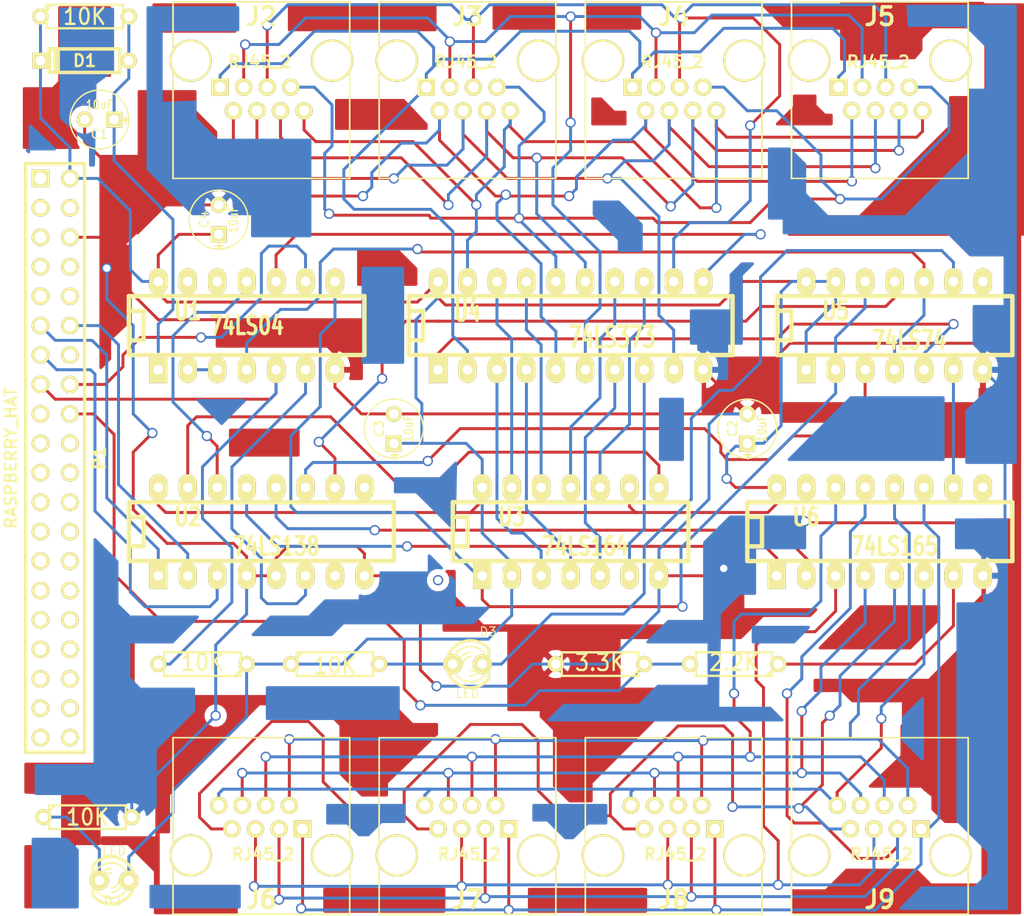
<source format=kicad_pcb>
(kicad_pcb (version 3) (host pcbnew "(22-Jun-2014 BZR 4027)-stable")

  (general
    (links 135)
    (no_connects 0)
    (area 18.1864 13.640999 106.426001 93.26245)
    (thickness 1.6)
    (drawings 0)
    (tracks 867)
    (zones 0)
    (modules 28)
    (nets 51)
  )

  (page A4 portrait)
  (title_block 
    (title IOBoardV0)
    (rev 0)
  )

  (layers
    (15 F.Cu signal)
    (0 B.Cu signal)
    (16 B.Adhes user)
    (17 F.Adhes user)
    (18 B.Paste user)
    (19 F.Paste user)
    (20 B.SilkS user)
    (21 F.SilkS user)
    (22 B.Mask user)
    (23 F.Mask user)
    (24 Dwgs.User user)
    (25 Cmts.User user)
    (26 Eco1.User user)
    (27 Eco2.User user)
    (28 Edge.Cuts user)
  )

  (setup
    (last_trace_width 0.254)
    (trace_clearance 0.254)
    (zone_clearance 0.508)
    (zone_45_only no)
    (trace_min 0.254)
    (segment_width 0.2)
    (edge_width 0.1)
    (via_size 0.889)
    (via_drill 0.635)
    (via_min_size 0.889)
    (via_min_drill 0.508)
    (uvia_size 0.508)
    (uvia_drill 0.127)
    (uvias_allowed no)
    (uvia_min_size 0.508)
    (uvia_min_drill 0.127)
    (pcb_text_width 0.3)
    (pcb_text_size 1.5 1.5)
    (mod_edge_width 0.15)
    (mod_text_size 1 1)
    (mod_text_width 0.15)
    (pad_size 3.64998 3.64998)
    (pad_drill 3.2512)
    (pad_to_mask_clearance 0)
    (aux_axis_origin 0 0)
    (visible_elements 7FFFFFFF)
    (pcbplotparams
      (layerselection 284196865)
      (usegerberextensions true)
      (excludeedgelayer true)
      (linewidth 0.150000)
      (plotframeref false)
      (viasonmask false)
      (mode 1)
      (useauxorigin true)
      (hpglpennumber 1)
      (hpglpenspeed 20)
      (hpglpendiameter 15)
      (hpglpenoverlay 2)
      (psnegative false)
      (psa4output false)
      (plotreference true)
      (plotvalue true)
      (plotothertext true)
      (plotinvisibletext false)
      (padsonsilk false)
      (subtractmaskfromsilk false)
      (outputformat 1)
      (mirror false)
      (drillshape 0)
      (scaleselection 1)
      (outputdirectory /home/pi/Desktop/IOBoardV0/Gerber/))
  )

  (net 0 "")
  (net 1 /A0)
  (net 2 /A1)
  (net 3 /A2)
  (net 4 /A3)
  (net 5 /A4)
  (net 6 /A5)
  (net 7 /A6)
  (net 8 /A7)
  (net 9 /S0)
  (net 10 /S1)
  (net 11 /S2)
  (net 12 /S3)
  (net 13 /S4)
  (net 14 /S5)
  (net 15 /S6)
  (net 16 /S7)
  (net 17 GND)
  (net 18 N-0000012)
  (net 19 N-0000013)
  (net 20 N-0000014)
  (net 21 N-0000015)
  (net 22 N-0000025)
  (net 23 N-0000029)
  (net 24 N-0000030)
  (net 25 N-0000031)
  (net 26 N-0000032)
  (net 27 N-0000033)
  (net 28 N-0000034)
  (net 29 N-0000035)
  (net 30 N-0000036)
  (net 31 N-0000037)
  (net 32 N-0000038)
  (net 33 N-0000039)
  (net 34 N-0000051)
  (net 35 N-0000052)
  (net 36 N-0000061)
  (net 37 N-0000064)
  (net 38 N-0000070)
  (net 39 N-0000077)
  (net 40 N-0000078)
  (net 41 N-0000079)
  (net 42 N-0000080)
  (net 43 N-0000082)
  (net 44 N-0000083)
  (net 45 N-0000084)
  (net 46 N-0000085)
  (net 47 N-0000086)
  (net 48 N-0000087)
  (net 49 N-000009)
  (net 50 VCC)

  (net_class Default "This is the default net class."
    (clearance 0.254)
    (trace_width 0.254)
    (via_dia 0.889)
    (via_drill 0.635)
    (uvia_dia 0.508)
    (uvia_drill 0.127)
    (add_net "")
    (add_net /A0)
    (add_net /A1)
    (add_net /A2)
    (add_net /A3)
    (add_net /A4)
    (add_net /A5)
    (add_net /A6)
    (add_net /A7)
    (add_net /S0)
    (add_net /S1)
    (add_net /S2)
    (add_net /S3)
    (add_net /S4)
    (add_net /S5)
    (add_net /S6)
    (add_net /S7)
    (add_net GND)
    (add_net N-0000012)
    (add_net N-0000013)
    (add_net N-0000014)
    (add_net N-0000015)
    (add_net N-0000025)
    (add_net N-0000029)
    (add_net N-0000030)
    (add_net N-0000031)
    (add_net N-0000032)
    (add_net N-0000033)
    (add_net N-0000034)
    (add_net N-0000035)
    (add_net N-0000036)
    (add_net N-0000037)
    (add_net N-0000038)
    (add_net N-0000039)
    (add_net N-0000051)
    (add_net N-0000052)
    (add_net N-0000061)
    (add_net N-0000064)
    (add_net N-0000070)
    (add_net N-0000077)
    (add_net N-0000078)
    (add_net N-0000079)
    (add_net N-0000080)
    (add_net N-0000082)
    (add_net N-0000083)
    (add_net N-0000084)
    (add_net N-0000085)
    (add_net N-0000086)
    (add_net N-0000087)
    (add_net N-000009)
    (add_net VCC)
  )

  (module R3 (layer F.Cu) (tedit 5E9C741A) (tstamp 5E9C73F1)
    (at 25.4 15.24)
    (descr "Resitance 3 pas")
    (tags R)
    (path /5E9C041F)
    (autoplace_cost180 10)
    (fp_text reference R1 (at 0 0.127) (layer F.SilkS) hide
      (effects (font (size 1.397 1.27) (thickness 0.2032)))
    )
    (fp_text value 10K (at 0 0) (layer F.SilkS)
      (effects (font (size 1.397 1.27) (thickness 0.2032)))
    )
    (fp_line (start -3.81 0) (end -3.302 0) (layer F.SilkS) (width 0.2032))
    (fp_line (start 3.81 0) (end 3.302 0) (layer F.SilkS) (width 0.2032))
    (fp_line (start 3.302 0) (end 3.302 -1.016) (layer F.SilkS) (width 0.2032))
    (fp_line (start 3.302 -1.016) (end -3.302 -1.016) (layer F.SilkS) (width 0.2032))
    (fp_line (start -3.302 -1.016) (end -3.302 1.016) (layer F.SilkS) (width 0.2032))
    (fp_line (start -3.302 1.016) (end 3.302 1.016) (layer F.SilkS) (width 0.2032))
    (fp_line (start 3.302 1.016) (end 3.302 0) (layer F.SilkS) (width 0.2032))
    (fp_line (start -3.302 -0.508) (end -2.794 -1.016) (layer F.SilkS) (width 0.2032))
    (pad 1 thru_hole circle (at -3.81 0) (size 1.397 1.397) (drill 0.8128)
      (layers *.Cu *.Mask F.SilkS)
      (net 50 VCC)
    )
    (pad 2 thru_hole circle (at 3.81 0) (size 1.397 1.397) (drill 0.8128)
      (layers *.Cu *.Mask F.SilkS)
      (net 46 N-0000085)
    )
    (model discret/resistor.wrl
      (at (xyz 0 0 0))
      (scale (xyz 0.3 0.3 0.3))
      (rotate (xyz 0 0 0))
    )
  )

  (module R3 (layer F.Cu) (tedit 4E4C0E65) (tstamp 5E9C73FF)
    (at 69.85 71.12 180)
    (descr "Resitance 3 pas")
    (tags R)
    (path /5E9C6BA2)
    (autoplace_cost180 10)
    (fp_text reference R6 (at 0 0.127 180) (layer F.SilkS) hide
      (effects (font (size 1.397 1.27) (thickness 0.2032)))
    )
    (fp_text value 3.3K (at 0 0.127 180) (layer F.SilkS)
      (effects (font (size 1.397 1.27) (thickness 0.2032)))
    )
    (fp_line (start -3.81 0) (end -3.302 0) (layer F.SilkS) (width 0.2032))
    (fp_line (start 3.81 0) (end 3.302 0) (layer F.SilkS) (width 0.2032))
    (fp_line (start 3.302 0) (end 3.302 -1.016) (layer F.SilkS) (width 0.2032))
    (fp_line (start 3.302 -1.016) (end -3.302 -1.016) (layer F.SilkS) (width 0.2032))
    (fp_line (start -3.302 -1.016) (end -3.302 1.016) (layer F.SilkS) (width 0.2032))
    (fp_line (start -3.302 1.016) (end 3.302 1.016) (layer F.SilkS) (width 0.2032))
    (fp_line (start 3.302 1.016) (end 3.302 0) (layer F.SilkS) (width 0.2032))
    (fp_line (start -3.302 -0.508) (end -2.794 -1.016) (layer F.SilkS) (width 0.2032))
    (pad 1 thru_hole circle (at -3.81 0 180) (size 1.397 1.397) (drill 0.8128)
      (layers *.Cu *.Mask F.SilkS)
      (net 18 N-0000012)
    )
    (pad 2 thru_hole circle (at 3.81 0 180) (size 1.397 1.397) (drill 0.8128)
      (layers *.Cu *.Mask F.SilkS)
      (net 17 GND)
    )
    (model discret/resistor.wrl
      (at (xyz 0 0 0))
      (scale (xyz 0.3 0.3 0.3))
      (rotate (xyz 0 0 0))
    )
  )

  (module R3 (layer F.Cu) (tedit 4E4C0E65) (tstamp 5E9C740D)
    (at 81.407 71.12 180)
    (descr "Resitance 3 pas")
    (tags R)
    (path /5E9C6B93)
    (autoplace_cost180 10)
    (fp_text reference R5 (at 0 0.127 180) (layer F.SilkS) hide
      (effects (font (size 1.397 1.27) (thickness 0.2032)))
    )
    (fp_text value 2.2K (at 0 0.127 180) (layer F.SilkS)
      (effects (font (size 1.397 1.27) (thickness 0.2032)))
    )
    (fp_line (start -3.81 0) (end -3.302 0) (layer F.SilkS) (width 0.2032))
    (fp_line (start 3.81 0) (end 3.302 0) (layer F.SilkS) (width 0.2032))
    (fp_line (start 3.302 0) (end 3.302 -1.016) (layer F.SilkS) (width 0.2032))
    (fp_line (start 3.302 -1.016) (end -3.302 -1.016) (layer F.SilkS) (width 0.2032))
    (fp_line (start -3.302 -1.016) (end -3.302 1.016) (layer F.SilkS) (width 0.2032))
    (fp_line (start -3.302 1.016) (end 3.302 1.016) (layer F.SilkS) (width 0.2032))
    (fp_line (start 3.302 1.016) (end 3.302 0) (layer F.SilkS) (width 0.2032))
    (fp_line (start -3.302 -0.508) (end -2.794 -1.016) (layer F.SilkS) (width 0.2032))
    (pad 1 thru_hole circle (at -3.81 0 180) (size 1.397 1.397) (drill 0.8128)
      (layers *.Cu *.Mask F.SilkS)
      (net 22 N-0000025)
    )
    (pad 2 thru_hole circle (at 3.81 0 180) (size 1.397 1.397) (drill 0.8128)
      (layers *.Cu *.Mask F.SilkS)
      (net 18 N-0000012)
    )
    (model discret/resistor.wrl
      (at (xyz 0 0 0))
      (scale (xyz 0.3 0.3 0.3))
      (rotate (xyz 0 0 0))
    )
  )

  (module R3 (layer F.Cu) (tedit 4E4C0E65) (tstamp 5E9C741B)
    (at 46.99 71.12)
    (descr "Resitance 3 pas")
    (tags R)
    (path /5E9C6A77)
    (autoplace_cost180 10)
    (fp_text reference R4 (at 0 0.127) (layer F.SilkS) hide
      (effects (font (size 1.397 1.27) (thickness 0.2032)))
    )
    (fp_text value 10K (at 0 0.127) (layer F.SilkS)
      (effects (font (size 1.397 1.27) (thickness 0.2032)))
    )
    (fp_line (start -3.81 0) (end -3.302 0) (layer F.SilkS) (width 0.2032))
    (fp_line (start 3.81 0) (end 3.302 0) (layer F.SilkS) (width 0.2032))
    (fp_line (start 3.302 0) (end 3.302 -1.016) (layer F.SilkS) (width 0.2032))
    (fp_line (start 3.302 -1.016) (end -3.302 -1.016) (layer F.SilkS) (width 0.2032))
    (fp_line (start -3.302 -1.016) (end -3.302 1.016) (layer F.SilkS) (width 0.2032))
    (fp_line (start -3.302 1.016) (end 3.302 1.016) (layer F.SilkS) (width 0.2032))
    (fp_line (start 3.302 1.016) (end 3.302 0) (layer F.SilkS) (width 0.2032))
    (fp_line (start -3.302 -0.508) (end -2.794 -1.016) (layer F.SilkS) (width 0.2032))
    (pad 1 thru_hole circle (at -3.81 0) (size 1.397 1.397) (drill 0.8128)
      (layers *.Cu *.Mask F.SilkS)
      (net 50 VCC)
    )
    (pad 2 thru_hole circle (at 3.81 0) (size 1.397 1.397) (drill 0.8128)
      (layers *.Cu *.Mask F.SilkS)
      (net 47 N-0000086)
    )
    (model discret/resistor.wrl
      (at (xyz 0 0 0))
      (scale (xyz 0.3 0.3 0.3))
      (rotate (xyz 0 0 0))
    )
  )

  (module R3 (layer F.Cu) (tedit 5E9C79D8) (tstamp 5E9C7429)
    (at 25.654 84.328)
    (descr "Resitance 3 pas")
    (tags R)
    (path /5E9C67D4)
    (autoplace_cost180 10)
    (fp_text reference R3 (at 0 0.127) (layer F.SilkS) hide
      (effects (font (size 1.397 1.27) (thickness 0.2032)))
    )
    (fp_text value 10K (at 0 0) (layer F.SilkS)
      (effects (font (size 1.397 1.27) (thickness 0.2032)))
    )
    (fp_line (start -3.81 0) (end -3.302 0) (layer F.SilkS) (width 0.2032))
    (fp_line (start 3.81 0) (end 3.302 0) (layer F.SilkS) (width 0.2032))
    (fp_line (start 3.302 0) (end 3.302 -1.016) (layer F.SilkS) (width 0.2032))
    (fp_line (start 3.302 -1.016) (end -3.302 -1.016) (layer F.SilkS) (width 0.2032))
    (fp_line (start -3.302 -1.016) (end -3.302 1.016) (layer F.SilkS) (width 0.2032))
    (fp_line (start -3.302 1.016) (end 3.302 1.016) (layer F.SilkS) (width 0.2032))
    (fp_line (start 3.302 1.016) (end 3.302 0) (layer F.SilkS) (width 0.2032))
    (fp_line (start -3.302 -0.508) (end -2.794 -1.016) (layer F.SilkS) (width 0.2032))
    (pad 1 thru_hole circle (at -3.81 0) (size 1.397 1.397) (drill 0.8128)
      (layers *.Cu *.Mask F.SilkS)
      (net 45 N-0000084)
    )
    (pad 2 thru_hole circle (at 3.81 0) (size 1.397 1.397) (drill 0.8128)
      (layers *.Cu *.Mask F.SilkS)
      (net 17 GND)
    )
    (model discret/resistor.wrl
      (at (xyz 0 0 0))
      (scale (xyz 0.3 0.3 0.3))
      (rotate (xyz 0 0 0))
    )
  )

  (module R3 (layer F.Cu) (tedit 4E4C0E65) (tstamp 5E9C7437)
    (at 35.56 71.12 180)
    (descr "Resitance 3 pas")
    (tags R)
    (path /5E9C3713)
    (autoplace_cost180 10)
    (fp_text reference R2 (at 0 0.127 180) (layer F.SilkS) hide
      (effects (font (size 1.397 1.27) (thickness 0.2032)))
    )
    (fp_text value 10K (at 0 0.127 180) (layer F.SilkS)
      (effects (font (size 1.397 1.27) (thickness 0.2032)))
    )
    (fp_line (start -3.81 0) (end -3.302 0) (layer F.SilkS) (width 0.2032))
    (fp_line (start 3.81 0) (end 3.302 0) (layer F.SilkS) (width 0.2032))
    (fp_line (start 3.302 0) (end 3.302 -1.016) (layer F.SilkS) (width 0.2032))
    (fp_line (start 3.302 -1.016) (end -3.302 -1.016) (layer F.SilkS) (width 0.2032))
    (fp_line (start -3.302 -1.016) (end -3.302 1.016) (layer F.SilkS) (width 0.2032))
    (fp_line (start -3.302 1.016) (end 3.302 1.016) (layer F.SilkS) (width 0.2032))
    (fp_line (start 3.302 1.016) (end 3.302 0) (layer F.SilkS) (width 0.2032))
    (fp_line (start -3.302 -0.508) (end -2.794 -1.016) (layer F.SilkS) (width 0.2032))
    (pad 1 thru_hole circle (at -3.81 0 180) (size 1.397 1.397) (drill 0.8128)
      (layers *.Cu *.Mask F.SilkS)
      (net 50 VCC)
    )
    (pad 2 thru_hole circle (at 3.81 0 180) (size 1.397 1.397) (drill 0.8128)
      (layers *.Cu *.Mask F.SilkS)
      (net 32 N-0000038)
    )
    (model discret/resistor.wrl
      (at (xyz 0 0 0))
      (scale (xyz 0.3 0.3 0.3))
      (rotate (xyz 0 0 0))
    )
  )

  (module PIN_ARRAY_20X2 (layer F.Cu) (tedit 5031D84E) (tstamp 5E9C7467)
    (at 22.86 53.34 270)
    (descr "Double rangee de contacts 2 x 12 pins")
    (tags CONN)
    (path /5E9C33CF)
    (fp_text reference P1 (at 0 -3.81 270) (layer F.SilkS)
      (effects (font (size 1.016 1.016) (thickness 0.27432)))
    )
    (fp_text value RASPBERRY_HAT (at 0 3.81 270) (layer F.SilkS)
      (effects (font (size 1.016 1.016) (thickness 0.2032)))
    )
    (fp_line (start 25.4 2.54) (end -25.4 2.54) (layer F.SilkS) (width 0.3048))
    (fp_line (start 25.4 -2.54) (end -25.4 -2.54) (layer F.SilkS) (width 0.3048))
    (fp_line (start 25.4 -2.54) (end 25.4 2.54) (layer F.SilkS) (width 0.3048))
    (fp_line (start -25.4 -2.54) (end -25.4 2.54) (layer F.SilkS) (width 0.3048))
    (pad 1 thru_hole rect (at -24.13 1.27 270) (size 1.524 1.524) (drill 1.016)
      (layers *.Cu *.Mask F.SilkS)
    )
    (pad 2 thru_hole circle (at -24.13 -1.27 270) (size 1.524 1.524) (drill 1.016)
      (layers *.Cu *.Mask F.SilkS)
      (net 50 VCC)
    )
    (pad 11 thru_hole circle (at -11.43 1.27 270) (size 1.524 1.524) (drill 1.016)
      (layers *.Cu *.Mask F.SilkS)
      (net 34 N-0000051)
    )
    (pad 4 thru_hole circle (at -21.59 -1.27 270) (size 1.524 1.524) (drill 1.016)
      (layers *.Cu *.Mask F.SilkS)
    )
    (pad 13 thru_hole circle (at -8.89 1.27 270) (size 1.524 1.524) (drill 1.016)
      (layers *.Cu *.Mask F.SilkS)
      (net 36 N-0000061)
    )
    (pad 6 thru_hole circle (at -19.05 -1.27 270) (size 1.524 1.524) (drill 1.016)
      (layers *.Cu *.Mask F.SilkS)
      (net 17 GND)
    )
    (pad 15 thru_hole circle (at -6.35 1.27 270) (size 1.524 1.524) (drill 1.016)
      (layers *.Cu *.Mask F.SilkS)
      (net 32 N-0000038)
    )
    (pad 8 thru_hole circle (at -16.51 -1.27 270) (size 1.524 1.524) (drill 1.016)
      (layers *.Cu *.Mask F.SilkS)
    )
    (pad 17 thru_hole circle (at -3.81 1.27 270) (size 1.524 1.524) (drill 1.016)
      (layers *.Cu *.Mask F.SilkS)
    )
    (pad 10 thru_hole circle (at -13.97 -1.27 270) (size 1.524 1.524) (drill 1.016)
      (layers *.Cu *.Mask F.SilkS)
    )
    (pad 19 thru_hole circle (at -1.27 1.27 270) (size 1.524 1.524) (drill 1.016)
      (layers *.Cu *.Mask F.SilkS)
    )
    (pad 12 thru_hole circle (at -11.43 -1.27 270) (size 1.524 1.524) (drill 1.016)
      (layers *.Cu *.Mask F.SilkS)
      (net 37 N-0000064)
    )
    (pad 21 thru_hole circle (at 1.27 1.27 270) (size 1.524 1.524) (drill 1.016)
      (layers *.Cu *.Mask F.SilkS)
    )
    (pad 14 thru_hole circle (at -8.89 -1.27 270) (size 1.524 1.524) (drill 1.016)
      (layers *.Cu *.Mask F.SilkS)
    )
    (pad 23 thru_hole circle (at 3.81 1.27 270) (size 1.524 1.524) (drill 1.016)
      (layers *.Cu *.Mask F.SilkS)
    )
    (pad 16 thru_hole circle (at -6.35 -1.27 270) (size 1.524 1.524) (drill 1.016)
      (layers *.Cu *.Mask F.SilkS)
      (net 41 N-0000079)
    )
    (pad 25 thru_hole circle (at 6.35 1.27 270) (size 1.524 1.524) (drill 1.016)
      (layers *.Cu *.Mask F.SilkS)
    )
    (pad 18 thru_hole circle (at -3.81 -1.27 270) (size 1.524 1.524) (drill 1.016)
      (layers *.Cu *.Mask F.SilkS)
      (net 18 N-0000012)
    )
    (pad 27 thru_hole circle (at 8.89 1.27 270) (size 1.524 1.524) (drill 1.016)
      (layers *.Cu *.Mask F.SilkS)
    )
    (pad 20 thru_hole circle (at -1.27 -1.27 270) (size 1.524 1.524) (drill 1.016)
      (layers *.Cu *.Mask F.SilkS)
    )
    (pad 29 thru_hole circle (at 11.43 1.27 270) (size 1.524 1.524) (drill 1.016)
      (layers *.Cu *.Mask F.SilkS)
    )
    (pad 22 thru_hole circle (at 1.27 -1.27 270) (size 1.524 1.524) (drill 1.016)
      (layers *.Cu *.Mask F.SilkS)
    )
    (pad 31 thru_hole circle (at 13.97 1.27 270) (size 1.524 1.524) (drill 1.016)
      (layers *.Cu *.Mask F.SilkS)
    )
    (pad 24 thru_hole circle (at 3.81 -1.27 270) (size 1.524 1.524) (drill 1.016)
      (layers *.Cu *.Mask F.SilkS)
    )
    (pad 26 thru_hole circle (at 6.35 -1.27 270) (size 1.524 1.524) (drill 1.016)
      (layers *.Cu *.Mask F.SilkS)
    )
    (pad 33 thru_hole circle (at 16.51 1.27 270) (size 1.524 1.524) (drill 1.016)
      (layers *.Cu *.Mask F.SilkS)
    )
    (pad 28 thru_hole circle (at 8.89 -1.27 270) (size 1.524 1.524) (drill 1.016)
      (layers *.Cu *.Mask F.SilkS)
    )
    (pad 32 thru_hole circle (at 13.97 -1.27 270) (size 1.524 1.524) (drill 1.016)
      (layers *.Cu *.Mask F.SilkS)
    )
    (pad 34 thru_hole circle (at 16.51 -1.27 270) (size 1.524 1.524) (drill 1.016)
      (layers *.Cu *.Mask F.SilkS)
    )
    (pad 36 thru_hole circle (at 19.05 -1.27 270) (size 1.524 1.524) (drill 1.016)
      (layers *.Cu *.Mask F.SilkS)
    )
    (pad 38 thru_hole circle (at 21.59 -1.27 270) (size 1.524 1.524) (drill 1.016)
      (layers *.Cu *.Mask F.SilkS)
    )
    (pad 35 thru_hole circle (at 19.05 1.27 270) (size 1.524 1.524) (drill 1.016)
      (layers *.Cu *.Mask F.SilkS)
    )
    (pad 37 thru_hole circle (at 21.59 1.27 270) (size 1.524 1.524) (drill 1.016)
      (layers *.Cu *.Mask F.SilkS)
    )
    (pad 3 thru_hole circle (at -21.59 1.27 270) (size 1.524 1.524) (drill 1.016)
      (layers *.Cu *.Mask F.SilkS)
    )
    (pad 5 thru_hole circle (at -19.05 1.27 270) (size 1.524 1.524) (drill 1.016)
      (layers *.Cu *.Mask F.SilkS)
    )
    (pad 7 thru_hole circle (at -16.51 1.27 270) (size 1.524 1.524) (drill 1.016)
      (layers *.Cu *.Mask F.SilkS)
    )
    (pad 9 thru_hole circle (at -13.97 1.27 270) (size 1.524 1.524) (drill 1.016)
      (layers *.Cu *.Mask F.SilkS)
    )
    (pad 39 thru_hole circle (at 24.13 1.27 270) (size 1.524 1.524) (drill 1.016)
      (layers *.Cu *.Mask F.SilkS)
    )
    (pad 40 thru_hole circle (at 24.13 -1.27 270) (size 1.524 1.524) (drill 1.016)
      (layers *.Cu *.Mask F.SilkS)
    )
    (pad 30 thru_hole circle (at 11.43 -1.27 270) (size 1.524 1.524) (drill 1.016)
      (layers *.Cu *.Mask F.SilkS)
    )
    (model pin_array/pins_array_20x2.wrl
      (at (xyz 0 0 0))
      (scale (xyz 1 1 1))
      (rotate (xyz 0 0 0))
    )
  )

  (module DIP-20__300_ELL (layer F.Cu) (tedit 200000) (tstamp 5E9C7486)
    (at 67.31 41.91)
    (descr "20 pins DIL package, elliptical pads")
    (tags DIL)
    (path /5E9C52B4)
    (fp_text reference U4 (at -8.89 -1.27) (layer F.SilkS)
      (effects (font (size 1.778 1.143) (thickness 0.3048)))
    )
    (fp_text value 74LS373 (at 3.556 1.016) (layer F.SilkS)
      (effects (font (size 1.778 1.143) (thickness 0.3048)))
    )
    (fp_line (start -13.97 -1.27) (end -12.7 -1.27) (layer F.SilkS) (width 0.381))
    (fp_line (start -12.7 -1.27) (end -12.7 1.27) (layer F.SilkS) (width 0.381))
    (fp_line (start -12.7 1.27) (end -13.97 1.27) (layer F.SilkS) (width 0.381))
    (fp_line (start -13.97 -2.54) (end 13.97 -2.54) (layer F.SilkS) (width 0.381))
    (fp_line (start 13.97 -2.54) (end 13.97 2.54) (layer F.SilkS) (width 0.381))
    (fp_line (start 13.97 2.54) (end -13.97 2.54) (layer F.SilkS) (width 0.381))
    (fp_line (start -13.97 2.54) (end -13.97 -2.54) (layer F.SilkS) (width 0.381))
    (pad 1 thru_hole rect (at -11.43 3.81) (size 1.5748 2.286) (drill 0.8128)
      (layers *.Cu *.Mask F.SilkS)
      (net 42 N-0000080)
    )
    (pad 2 thru_hole oval (at -8.89 3.81) (size 1.5748 2.286) (drill 0.8128)
      (layers *.Cu *.Mask F.SilkS)
      (net 1 /A0)
    )
    (pad 3 thru_hole oval (at -6.35 3.81) (size 1.5748 2.286) (drill 0.8128)
      (layers *.Cu *.Mask F.SilkS)
      (net 30 N-0000036)
    )
    (pad 4 thru_hole oval (at -3.81 3.81) (size 1.5748 2.286) (drill 0.8128)
      (layers *.Cu *.Mask F.SilkS)
      (net 31 N-0000037)
    )
    (pad 5 thru_hole oval (at -1.27 3.81) (size 1.5748 2.286) (drill 0.8128)
      (layers *.Cu *.Mask F.SilkS)
      (net 2 /A1)
    )
    (pad 6 thru_hole oval (at 1.27 3.81) (size 1.5748 2.286) (drill 0.8128)
      (layers *.Cu *.Mask F.SilkS)
      (net 3 /A2)
    )
    (pad 7 thru_hole oval (at 3.81 3.81) (size 1.5748 2.286) (drill 0.8128)
      (layers *.Cu *.Mask F.SilkS)
      (net 27 N-0000033)
    )
    (pad 8 thru_hole oval (at 6.35 3.81) (size 1.5748 2.286) (drill 0.8128)
      (layers *.Cu *.Mask F.SilkS)
      (net 40 N-0000078)
    )
    (pad 9 thru_hole oval (at 8.89 3.81) (size 1.5748 2.286) (drill 0.8128)
      (layers *.Cu *.Mask F.SilkS)
      (net 4 /A3)
    )
    (pad 10 thru_hole oval (at 11.43 3.81) (size 1.5748 2.286) (drill 0.8128)
      (layers *.Cu *.Mask F.SilkS)
      (net 17 GND)
    )
    (pad 11 thru_hole oval (at 11.43 -3.81) (size 1.5748 2.286) (drill 0.8128)
      (layers *.Cu *.Mask F.SilkS)
      (net 43 N-0000082)
    )
    (pad 12 thru_hole oval (at 8.89 -3.81) (size 1.5748 2.286) (drill 0.8128)
      (layers *.Cu *.Mask F.SilkS)
      (net 5 /A4)
    )
    (pad 13 thru_hole oval (at 6.35 -3.81) (size 1.5748 2.286) (drill 0.8128)
      (layers *.Cu *.Mask F.SilkS)
      (net 28 N-0000034)
    )
    (pad 14 thru_hole oval (at 3.81 -3.81) (size 1.5748 2.286) (drill 0.8128)
      (layers *.Cu *.Mask F.SilkS)
      (net 29 N-0000035)
    )
    (pad 15 thru_hole oval (at 1.27 -3.81) (size 1.5748 2.286) (drill 0.8128)
      (layers *.Cu *.Mask F.SilkS)
      (net 6 /A5)
    )
    (pad 16 thru_hole oval (at -1.27 -3.81) (size 1.5748 2.286) (drill 0.8128)
      (layers *.Cu *.Mask F.SilkS)
      (net 7 /A6)
    )
    (pad 17 thru_hole oval (at -3.81 -3.81) (size 1.5748 2.286) (drill 0.8128)
      (layers *.Cu *.Mask F.SilkS)
      (net 39 N-0000077)
    )
    (pad 18 thru_hole oval (at -6.35 -3.81) (size 1.5748 2.286) (drill 0.8128)
      (layers *.Cu *.Mask F.SilkS)
      (net 38 N-0000070)
    )
    (pad 19 thru_hole oval (at -8.89 -3.81) (size 1.5748 2.286) (drill 0.8128)
      (layers *.Cu *.Mask F.SilkS)
      (net 8 /A7)
    )
    (pad 20 thru_hole oval (at -11.43 -3.81) (size 1.5748 2.286) (drill 0.8128)
      (layers *.Cu *.Mask F.SilkS)
      (net 50 VCC)
    )
    (model dil/dil_20.wrl
      (at (xyz 0 0 0))
      (scale (xyz 1 1 1))
      (rotate (xyz 0 0 0))
    )
  )

  (module DIP-16__300_ELL (layer F.Cu) (tedit 200000) (tstamp 5E9C74A2)
    (at 93.98 59.69)
    (descr "16 pins DIL package, elliptical pads")
    (tags DIL)
    (path /5E9C529A)
    (fp_text reference U6 (at -6.35 -1.27) (layer F.SilkS)
      (effects (font (size 1.524 1.143) (thickness 0.3048)))
    )
    (fp_text value 74LS165 (at 1.27 1.27) (layer F.SilkS)
      (effects (font (size 1.524 1.143) (thickness 0.3048)))
    )
    (fp_line (start -11.43 -1.27) (end -11.43 -1.27) (layer F.SilkS) (width 0.381))
    (fp_line (start -11.43 -1.27) (end -10.16 -1.27) (layer F.SilkS) (width 0.381))
    (fp_line (start -10.16 -1.27) (end -10.16 1.27) (layer F.SilkS) (width 0.381))
    (fp_line (start -10.16 1.27) (end -11.43 1.27) (layer F.SilkS) (width 0.381))
    (fp_line (start -11.43 -2.54) (end 11.43 -2.54) (layer F.SilkS) (width 0.381))
    (fp_line (start 11.43 -2.54) (end 11.43 2.54) (layer F.SilkS) (width 0.381))
    (fp_line (start 11.43 2.54) (end -11.43 2.54) (layer F.SilkS) (width 0.381))
    (fp_line (start -11.43 2.54) (end -11.43 -2.54) (layer F.SilkS) (width 0.381))
    (pad 1 thru_hole rect (at -8.89 3.81) (size 1.5748 2.286) (drill 0.8128)
      (layers *.Cu *.Mask F.SilkS)
      (net 20 N-0000014)
    )
    (pad 2 thru_hole oval (at -6.35 3.81) (size 1.5748 2.286) (drill 0.8128)
      (layers *.Cu *.Mask F.SilkS)
      (net 21 N-0000015)
    )
    (pad 3 thru_hole oval (at -3.81 3.81) (size 1.5748 2.286) (drill 0.8128)
      (layers *.Cu *.Mask F.SilkS)
      (net 13 /S4)
    )
    (pad 4 thru_hole oval (at -1.27 3.81) (size 1.5748 2.286) (drill 0.8128)
      (layers *.Cu *.Mask F.SilkS)
      (net 14 /S5)
    )
    (pad 5 thru_hole oval (at 1.27 3.81) (size 1.5748 2.286) (drill 0.8128)
      (layers *.Cu *.Mask F.SilkS)
      (net 15 /S6)
    )
    (pad 6 thru_hole oval (at 3.81 3.81) (size 1.5748 2.286) (drill 0.8128)
      (layers *.Cu *.Mask F.SilkS)
      (net 16 /S7)
    )
    (pad 7 thru_hole oval (at 6.35 3.81) (size 1.5748 2.286) (drill 0.8128)
      (layers *.Cu *.Mask F.SilkS)
      (net 22 N-0000025)
    )
    (pad 8 thru_hole oval (at 8.89 3.81) (size 1.5748 2.286) (drill 0.8128)
      (layers *.Cu *.Mask F.SilkS)
      (net 17 GND)
    )
    (pad 9 thru_hole oval (at 8.89 -3.81) (size 1.5748 2.286) (drill 0.8128)
      (layers *.Cu *.Mask F.SilkS)
    )
    (pad 10 thru_hole oval (at 6.35 -3.81) (size 1.5748 2.286) (drill 0.8128)
      (layers *.Cu *.Mask F.SilkS)
      (net 49 N-000009)
    )
    (pad 11 thru_hole oval (at 3.81 -3.81) (size 1.5748 2.286) (drill 0.8128)
      (layers *.Cu *.Mask F.SilkS)
      (net 9 /S0)
    )
    (pad 12 thru_hole oval (at 1.27 -3.81) (size 1.5748 2.286) (drill 0.8128)
      (layers *.Cu *.Mask F.SilkS)
      (net 10 /S1)
    )
    (pad 13 thru_hole oval (at -1.27 -3.81) (size 1.5748 2.286) (drill 0.8128)
      (layers *.Cu *.Mask F.SilkS)
      (net 11 /S2)
    )
    (pad 14 thru_hole oval (at -3.81 -3.81) (size 1.5748 2.286) (drill 0.8128)
      (layers *.Cu *.Mask F.SilkS)
      (net 12 /S3)
    )
    (pad 15 thru_hole oval (at -6.35 -3.81) (size 1.5748 2.286) (drill 0.8128)
      (layers *.Cu *.Mask F.SilkS)
    )
    (pad 16 thru_hole oval (at -8.89 -3.81) (size 1.5748 2.286) (drill 0.8128)
      (layers *.Cu *.Mask F.SilkS)
      (net 50 VCC)
    )
    (model dil/dil_16.wrl
      (at (xyz 0 0 0))
      (scale (xyz 1 1 1))
      (rotate (xyz 0 0 0))
    )
  )

  (module DIP-16__300_ELL (layer F.Cu) (tedit 200000) (tstamp 5E9C74BE)
    (at 40.64 59.69)
    (descr "16 pins DIL package, elliptical pads")
    (tags DIL)
    (path /5E9C39A7)
    (fp_text reference U2 (at -6.35 -1.27) (layer F.SilkS)
      (effects (font (size 1.524 1.143) (thickness 0.3048)))
    )
    (fp_text value 74LS138 (at 1.27 1.27) (layer F.SilkS)
      (effects (font (size 1.524 1.143) (thickness 0.3048)))
    )
    (fp_line (start -11.43 -1.27) (end -11.43 -1.27) (layer F.SilkS) (width 0.381))
    (fp_line (start -11.43 -1.27) (end -10.16 -1.27) (layer F.SilkS) (width 0.381))
    (fp_line (start -10.16 -1.27) (end -10.16 1.27) (layer F.SilkS) (width 0.381))
    (fp_line (start -10.16 1.27) (end -11.43 1.27) (layer F.SilkS) (width 0.381))
    (fp_line (start -11.43 -2.54) (end 11.43 -2.54) (layer F.SilkS) (width 0.381))
    (fp_line (start 11.43 -2.54) (end 11.43 2.54) (layer F.SilkS) (width 0.381))
    (fp_line (start 11.43 2.54) (end -11.43 2.54) (layer F.SilkS) (width 0.381))
    (fp_line (start -11.43 2.54) (end -11.43 -2.54) (layer F.SilkS) (width 0.381))
    (pad 1 thru_hole rect (at -8.89 3.81) (size 1.5748 2.286) (drill 0.8128)
      (layers *.Cu *.Mask F.SilkS)
      (net 34 N-0000051)
    )
    (pad 2 thru_hole oval (at -6.35 3.81) (size 1.5748 2.286) (drill 0.8128)
      (layers *.Cu *.Mask F.SilkS)
      (net 37 N-0000064)
    )
    (pad 3 thru_hole oval (at -3.81 3.81) (size 1.5748 2.286) (drill 0.8128)
      (layers *.Cu *.Mask F.SilkS)
      (net 36 N-0000061)
    )
    (pad 4 thru_hole oval (at -1.27 3.81) (size 1.5748 2.286) (drill 0.8128)
      (layers *.Cu *.Mask F.SilkS)
      (net 17 GND)
    )
    (pad 5 thru_hole oval (at 1.27 3.81) (size 1.5748 2.286) (drill 0.8128)
      (layers *.Cu *.Mask F.SilkS)
      (net 17 GND)
    )
    (pad 6 thru_hole oval (at 3.81 3.81) (size 1.5748 2.286) (drill 0.8128)
      (layers *.Cu *.Mask F.SilkS)
      (net 33 N-0000039)
    )
    (pad 7 thru_hole oval (at 6.35 3.81) (size 1.5748 2.286) (drill 0.8128)
      (layers *.Cu *.Mask F.SilkS)
    )
    (pad 8 thru_hole oval (at 8.89 3.81) (size 1.5748 2.286) (drill 0.8128)
      (layers *.Cu *.Mask F.SilkS)
      (net 17 GND)
    )
    (pad 9 thru_hole oval (at 8.89 -3.81) (size 1.5748 2.286) (drill 0.8128)
      (layers *.Cu *.Mask F.SilkS)
    )
    (pad 10 thru_hole oval (at 6.35 -3.81) (size 1.5748 2.286) (drill 0.8128)
      (layers *.Cu *.Mask F.SilkS)
      (net 23 N-0000029)
    )
    (pad 11 thru_hole oval (at 3.81 -3.81) (size 1.5748 2.286) (drill 0.8128)
      (layers *.Cu *.Mask F.SilkS)
      (net 24 N-0000030)
    )
    (pad 12 thru_hole oval (at 1.27 -3.81) (size 1.5748 2.286) (drill 0.8128)
      (layers *.Cu *.Mask F.SilkS)
      (net 21 N-0000015)
    )
    (pad 13 thru_hole oval (at -1.27 -3.81) (size 1.5748 2.286) (drill 0.8128)
      (layers *.Cu *.Mask F.SilkS)
      (net 20 N-0000014)
    )
    (pad 14 thru_hole oval (at -3.81 -3.81) (size 1.5748 2.286) (drill 0.8128)
      (layers *.Cu *.Mask F.SilkS)
      (net 25 N-0000031)
    )
    (pad 15 thru_hole oval (at -6.35 -3.81) (size 1.5748 2.286) (drill 0.8128)
      (layers *.Cu *.Mask F.SilkS)
      (net 26 N-0000032)
    )
    (pad 16 thru_hole oval (at -8.89 -3.81) (size 1.5748 2.286) (drill 0.8128)
      (layers *.Cu *.Mask F.SilkS)
      (net 50 VCC)
    )
    (model dil/dil_16.wrl
      (at (xyz 0 0 0))
      (scale (xyz 1 1 1))
      (rotate (xyz 0 0 0))
    )
  )

  (module DIP-14__300_ELL (layer F.Cu) (tedit 200000) (tstamp 5E9C74D7)
    (at 95.25 41.91)
    (descr "14 pins DIL package, elliptical pads")
    (tags DIL)
    (path /5E9C631A)
    (fp_text reference U5 (at -5.08 -1.27) (layer F.SilkS)
      (effects (font (size 1.524 1.143) (thickness 0.3048)))
    )
    (fp_text value 74LS74 (at 1.27 1.27) (layer F.SilkS)
      (effects (font (size 1.524 1.143) (thickness 0.3048)))
    )
    (fp_line (start -10.16 -2.54) (end 10.16 -2.54) (layer F.SilkS) (width 0.381))
    (fp_line (start 10.16 2.54) (end -10.16 2.54) (layer F.SilkS) (width 0.381))
    (fp_line (start -10.16 2.54) (end -10.16 -2.54) (layer F.SilkS) (width 0.381))
    (fp_line (start -10.16 -1.27) (end -8.89 -1.27) (layer F.SilkS) (width 0.381))
    (fp_line (start -8.89 -1.27) (end -8.89 1.27) (layer F.SilkS) (width 0.381))
    (fp_line (start -8.89 1.27) (end -10.16 1.27) (layer F.SilkS) (width 0.381))
    (fp_line (start 10.16 -2.54) (end 10.16 2.54) (layer F.SilkS) (width 0.381))
    (pad 1 thru_hole rect (at -7.62 3.81) (size 1.5748 2.286) (drill 0.8128)
      (layers *.Cu *.Mask F.SilkS)
      (net 50 VCC)
    )
    (pad 2 thru_hole oval (at -5.08 3.81) (size 1.5748 2.286) (drill 0.8128)
      (layers *.Cu *.Mask F.SilkS)
      (net 44 N-0000083)
    )
    (pad 3 thru_hole oval (at -2.54 3.81) (size 1.5748 2.286) (drill 0.8128)
      (layers *.Cu *.Mask F.SilkS)
      (net 24 N-0000030)
    )
    (pad 4 thru_hole oval (at 0 3.81) (size 1.5748 2.286) (drill 0.8128)
      (layers *.Cu *.Mask F.SilkS)
      (net 48 N-0000087)
    )
    (pad 5 thru_hole oval (at 2.54 3.81) (size 1.5748 2.286) (drill 0.8128)
      (layers *.Cu *.Mask F.SilkS)
      (net 42 N-0000080)
    )
    (pad 6 thru_hole oval (at 5.08 3.81) (size 1.5748 2.286) (drill 0.8128)
      (layers *.Cu *.Mask F.SilkS)
      (net 49 N-000009)
    )
    (pad 7 thru_hole oval (at 7.62 3.81) (size 1.5748 2.286) (drill 0.8128)
      (layers *.Cu *.Mask F.SilkS)
      (net 17 GND)
    )
    (pad 8 thru_hole oval (at 7.62 -3.81) (size 1.5748 2.286) (drill 0.8128)
      (layers *.Cu *.Mask F.SilkS)
    )
    (pad 9 thru_hole oval (at 5.08 -3.81) (size 1.5748 2.286) (drill 0.8128)
      (layers *.Cu *.Mask F.SilkS)
      (net 19 N-0000013)
    )
    (pad 10 thru_hole oval (at 2.54 -3.81) (size 1.5748 2.286) (drill 0.8128)
      (layers *.Cu *.Mask F.SilkS)
      (net 48 N-0000087)
    )
    (pad 11 thru_hole oval (at 0 -3.81) (size 1.5748 2.286) (drill 0.8128)
      (layers *.Cu *.Mask F.SilkS)
      (net 23 N-0000029)
    )
    (pad 12 thru_hole oval (at -2.54 -3.81) (size 1.5748 2.286) (drill 0.8128)
      (layers *.Cu *.Mask F.SilkS)
      (net 44 N-0000083)
    )
    (pad 13 thru_hole oval (at -5.08 -3.81) (size 1.5748 2.286) (drill 0.8128)
      (layers *.Cu *.Mask F.SilkS)
      (net 50 VCC)
    )
    (pad 14 thru_hole oval (at -7.62 -3.81) (size 1.5748 2.286) (drill 0.8128)
      (layers *.Cu *.Mask F.SilkS)
      (net 50 VCC)
    )
    (model dil/dil_14.wrl
      (at (xyz 0 0 0))
      (scale (xyz 1 1 1))
      (rotate (xyz 0 0 0))
    )
  )

  (module DIP-14__300_ELL (layer F.Cu) (tedit 200000) (tstamp 5E9C74F0)
    (at 67.31 59.69)
    (descr "14 pins DIL package, elliptical pads")
    (tags DIL)
    (path /5E9C5F7C)
    (fp_text reference U3 (at -5.08 -1.27) (layer F.SilkS)
      (effects (font (size 1.524 1.143) (thickness 0.3048)))
    )
    (fp_text value 74LS164 (at 1.27 1.27) (layer F.SilkS)
      (effects (font (size 1.524 1.143) (thickness 0.3048)))
    )
    (fp_line (start -10.16 -2.54) (end 10.16 -2.54) (layer F.SilkS) (width 0.381))
    (fp_line (start 10.16 2.54) (end -10.16 2.54) (layer F.SilkS) (width 0.381))
    (fp_line (start -10.16 2.54) (end -10.16 -2.54) (layer F.SilkS) (width 0.381))
    (fp_line (start -10.16 -1.27) (end -8.89 -1.27) (layer F.SilkS) (width 0.381))
    (fp_line (start -8.89 -1.27) (end -8.89 1.27) (layer F.SilkS) (width 0.381))
    (fp_line (start -8.89 1.27) (end -10.16 1.27) (layer F.SilkS) (width 0.381))
    (fp_line (start 10.16 -2.54) (end 10.16 2.54) (layer F.SilkS) (width 0.381))
    (pad 1 thru_hole rect (at -7.62 3.81) (size 1.5748 2.286) (drill 0.8128)
      (layers *.Cu *.Mask F.SilkS)
      (net 44 N-0000083)
    )
    (pad 2 thru_hole oval (at -5.08 3.81) (size 1.5748 2.286) (drill 0.8128)
      (layers *.Cu *.Mask F.SilkS)
      (net 50 VCC)
    )
    (pad 3 thru_hole oval (at -2.54 3.81) (size 1.5748 2.286) (drill 0.8128)
      (layers *.Cu *.Mask F.SilkS)
      (net 30 N-0000036)
    )
    (pad 4 thru_hole oval (at 0 3.81) (size 1.5748 2.286) (drill 0.8128)
      (layers *.Cu *.Mask F.SilkS)
      (net 31 N-0000037)
    )
    (pad 5 thru_hole oval (at 2.54 3.81) (size 1.5748 2.286) (drill 0.8128)
      (layers *.Cu *.Mask F.SilkS)
      (net 27 N-0000033)
    )
    (pad 6 thru_hole oval (at 5.08 3.81) (size 1.5748 2.286) (drill 0.8128)
      (layers *.Cu *.Mask F.SilkS)
      (net 40 N-0000078)
    )
    (pad 7 thru_hole oval (at 7.62 3.81) (size 1.5748 2.286) (drill 0.8128)
      (layers *.Cu *.Mask F.SilkS)
      (net 17 GND)
    )
    (pad 8 thru_hole oval (at 7.62 -3.81) (size 1.5748 2.286) (drill 0.8128)
      (layers *.Cu *.Mask F.SilkS)
      (net 26 N-0000032)
    )
    (pad 9 thru_hole oval (at 5.08 -3.81) (size 1.5748 2.286) (drill 0.8128)
      (layers *.Cu *.Mask F.SilkS)
      (net 50 VCC)
    )
    (pad 10 thru_hole oval (at 2.54 -3.81) (size 1.5748 2.286) (drill 0.8128)
      (layers *.Cu *.Mask F.SilkS)
      (net 28 N-0000034)
    )
    (pad 11 thru_hole oval (at 0 -3.81) (size 1.5748 2.286) (drill 0.8128)
      (layers *.Cu *.Mask F.SilkS)
      (net 29 N-0000035)
    )
    (pad 12 thru_hole oval (at -2.54 -3.81) (size 1.5748 2.286) (drill 0.8128)
      (layers *.Cu *.Mask F.SilkS)
      (net 39 N-0000077)
    )
    (pad 13 thru_hole oval (at -5.08 -3.81) (size 1.5748 2.286) (drill 0.8128)
      (layers *.Cu *.Mask F.SilkS)
      (net 38 N-0000070)
    )
    (pad 14 thru_hole oval (at -7.62 -3.81) (size 1.5748 2.286) (drill 0.8128)
      (layers *.Cu *.Mask F.SilkS)
      (net 50 VCC)
    )
    (model dil/dil_14.wrl
      (at (xyz 0 0 0))
      (scale (xyz 1 1 1))
      (rotate (xyz 0 0 0))
    )
  )

  (module DIP-14__300_ELL (layer F.Cu) (tedit 5E9C7984) (tstamp 5E9C7509)
    (at 39.37 41.91)
    (descr "14 pins DIL package, elliptical pads")
    (tags DIL)
    (path /5E9C035B)
    (fp_text reference U1 (at -5.08 -1.27) (layer F.SilkS)
      (effects (font (size 1.524 1.143) (thickness 0.3048)))
    )
    (fp_text value 74LS04 (at 0 0) (layer F.SilkS)
      (effects (font (size 1.524 1.143) (thickness 0.3048)))
    )
    (fp_line (start -10.16 -2.54) (end 10.16 -2.54) (layer F.SilkS) (width 0.381))
    (fp_line (start 10.16 2.54) (end -10.16 2.54) (layer F.SilkS) (width 0.381))
    (fp_line (start -10.16 2.54) (end -10.16 -2.54) (layer F.SilkS) (width 0.381))
    (fp_line (start -10.16 -1.27) (end -8.89 -1.27) (layer F.SilkS) (width 0.381))
    (fp_line (start -8.89 -1.27) (end -8.89 1.27) (layer F.SilkS) (width 0.381))
    (fp_line (start -8.89 1.27) (end -10.16 1.27) (layer F.SilkS) (width 0.381))
    (fp_line (start 10.16 -2.54) (end 10.16 2.54) (layer F.SilkS) (width 0.381))
    (pad 1 thru_hole rect (at -7.62 3.81) (size 1.5748 2.286) (drill 0.8128)
      (layers *.Cu *.Mask F.SilkS)
      (net 46 N-0000085)
    )
    (pad 2 thru_hole oval (at -5.08 3.81) (size 1.5748 2.286) (drill 0.8128)
      (layers *.Cu *.Mask F.SilkS)
      (net 35 N-0000052)
    )
    (pad 3 thru_hole oval (at -2.54 3.81) (size 1.5748 2.286) (drill 0.8128)
      (layers *.Cu *.Mask F.SilkS)
      (net 35 N-0000052)
    )
    (pad 4 thru_hole oval (at 0 3.81) (size 1.5748 2.286) (drill 0.8128)
      (layers *.Cu *.Mask F.SilkS)
      (net 48 N-0000087)
    )
    (pad 5 thru_hole oval (at 2.54 3.81) (size 1.5748 2.286) (drill 0.8128)
      (layers *.Cu *.Mask F.SilkS)
      (net 32 N-0000038)
    )
    (pad 6 thru_hole oval (at 5.08 3.81) (size 1.5748 2.286) (drill 0.8128)
      (layers *.Cu *.Mask F.SilkS)
      (net 33 N-0000039)
    )
    (pad 7 thru_hole oval (at 7.62 3.81) (size 1.5748 2.286) (drill 0.8128)
      (layers *.Cu *.Mask F.SilkS)
      (net 17 GND)
    )
    (pad 8 thru_hole oval (at 7.62 -3.81) (size 1.5748 2.286) (drill 0.8128)
      (layers *.Cu *.Mask F.SilkS)
      (net 44 N-0000083)
    )
    (pad 9 thru_hole oval (at 5.08 -3.81) (size 1.5748 2.286) (drill 0.8128)
      (layers *.Cu *.Mask F.SilkS)
      (net 41 N-0000079)
    )
    (pad 10 thru_hole oval (at 2.54 -3.81) (size 1.5748 2.286) (drill 0.8128)
      (layers *.Cu *.Mask F.SilkS)
      (net 43 N-0000082)
    )
    (pad 11 thru_hole oval (at 0 -3.81) (size 1.5748 2.286) (drill 0.8128)
      (layers *.Cu *.Mask F.SilkS)
      (net 25 N-0000031)
    )
    (pad 12 thru_hole oval (at -2.54 -3.81) (size 1.5748 2.286) (drill 0.8128)
      (layers *.Cu *.Mask F.SilkS)
    )
    (pad 13 thru_hole oval (at -5.08 -3.81) (size 1.5748 2.286) (drill 0.8128)
      (layers *.Cu *.Mask F.SilkS)
    )
    (pad 14 thru_hole oval (at -7.62 -3.81) (size 1.5748 2.286) (drill 0.8128)
      (layers *.Cu *.Mask F.SilkS)
      (net 50 VCC)
    )
    (model dil/dil_14.wrl
      (at (xyz 0 0 0))
      (scale (xyz 1 1 1))
      (rotate (xyz 0 0 0))
    )
  )

  (module D3 (layer F.Cu) (tedit 200000) (tstamp 5E9C7519)
    (at 25.4 19.05 180)
    (descr "Diode 3 pas")
    (tags "DIODE DEV")
    (path /5E9C67C5)
    (fp_text reference D1 (at 0 0 180) (layer F.SilkS)
      (effects (font (size 1.016 1.016) (thickness 0.2032)))
    )
    (fp_text value DIODE (at 0 0 180) (layer F.SilkS) hide
      (effects (font (size 1.016 1.016) (thickness 0.2032)))
    )
    (fp_line (start 3.81 0) (end 3.048 0) (layer F.SilkS) (width 0.3048))
    (fp_line (start 3.048 0) (end 3.048 -1.016) (layer F.SilkS) (width 0.3048))
    (fp_line (start 3.048 -1.016) (end -3.048 -1.016) (layer F.SilkS) (width 0.3048))
    (fp_line (start -3.048 -1.016) (end -3.048 0) (layer F.SilkS) (width 0.3048))
    (fp_line (start -3.048 0) (end -3.81 0) (layer F.SilkS) (width 0.3048))
    (fp_line (start -3.048 0) (end -3.048 1.016) (layer F.SilkS) (width 0.3048))
    (fp_line (start -3.048 1.016) (end 3.048 1.016) (layer F.SilkS) (width 0.3048))
    (fp_line (start 3.048 1.016) (end 3.048 0) (layer F.SilkS) (width 0.3048))
    (fp_line (start 2.54 -1.016) (end 2.54 1.016) (layer F.SilkS) (width 0.3048))
    (fp_line (start 2.286 1.016) (end 2.286 -1.016) (layer F.SilkS) (width 0.3048))
    (pad 2 thru_hole rect (at 3.81 0 180) (size 1.397 1.397) (drill 0.8128)
      (layers *.Cu *.Mask F.SilkS)
      (net 50 VCC)
    )
    (pad 1 thru_hole circle (at -3.81 0 180) (size 1.397 1.397) (drill 0.8128)
      (layers *.Cu *.Mask F.SilkS)
      (net 46 N-0000085)
    )
    (model discret/diode.wrl
      (at (xyz 0 0 0))
      (scale (xyz 0.3 0.3 0.3))
      (rotate (xyz 0 0 0))
    )
  )

  (module LED-3MM (layer F.Cu) (tedit 5EA1BDE6) (tstamp 5E9C7529)
    (at 27.94 89.789 180)
    (descr "LED 3mm - Lead pitch 100mil (2,54mm)")
    (tags "LED led 3mm 3MM 100mil 2,54mm")
    (path /5E9C68E1)
    (fp_text reference D2 (at 0.127 -1.778 180) (layer F.SilkS)
      (effects (font (size 0.762 0.762) (thickness 0.0889)))
    )
    (fp_text value LED (at 0 2.54 180) (layer F.SilkS)
      (effects (font (size 0.762 0.762) (thickness 0.0889)))
    )
    (fp_line (start 1.8288 1.27) (end 1.8288 -1.27) (layer F.SilkS) (width 0.254))
    (fp_arc (start 0.254 0) (end -1.27 0) (angle 39.8) (layer F.SilkS) (width 0.1524))
    (fp_arc (start 0.254 0) (end -0.88392 1.01092) (angle 41.6) (layer F.SilkS) (width 0.1524))
    (fp_arc (start 0.254 0) (end 1.4097 -0.9906) (angle 40.6) (layer F.SilkS) (width 0.1524))
    (fp_arc (start 0.254 0) (end 1.778 0) (angle 39.8) (layer F.SilkS) (width 0.1524))
    (fp_arc (start 0.254 0) (end 0.254 -1.524) (angle 54.4) (layer F.SilkS) (width 0.1524))
    (fp_arc (start 0.254 0) (end -0.9652 -0.9144) (angle 53.1) (layer F.SilkS) (width 0.1524))
    (fp_arc (start 0.254 0) (end 1.45542 0.93472) (angle 52.1) (layer F.SilkS) (width 0.1524))
    (fp_arc (start 0.254 0) (end 0.254 1.524) (angle 52.1) (layer F.SilkS) (width 0.1524))
    (fp_arc (start 0.254 0) (end -0.381 0) (angle 90) (layer F.SilkS) (width 0.1524))
    (fp_arc (start 0.254 0) (end -0.762 0) (angle 90) (layer F.SilkS) (width 0.1524))
    (fp_arc (start 0.254 0) (end 0.889 0) (angle 90) (layer F.SilkS) (width 0.1524))
    (fp_arc (start 0.254 0) (end 1.27 0) (angle 90) (layer F.SilkS) (width 0.1524))
    (fp_arc (start 0.254 0) (end 0.254 -2.032) (angle 50.1) (layer F.SilkS) (width 0.254))
    (fp_arc (start 0.254 0) (end -1.5367 -0.95504) (angle 61.9) (layer F.SilkS) (width 0.254))
    (fp_arc (start 0.254 0) (end 1.8034 1.31064) (angle 49.7) (layer F.SilkS) (width 0.254))
    (fp_arc (start 0.254 0) (end 0.254 2.032) (angle 60.2) (layer F.SilkS) (width 0.254))
    (fp_arc (start 0.254 0) (end -1.778 0) (angle 28.3) (layer F.SilkS) (width 0.254))
    (fp_arc (start 0.254 0) (end -1.47574 1.06426) (angle 31.6) (layer F.SilkS) (width 0.254))
    (pad 1 thru_hole circle (at -1.27 0 180) (size 1.6764 1.6764) (drill 0.8128)
      (layers *.Cu *.Mask F.SilkS)
      (net 50 VCC)
    )
    (pad 2 thru_hole circle (at 1.27 0 180) (size 1.6764 1.6764) (drill 0.8128)
      (layers *.Cu *.Mask F.SilkS)
      (net 45 N-0000084)
    )
    (model discret/leds/led3_vertical_verde.wrl
      (at (xyz 0 0 0))
      (scale (xyz 1 1 1))
      (rotate (xyz 0 0 0))
    )
  )

  (module LED-3MM (layer F.Cu) (tedit 50ADE848) (tstamp 5E9C7539)
    (at 58.42 71.12)
    (descr "LED 3mm - Lead pitch 100mil (2,54mm)")
    (tags "LED led 3mm 3MM 100mil 2,54mm")
    (path /5E9C6A63)
    (fp_text reference D3 (at 1.778 -2.794) (layer F.SilkS)
      (effects (font (size 0.762 0.762) (thickness 0.0889)))
    )
    (fp_text value LED (at 0 2.54) (layer F.SilkS)
      (effects (font (size 0.762 0.762) (thickness 0.0889)))
    )
    (fp_line (start 1.8288 1.27) (end 1.8288 -1.27) (layer F.SilkS) (width 0.254))
    (fp_arc (start 0.254 0) (end -1.27 0) (angle 39.8) (layer F.SilkS) (width 0.1524))
    (fp_arc (start 0.254 0) (end -0.88392 1.01092) (angle 41.6) (layer F.SilkS) (width 0.1524))
    (fp_arc (start 0.254 0) (end 1.4097 -0.9906) (angle 40.6) (layer F.SilkS) (width 0.1524))
    (fp_arc (start 0.254 0) (end 1.778 0) (angle 39.8) (layer F.SilkS) (width 0.1524))
    (fp_arc (start 0.254 0) (end 0.254 -1.524) (angle 54.4) (layer F.SilkS) (width 0.1524))
    (fp_arc (start 0.254 0) (end -0.9652 -0.9144) (angle 53.1) (layer F.SilkS) (width 0.1524))
    (fp_arc (start 0.254 0) (end 1.45542 0.93472) (angle 52.1) (layer F.SilkS) (width 0.1524))
    (fp_arc (start 0.254 0) (end 0.254 1.524) (angle 52.1) (layer F.SilkS) (width 0.1524))
    (fp_arc (start 0.254 0) (end -0.381 0) (angle 90) (layer F.SilkS) (width 0.1524))
    (fp_arc (start 0.254 0) (end -0.762 0) (angle 90) (layer F.SilkS) (width 0.1524))
    (fp_arc (start 0.254 0) (end 0.889 0) (angle 90) (layer F.SilkS) (width 0.1524))
    (fp_arc (start 0.254 0) (end 1.27 0) (angle 90) (layer F.SilkS) (width 0.1524))
    (fp_arc (start 0.254 0) (end 0.254 -2.032) (angle 50.1) (layer F.SilkS) (width 0.254))
    (fp_arc (start 0.254 0) (end -1.5367 -0.95504) (angle 61.9) (layer F.SilkS) (width 0.254))
    (fp_arc (start 0.254 0) (end 1.8034 1.31064) (angle 49.7) (layer F.SilkS) (width 0.254))
    (fp_arc (start 0.254 0) (end 0.254 2.032) (angle 60.2) (layer F.SilkS) (width 0.254))
    (fp_arc (start 0.254 0) (end -1.778 0) (angle 28.3) (layer F.SilkS) (width 0.254))
    (fp_arc (start 0.254 0) (end -1.47574 1.06426) (angle 31.6) (layer F.SilkS) (width 0.254))
    (pad 1 thru_hole circle (at -1.27 0) (size 1.6764 1.6764) (drill 0.8128)
      (layers *.Cu *.Mask F.SilkS)
      (net 47 N-0000086)
    )
    (pad 2 thru_hole circle (at 1.27 0) (size 1.6764 1.6764) (drill 0.8128)
      (layers *.Cu *.Mask F.SilkS)
      (net 19 N-0000013)
    )
    (model discret/leds/led3_vertical_verde.wrl
      (at (xyz 0 0 0))
      (scale (xyz 1 1 1))
      (rotate (xyz 0 0 0))
    )
  )

  (module C1V5 (layer F.Cu) (tedit 3E070CF4) (tstamp 5E9C7544)
    (at 26.67 24.13 180)
    (descr "Condensateur e = 1 pas")
    (tags C)
    (path /5E9C0441)
    (fp_text reference C1 (at 0 -1.26746 180) (layer F.SilkS)
      (effects (font (size 0.762 0.762) (thickness 0.127)))
    )
    (fp_text value 10uF (at 0 1.27 180) (layer F.SilkS)
      (effects (font (size 0.762 0.635) (thickness 0.127)))
    )
    (fp_text user + (at -2.286 0 180) (layer F.SilkS)
      (effects (font (size 0.762 0.762) (thickness 0.2032)))
    )
    (fp_circle (center 0 0) (end 0.127 -2.54) (layer F.SilkS) (width 0.127))
    (pad 1 thru_hole rect (at -1.27 0 180) (size 1.397 1.397) (drill 0.8128)
      (layers *.Cu *.Mask F.SilkS)
      (net 46 N-0000085)
    )
    (pad 2 thru_hole circle (at 1.27 0 180) (size 1.397 1.397) (drill 0.8128)
      (layers *.Cu *.Mask F.SilkS)
      (net 17 GND)
    )
    (model discret/c_vert_c1v5.wrl
      (at (xyz 0 0 0))
      (scale (xyz 1 1 1))
      (rotate (xyz 0 0 0))
    )
  )

  (module C1V5 (layer F.Cu) (tedit 3E070CF4) (tstamp 5E9D4086)
    (at 52.07 50.8 90)
    (descr "Condensateur e = 1 pas")
    (tags C)
    (path /5E9D3FE5)
    (fp_text reference C3 (at 0 -1.26746 90) (layer F.SilkS)
      (effects (font (size 0.762 0.762) (thickness 0.127)))
    )
    (fp_text value 10uF (at 0 1.27 90) (layer F.SilkS)
      (effects (font (size 0.762 0.635) (thickness 0.127)))
    )
    (fp_text user + (at -2.286 0 90) (layer F.SilkS)
      (effects (font (size 0.762 0.762) (thickness 0.2032)))
    )
    (fp_circle (center 0 0) (end 0.127 -2.54) (layer F.SilkS) (width 0.127))
    (pad 1 thru_hole rect (at -1.27 0 90) (size 1.397 1.397) (drill 0.8128)
      (layers *.Cu *.Mask F.SilkS)
      (net 50 VCC)
    )
    (pad 2 thru_hole circle (at 1.27 0 90) (size 1.397 1.397) (drill 0.8128)
      (layers *.Cu *.Mask F.SilkS)
      (net 17 GND)
    )
    (model discret/c_vert_c1v5.wrl
      (at (xyz 0 0 0))
      (scale (xyz 1 1 1))
      (rotate (xyz 0 0 0))
    )
  )

  (module C1V5 (layer F.Cu) (tedit 3E070CF4) (tstamp 5E9D4091)
    (at 82.55 50.8 90)
    (descr "Condensateur e = 1 pas")
    (tags C)
    (path /5E9D3FF4)
    (fp_text reference C2 (at 0 -1.26746 90) (layer F.SilkS)
      (effects (font (size 0.762 0.762) (thickness 0.127)))
    )
    (fp_text value 10uF (at 0 1.27 90) (layer F.SilkS)
      (effects (font (size 0.762 0.635) (thickness 0.127)))
    )
    (fp_text user + (at -2.286 0 90) (layer F.SilkS)
      (effects (font (size 0.762 0.762) (thickness 0.2032)))
    )
    (fp_circle (center 0 0) (end 0.127 -2.54) (layer F.SilkS) (width 0.127))
    (pad 1 thru_hole rect (at -1.27 0 90) (size 1.397 1.397) (drill 0.8128)
      (layers *.Cu *.Mask F.SilkS)
      (net 50 VCC)
    )
    (pad 2 thru_hole circle (at 1.27 0 90) (size 1.397 1.397) (drill 0.8128)
      (layers *.Cu *.Mask F.SilkS)
      (net 17 GND)
    )
    (model discret/c_vert_c1v5.wrl
      (at (xyz 0 0 0))
      (scale (xyz 1 1 1))
      (rotate (xyz 0 0 0))
    )
  )

  (module RJ45_8_io0 (layer F.Cu) (tedit 5E9D6976) (tstamp 5E9C73AD)
    (at 93.98 19.05 180)
    (tags RJ45_8_io0)
    (path /5E9C7418)
    (fp_text reference J5 (at 0 3.81 180) (layer F.SilkS)
      (effects (font (size 1.524 1.524) (thickness 0.3048)))
    )
    (fp_text value RJ45_2 (at 0.14224 -0.1016 180) (layer F.SilkS)
      (effects (font (size 1.00076 1.00076) (thickness 0.2032)))
    )
    (fp_line (start 7.62 -10.16) (end 7.62 5.08) (layer F.SilkS) (width 0.15))
    (fp_line (start -7.62 5.08) (end 7.62 5.08) (layer F.SilkS) (width 0.15))
    (fp_line (start -7.62 -10.16) (end -7.62 5.08) (layer F.SilkS) (width 0.15))
    (fp_line (start 7.62 -10.16) (end -7.62 -10.16) (layer F.SilkS) (width 0.127))
    (pad Hole thru_hole circle (at 6.096 0 180) (size 3.64998 3.64998) (drill 3.2512)
      (layers *.Cu *.Mask F.SilkS)
    )
    (pad Hole thru_hole circle (at -6.096 0 180) (size 3.64998 3.64998) (drill 3.2512)
      (layers *.Cu *.Mask F.SilkS)
    )
    (pad 1 thru_hole rect (at 3.556 -2.286) (size 1.50114 1.50114) (drill 0.89916)
      (layers *.Cu *.Mask F.SilkS)
      (net 1 /A0)
    )
    (pad 2 thru_hole circle (at 2.413 -4.318) (size 1.50114 1.50114) (drill 0.89916)
      (layers *.Cu *.Mask F.SilkS)
      (net 2 /A1)
    )
    (pad 3 thru_hole circle (at 1.524 -2.286) (size 1.50114 1.50114) (drill 0.89916)
      (layers *.Cu *.Mask F.SilkS)
      (net 3 /A2)
    )
    (pad 4 thru_hole circle (at 0.381 -4.318) (size 1.50114 1.50114) (drill 0.89916)
      (layers *.Cu *.Mask F.SilkS)
      (net 4 /A3)
    )
    (pad 5 thru_hole circle (at -0.508 -2.286) (size 1.50114 1.50114) (drill 0.89916)
      (layers *.Cu *.Mask F.SilkS)
      (net 5 /A4)
    )
    (pad 6 thru_hole circle (at -1.651 -4.318) (size 1.50114 1.50114) (drill 0.89916)
      (layers *.Cu *.Mask F.SilkS)
      (net 6 /A5)
    )
    (pad 7 thru_hole circle (at -2.54 -2.286) (size 1.50114 1.50114) (drill 0.89916)
      (layers *.Cu *.Mask F.SilkS)
      (net 7 /A6)
    )
    (pad 8 thru_hole circle (at -3.683 -4.318) (size 1.50114 1.50114) (drill 0.89916)
      (layers *.Cu *.Mask F.SilkS)
      (net 8 /A7)
    )
    (model connectors/RJ45_8.wrl
      (at (xyz 0 0 0))
      (scale (xyz 0.4 0.4 0.4))
      (rotate (xyz 0 0 0))
    )
  )

  (module RJ45_8_io0 (layer F.Cu) (tedit 5E9D6976) (tstamp 5E9C73BF)
    (at 76.2 19.05 180)
    (tags RJ45_8_io0)
    (path /5E9C7409)
    (fp_text reference J4 (at 0 3.81 180) (layer F.SilkS)
      (effects (font (size 1.524 1.524) (thickness 0.3048)))
    )
    (fp_text value RJ45_2 (at 0.14224 -0.1016 180) (layer F.SilkS)
      (effects (font (size 1.00076 1.00076) (thickness 0.2032)))
    )
    (fp_line (start 7.62 -10.16) (end 7.62 5.08) (layer F.SilkS) (width 0.15))
    (fp_line (start -7.62 5.08) (end 7.62 5.08) (layer F.SilkS) (width 0.15))
    (fp_line (start -7.62 -10.16) (end -7.62 5.08) (layer F.SilkS) (width 0.15))
    (fp_line (start 7.62 -10.16) (end -7.62 -10.16) (layer F.SilkS) (width 0.127))
    (pad Hole thru_hole circle (at 6.096 0 180) (size 3.64998 3.64998) (drill 3.2512)
      (layers *.Cu *.Mask F.SilkS)
    )
    (pad Hole thru_hole circle (at -6.096 0 180) (size 3.64998 3.64998) (drill 3.2512)
      (layers *.Cu *.Mask F.SilkS)
    )
    (pad 1 thru_hole rect (at 3.556 -2.286) (size 1.50114 1.50114) (drill 0.89916)
      (layers *.Cu *.Mask F.SilkS)
      (net 1 /A0)
    )
    (pad 2 thru_hole circle (at 2.413 -4.318) (size 1.50114 1.50114) (drill 0.89916)
      (layers *.Cu *.Mask F.SilkS)
      (net 2 /A1)
    )
    (pad 3 thru_hole circle (at 1.524 -2.286) (size 1.50114 1.50114) (drill 0.89916)
      (layers *.Cu *.Mask F.SilkS)
      (net 3 /A2)
    )
    (pad 4 thru_hole circle (at 0.381 -4.318) (size 1.50114 1.50114) (drill 0.89916)
      (layers *.Cu *.Mask F.SilkS)
      (net 4 /A3)
    )
    (pad 5 thru_hole circle (at -0.508 -2.286) (size 1.50114 1.50114) (drill 0.89916)
      (layers *.Cu *.Mask F.SilkS)
      (net 5 /A4)
    )
    (pad 6 thru_hole circle (at -1.651 -4.318) (size 1.50114 1.50114) (drill 0.89916)
      (layers *.Cu *.Mask F.SilkS)
      (net 6 /A5)
    )
    (pad 7 thru_hole circle (at -2.54 -2.286) (size 1.50114 1.50114) (drill 0.89916)
      (layers *.Cu *.Mask F.SilkS)
      (net 7 /A6)
    )
    (pad 8 thru_hole circle (at -3.683 -4.318) (size 1.50114 1.50114) (drill 0.89916)
      (layers *.Cu *.Mask F.SilkS)
      (net 8 /A7)
    )
    (model connectors/RJ45_8.wrl
      (at (xyz 0 0 0))
      (scale (xyz 0.4 0.4 0.4))
      (rotate (xyz 0 0 0))
    )
  )

  (module RJ45_8_io0 (layer F.Cu) (tedit 5E9D6976) (tstamp 5E9C73D1)
    (at 58.42 19.05 180)
    (tags RJ45_8_io0)
    (path /5E9C73FA)
    (fp_text reference J3 (at 0 3.81 180) (layer F.SilkS)
      (effects (font (size 1.524 1.524) (thickness 0.3048)))
    )
    (fp_text value RJ45_2 (at 0.14224 -0.1016 180) (layer F.SilkS)
      (effects (font (size 1.00076 1.00076) (thickness 0.2032)))
    )
    (fp_line (start 7.62 -10.16) (end 7.62 5.08) (layer F.SilkS) (width 0.15))
    (fp_line (start -7.62 5.08) (end 7.62 5.08) (layer F.SilkS) (width 0.15))
    (fp_line (start -7.62 -10.16) (end -7.62 5.08) (layer F.SilkS) (width 0.15))
    (fp_line (start 7.62 -10.16) (end -7.62 -10.16) (layer F.SilkS) (width 0.127))
    (pad Hole thru_hole circle (at 6.096 0 180) (size 3.64998 3.64998) (drill 3.2512)
      (layers *.Cu *.Mask F.SilkS)
    )
    (pad Hole thru_hole circle (at -6.096 0 180) (size 3.64998 3.64998) (drill 3.2512)
      (layers *.Cu *.Mask F.SilkS)
    )
    (pad 1 thru_hole rect (at 3.556 -2.286) (size 1.50114 1.50114) (drill 0.89916)
      (layers *.Cu *.Mask F.SilkS)
      (net 1 /A0)
    )
    (pad 2 thru_hole circle (at 2.413 -4.318) (size 1.50114 1.50114) (drill 0.89916)
      (layers *.Cu *.Mask F.SilkS)
      (net 2 /A1)
    )
    (pad 3 thru_hole circle (at 1.524 -2.286) (size 1.50114 1.50114) (drill 0.89916)
      (layers *.Cu *.Mask F.SilkS)
      (net 3 /A2)
    )
    (pad 4 thru_hole circle (at 0.381 -4.318) (size 1.50114 1.50114) (drill 0.89916)
      (layers *.Cu *.Mask F.SilkS)
      (net 4 /A3)
    )
    (pad 5 thru_hole circle (at -0.508 -2.286) (size 1.50114 1.50114) (drill 0.89916)
      (layers *.Cu *.Mask F.SilkS)
      (net 5 /A4)
    )
    (pad 6 thru_hole circle (at -1.651 -4.318) (size 1.50114 1.50114) (drill 0.89916)
      (layers *.Cu *.Mask F.SilkS)
      (net 6 /A5)
    )
    (pad 7 thru_hole circle (at -2.54 -2.286) (size 1.50114 1.50114) (drill 0.89916)
      (layers *.Cu *.Mask F.SilkS)
      (net 7 /A6)
    )
    (pad 8 thru_hole circle (at -3.683 -4.318) (size 1.50114 1.50114) (drill 0.89916)
      (layers *.Cu *.Mask F.SilkS)
      (net 8 /A7)
    )
    (model connectors/RJ45_8.wrl
      (at (xyz 0 0 0))
      (scale (xyz 0.4 0.4 0.4))
      (rotate (xyz 0 0 0))
    )
  )

  (module RJ45_8_io0 (layer F.Cu) (tedit 5E9D6976) (tstamp 5E9C73E3)
    (at 40.64 19.05 180)
    (tags RJ45_8_io0)
    (path /5E9C73EB)
    (fp_text reference J2 (at 0 3.81 180) (layer F.SilkS)
      (effects (font (size 1.524 1.524) (thickness 0.3048)))
    )
    (fp_text value RJ45_2 (at 0.14224 -0.1016 180) (layer F.SilkS)
      (effects (font (size 1.00076 1.00076) (thickness 0.2032)))
    )
    (fp_line (start 7.62 -10.16) (end 7.62 5.08) (layer F.SilkS) (width 0.15))
    (fp_line (start -7.62 5.08) (end 7.62 5.08) (layer F.SilkS) (width 0.15))
    (fp_line (start -7.62 -10.16) (end -7.62 5.08) (layer F.SilkS) (width 0.15))
    (fp_line (start 7.62 -10.16) (end -7.62 -10.16) (layer F.SilkS) (width 0.127))
    (pad Hole thru_hole circle (at 6.096 0 180) (size 3.64998 3.64998) (drill 3.2512)
      (layers *.Cu *.Mask F.SilkS)
    )
    (pad Hole thru_hole circle (at -6.096 0 180) (size 3.64998 3.64998) (drill 3.2512)
      (layers *.Cu *.Mask F.SilkS)
    )
    (pad 1 thru_hole rect (at 3.556 -2.286) (size 1.50114 1.50114) (drill 0.89916)
      (layers *.Cu *.Mask F.SilkS)
      (net 1 /A0)
    )
    (pad 2 thru_hole circle (at 2.413 -4.318) (size 1.50114 1.50114) (drill 0.89916)
      (layers *.Cu *.Mask F.SilkS)
      (net 2 /A1)
    )
    (pad 3 thru_hole circle (at 1.524 -2.286) (size 1.50114 1.50114) (drill 0.89916)
      (layers *.Cu *.Mask F.SilkS)
      (net 3 /A2)
    )
    (pad 4 thru_hole circle (at 0.381 -4.318) (size 1.50114 1.50114) (drill 0.89916)
      (layers *.Cu *.Mask F.SilkS)
      (net 4 /A3)
    )
    (pad 5 thru_hole circle (at -0.508 -2.286) (size 1.50114 1.50114) (drill 0.89916)
      (layers *.Cu *.Mask F.SilkS)
      (net 5 /A4)
    )
    (pad 6 thru_hole circle (at -1.651 -4.318) (size 1.50114 1.50114) (drill 0.89916)
      (layers *.Cu *.Mask F.SilkS)
      (net 6 /A5)
    )
    (pad 7 thru_hole circle (at -2.54 -2.286) (size 1.50114 1.50114) (drill 0.89916)
      (layers *.Cu *.Mask F.SilkS)
      (net 7 /A6)
    )
    (pad 8 thru_hole circle (at -3.683 -4.318) (size 1.50114 1.50114) (drill 0.89916)
      (layers *.Cu *.Mask F.SilkS)
      (net 8 /A7)
    )
    (model connectors/RJ45_8.wrl
      (at (xyz 0 0 0))
      (scale (xyz 0.4 0.4 0.4))
      (rotate (xyz 0 0 0))
    )
  )

  (module RJ45_8_io0 (layer F.Cu) (tedit 5E9D6976) (tstamp 5E9C8078)
    (at 93.98 87.63)
    (tags RJ45_8_io0)
    (path /5E9C7AA3)
    (fp_text reference J9 (at 0 3.81) (layer F.SilkS)
      (effects (font (size 1.524 1.524) (thickness 0.3048)))
    )
    (fp_text value RJ45_2 (at 0.14224 -0.1016) (layer F.SilkS)
      (effects (font (size 1.00076 1.00076) (thickness 0.2032)))
    )
    (fp_line (start 7.62 -10.16) (end 7.62 5.08) (layer F.SilkS) (width 0.15))
    (fp_line (start -7.62 5.08) (end 7.62 5.08) (layer F.SilkS) (width 0.15))
    (fp_line (start -7.62 -10.16) (end -7.62 5.08) (layer F.SilkS) (width 0.15))
    (fp_line (start 7.62 -10.16) (end -7.62 -10.16) (layer F.SilkS) (width 0.127))
    (pad Hole thru_hole circle (at 6.096 0) (size 3.64998 3.64998) (drill 3.2512)
      (layers *.Cu *.Mask F.SilkS)
    )
    (pad Hole thru_hole circle (at -6.096 0) (size 3.64998 3.64998) (drill 3.2512)
      (layers *.Cu *.Mask F.SilkS)
    )
    (pad 1 thru_hole rect (at 3.556 -2.286 180) (size 1.50114 1.50114) (drill 0.89916)
      (layers *.Cu *.Mask F.SilkS)
      (net 9 /S0)
    )
    (pad 2 thru_hole circle (at 2.413 -4.318 180) (size 1.50114 1.50114) (drill 0.89916)
      (layers *.Cu *.Mask F.SilkS)
      (net 10 /S1)
    )
    (pad 3 thru_hole circle (at 1.524 -2.286 180) (size 1.50114 1.50114) (drill 0.89916)
      (layers *.Cu *.Mask F.SilkS)
      (net 11 /S2)
    )
    (pad 4 thru_hole circle (at 0.381 -4.318 180) (size 1.50114 1.50114) (drill 0.89916)
      (layers *.Cu *.Mask F.SilkS)
      (net 12 /S3)
    )
    (pad 5 thru_hole circle (at -0.508 -2.286 180) (size 1.50114 1.50114) (drill 0.89916)
      (layers *.Cu *.Mask F.SilkS)
      (net 13 /S4)
    )
    (pad 6 thru_hole circle (at -1.651 -4.318 180) (size 1.50114 1.50114) (drill 0.89916)
      (layers *.Cu *.Mask F.SilkS)
      (net 14 /S5)
    )
    (pad 7 thru_hole circle (at -2.54 -2.286 180) (size 1.50114 1.50114) (drill 0.89916)
      (layers *.Cu *.Mask F.SilkS)
      (net 15 /S6)
    )
    (pad 8 thru_hole circle (at -3.683 -4.318 180) (size 1.50114 1.50114) (drill 0.89916)
      (layers *.Cu *.Mask F.SilkS)
      (net 16 /S7)
    )
    (model connectors/RJ45_8.wrl
      (at (xyz 0 0 0))
      (scale (xyz 0.4 0.4 0.4))
      (rotate (xyz 0 0 0))
    )
  )

  (module RJ45_8_io0 (layer F.Cu) (tedit 5E9D6976) (tstamp 5E9C808A)
    (at 76.2 87.63)
    (tags RJ45_8_io0)
    (path /5E9C7AB2)
    (fp_text reference J8 (at 0 3.81) (layer F.SilkS)
      (effects (font (size 1.524 1.524) (thickness 0.3048)))
    )
    (fp_text value RJ45_2 (at 0.14224 -0.1016) (layer F.SilkS)
      (effects (font (size 1.00076 1.00076) (thickness 0.2032)))
    )
    (fp_line (start 7.62 -10.16) (end 7.62 5.08) (layer F.SilkS) (width 0.15))
    (fp_line (start -7.62 5.08) (end 7.62 5.08) (layer F.SilkS) (width 0.15))
    (fp_line (start -7.62 -10.16) (end -7.62 5.08) (layer F.SilkS) (width 0.15))
    (fp_line (start 7.62 -10.16) (end -7.62 -10.16) (layer F.SilkS) (width 0.127))
    (pad Hole thru_hole circle (at 6.096 0) (size 3.64998 3.64998) (drill 3.2512)
      (layers *.Cu *.Mask F.SilkS)
    )
    (pad Hole thru_hole circle (at -6.096 0) (size 3.64998 3.64998) (drill 3.2512)
      (layers *.Cu *.Mask F.SilkS)
    )
    (pad 1 thru_hole rect (at 3.556 -2.286 180) (size 1.50114 1.50114) (drill 0.89916)
      (layers *.Cu *.Mask F.SilkS)
      (net 9 /S0)
    )
    (pad 2 thru_hole circle (at 2.413 -4.318 180) (size 1.50114 1.50114) (drill 0.89916)
      (layers *.Cu *.Mask F.SilkS)
      (net 10 /S1)
    )
    (pad 3 thru_hole circle (at 1.524 -2.286 180) (size 1.50114 1.50114) (drill 0.89916)
      (layers *.Cu *.Mask F.SilkS)
      (net 11 /S2)
    )
    (pad 4 thru_hole circle (at 0.381 -4.318 180) (size 1.50114 1.50114) (drill 0.89916)
      (layers *.Cu *.Mask F.SilkS)
      (net 12 /S3)
    )
    (pad 5 thru_hole circle (at -0.508 -2.286 180) (size 1.50114 1.50114) (drill 0.89916)
      (layers *.Cu *.Mask F.SilkS)
      (net 13 /S4)
    )
    (pad 6 thru_hole circle (at -1.651 -4.318 180) (size 1.50114 1.50114) (drill 0.89916)
      (layers *.Cu *.Mask F.SilkS)
      (net 14 /S5)
    )
    (pad 7 thru_hole circle (at -2.54 -2.286 180) (size 1.50114 1.50114) (drill 0.89916)
      (layers *.Cu *.Mask F.SilkS)
      (net 15 /S6)
    )
    (pad 8 thru_hole circle (at -3.683 -4.318 180) (size 1.50114 1.50114) (drill 0.89916)
      (layers *.Cu *.Mask F.SilkS)
      (net 16 /S7)
    )
    (model connectors/RJ45_8.wrl
      (at (xyz 0 0 0))
      (scale (xyz 0.4 0.4 0.4))
      (rotate (xyz 0 0 0))
    )
  )

  (module RJ45_8_io0 (layer F.Cu) (tedit 5E9D6976) (tstamp 5E9C809C)
    (at 58.42 87.63)
    (tags RJ45_8_io0)
    (path /5E9C7AC1)
    (fp_text reference J7 (at 0 3.81) (layer F.SilkS)
      (effects (font (size 1.524 1.524) (thickness 0.3048)))
    )
    (fp_text value RJ45_2 (at 0.14224 -0.1016) (layer F.SilkS)
      (effects (font (size 1.00076 1.00076) (thickness 0.2032)))
    )
    (fp_line (start 7.62 -10.16) (end 7.62 5.08) (layer F.SilkS) (width 0.15))
    (fp_line (start -7.62 5.08) (end 7.62 5.08) (layer F.SilkS) (width 0.15))
    (fp_line (start -7.62 -10.16) (end -7.62 5.08) (layer F.SilkS) (width 0.15))
    (fp_line (start 7.62 -10.16) (end -7.62 -10.16) (layer F.SilkS) (width 0.127))
    (pad Hole thru_hole circle (at 6.096 0) (size 3.64998 3.64998) (drill 3.2512)
      (layers *.Cu *.Mask F.SilkS)
    )
    (pad Hole thru_hole circle (at -6.096 0) (size 3.64998 3.64998) (drill 3.2512)
      (layers *.Cu *.Mask F.SilkS)
    )
    (pad 1 thru_hole rect (at 3.556 -2.286 180) (size 1.50114 1.50114) (drill 0.89916)
      (layers *.Cu *.Mask F.SilkS)
      (net 9 /S0)
    )
    (pad 2 thru_hole circle (at 2.413 -4.318 180) (size 1.50114 1.50114) (drill 0.89916)
      (layers *.Cu *.Mask F.SilkS)
      (net 10 /S1)
    )
    (pad 3 thru_hole circle (at 1.524 -2.286 180) (size 1.50114 1.50114) (drill 0.89916)
      (layers *.Cu *.Mask F.SilkS)
      (net 11 /S2)
    )
    (pad 4 thru_hole circle (at 0.381 -4.318 180) (size 1.50114 1.50114) (drill 0.89916)
      (layers *.Cu *.Mask F.SilkS)
      (net 12 /S3)
    )
    (pad 5 thru_hole circle (at -0.508 -2.286 180) (size 1.50114 1.50114) (drill 0.89916)
      (layers *.Cu *.Mask F.SilkS)
      (net 13 /S4)
    )
    (pad 6 thru_hole circle (at -1.651 -4.318 180) (size 1.50114 1.50114) (drill 0.89916)
      (layers *.Cu *.Mask F.SilkS)
      (net 14 /S5)
    )
    (pad 7 thru_hole circle (at -2.54 -2.286 180) (size 1.50114 1.50114) (drill 0.89916)
      (layers *.Cu *.Mask F.SilkS)
      (net 15 /S6)
    )
    (pad 8 thru_hole circle (at -3.683 -4.318 180) (size 1.50114 1.50114) (drill 0.89916)
      (layers *.Cu *.Mask F.SilkS)
      (net 16 /S7)
    )
    (model connectors/RJ45_8.wrl
      (at (xyz 0 0 0))
      (scale (xyz 0.4 0.4 0.4))
      (rotate (xyz 0 0 0))
    )
  )

  (module RJ45_8_io0 (layer F.Cu) (tedit 5E9D6976) (tstamp 5E9C80AE)
    (at 40.64 87.63)
    (tags RJ45_8_io0)
    (path /5E9C7AD0)
    (fp_text reference J6 (at 0 3.81) (layer F.SilkS)
      (effects (font (size 1.524 1.524) (thickness 0.3048)))
    )
    (fp_text value RJ45_2 (at 0.14224 -0.1016) (layer F.SilkS)
      (effects (font (size 1.00076 1.00076) (thickness 0.2032)))
    )
    (fp_line (start 7.62 -10.16) (end 7.62 5.08) (layer F.SilkS) (width 0.15))
    (fp_line (start -7.62 5.08) (end 7.62 5.08) (layer F.SilkS) (width 0.15))
    (fp_line (start -7.62 -10.16) (end -7.62 5.08) (layer F.SilkS) (width 0.15))
    (fp_line (start 7.62 -10.16) (end -7.62 -10.16) (layer F.SilkS) (width 0.127))
    (pad Hole thru_hole circle (at 6.096 0) (size 3.64998 3.64998) (drill 3.2512)
      (layers *.Cu *.Mask F.SilkS)
    )
    (pad Hole thru_hole circle (at -6.096 0) (size 3.64998 3.64998) (drill 3.2512)
      (layers *.Cu *.Mask F.SilkS)
    )
    (pad 1 thru_hole rect (at 3.556 -2.286 180) (size 1.50114 1.50114) (drill 0.89916)
      (layers *.Cu *.Mask F.SilkS)
      (net 9 /S0)
    )
    (pad 2 thru_hole circle (at 2.413 -4.318 180) (size 1.50114 1.50114) (drill 0.89916)
      (layers *.Cu *.Mask F.SilkS)
      (net 10 /S1)
    )
    (pad 3 thru_hole circle (at 1.524 -2.286 180) (size 1.50114 1.50114) (drill 0.89916)
      (layers *.Cu *.Mask F.SilkS)
      (net 11 /S2)
    )
    (pad 4 thru_hole circle (at 0.381 -4.318 180) (size 1.50114 1.50114) (drill 0.89916)
      (layers *.Cu *.Mask F.SilkS)
      (net 12 /S3)
    )
    (pad 5 thru_hole circle (at -0.508 -2.286 180) (size 1.50114 1.50114) (drill 0.89916)
      (layers *.Cu *.Mask F.SilkS)
      (net 13 /S4)
    )
    (pad 6 thru_hole circle (at -1.651 -4.318 180) (size 1.50114 1.50114) (drill 0.89916)
      (layers *.Cu *.Mask F.SilkS)
      (net 14 /S5)
    )
    (pad 7 thru_hole circle (at -2.54 -2.286 180) (size 1.50114 1.50114) (drill 0.89916)
      (layers *.Cu *.Mask F.SilkS)
      (net 15 /S6)
    )
    (pad 8 thru_hole circle (at -3.683 -4.318 180) (size 1.50114 1.50114) (drill 0.89916)
      (layers *.Cu *.Mask F.SilkS)
      (net 16 /S7)
    )
    (model connectors/RJ45_8.wrl
      (at (xyz 0 0 0))
      (scale (xyz 0.4 0.4 0.4))
      (rotate (xyz 0 0 0))
    )
  )

  (module C1V5 (layer F.Cu) (tedit 3E070CF4) (tstamp 5EA0B260)
    (at 36.957 32.766 90)
    (descr "Condensateur e = 1 pas")
    (tags C)
    (path /5EA0B169)
    (fp_text reference C4 (at 0 -1.26746 90) (layer F.SilkS)
      (effects (font (size 0.762 0.762) (thickness 0.127)))
    )
    (fp_text value 10uF (at 0 1.27 90) (layer F.SilkS)
      (effects (font (size 0.762 0.635) (thickness 0.127)))
    )
    (fp_text user + (at -2.286 0 90) (layer F.SilkS)
      (effects (font (size 0.762 0.762) (thickness 0.2032)))
    )
    (fp_circle (center 0 0) (end 0.127 -2.54) (layer F.SilkS) (width 0.127))
    (pad 1 thru_hole rect (at -1.27 0 90) (size 1.397 1.397) (drill 0.8128)
      (layers *.Cu *.Mask F.SilkS)
      (net 50 VCC)
    )
    (pad 2 thru_hole circle (at 1.27 0 90) (size 1.397 1.397) (drill 0.8128)
      (layers *.Cu *.Mask F.SilkS)
      (net 17 GND)
    )
    (model discret/c_vert_c1v5.wrl
      (at (xyz 0 0 0))
      (scale (xyz 1 1 1))
      (rotate (xyz 0 0 0))
    )
  )

  (via (at 55.88 63.881) (size 0.889) (layers F.Cu B.Cu) (net 0))
  (segment (start 58.42 45.72) (end 58.42 44.069) (width 0.254) (layer B.Cu) (net 1))
  (segment (start 47.752 28.448) (end 54.864 21.336) (width 0.254) (layer B.Cu) (net 1) (tstamp 5E9F3463))
  (segment (start 47.752 30.988) (end 47.752 28.448) (width 0.254) (layer B.Cu) (net 1) (tstamp 5E9F3462))
  (segment (start 48.641 31.877) (end 47.752 30.988) (width 0.254) (layer B.Cu) (net 1) (tstamp 5E9F3460))
  (segment (start 55.245 31.877) (end 48.641 31.877) (width 0.254) (layer B.Cu) (net 1) (tstamp 5E9F345B))
  (segment (start 57.15 33.782) (end 55.245 31.877) (width 0.254) (layer B.Cu) (net 1) (tstamp 5E9F3457))
  (segment (start 57.15 42.799) (end 57.15 33.782) (width 0.254) (layer B.Cu) (net 1) (tstamp 5E9F3454))
  (segment (start 58.42 44.069) (end 57.15 42.799) (width 0.254) (layer B.Cu) (net 1) (tstamp 5E9F344C))
  (segment (start 54.864 20.193) (end 55.499 19.558) (width 0.254) (layer B.Cu) (net 1))
  (segment (start 37.084 20.32) (end 37.084 21.336) (width 0.254) (layer B.Cu) (net 1) (tstamp 5E9F31F6))
  (segment (start 38.1 19.304) (end 37.084 20.32) (width 0.254) (layer B.Cu) (net 1) (tstamp 5E9F31F3))
  (segment (start 42.418 19.304) (end 38.1 19.304) (width 0.254) (layer B.Cu) (net 1) (tstamp 5E9F31EE))
  (segment (start 45.212 16.51) (end 42.418 19.304) (width 0.254) (layer B.Cu) (net 1) (tstamp 5E9F31EA))
  (segment (start 54.102 16.51) (end 45.212 16.51) (width 0.254) (layer B.Cu) (net 1) (tstamp 5E9F31DF))
  (segment (start 55.499 17.907) (end 54.102 16.51) (width 0.254) (layer B.Cu) (net 1) (tstamp 5E9F31D0))
  (segment (start 55.499 19.558) (end 55.499 17.907) (width 0.254) (layer B.Cu) (net 1) (tstamp 5E9F31C9))
  (segment (start 72.644 20.193) (end 73.279 19.558) (width 0.254) (layer B.Cu) (net 1))
  (segment (start 54.864 20.193) (end 54.864 21.336) (width 0.254) (layer B.Cu) (net 1) (tstamp 5E9F3040))
  (segment (start 56.134 18.923) (end 54.864 20.193) (width 0.254) (layer B.Cu) (net 1) (tstamp 5E9F303D))
  (segment (start 60.579 18.923) (end 56.134 18.923) (width 0.254) (layer B.Cu) (net 1) (tstamp 5E9F3038))
  (segment (start 62.992 16.51) (end 60.579 18.923) (width 0.254) (layer B.Cu) (net 1) (tstamp 5E9F302E))
  (segment (start 72.39 16.51) (end 62.992 16.51) (width 0.254) (layer B.Cu) (net 1) (tstamp 5E9F3027))
  (segment (start 73.279 17.399) (end 72.39 16.51) (width 0.254) (layer B.Cu) (net 1) (tstamp 5E9F301F))
  (segment (start 73.279 19.558) (end 73.279 17.399) (width 0.254) (layer B.Cu) (net 1) (tstamp 5E9F3012))
  (segment (start 90.424 21.336) (end 90.424 20.447) (width 0.254) (layer B.Cu) (net 1))
  (segment (start 72.644 20.193) (end 72.644 21.336) (width 0.254) (layer B.Cu) (net 1) (tstamp 5E9F2FD9))
  (segment (start 74.549 18.288) (end 72.644 20.193) (width 0.254) (layer B.Cu) (net 1) (tstamp 5E9F2FD6))
  (segment (start 78.486 18.288) (end 74.549 18.288) (width 0.254) (layer B.Cu) (net 1) (tstamp 5E9F2FD0))
  (segment (start 80.518 16.256) (end 78.486 18.288) (width 0.254) (layer B.Cu) (net 1) (tstamp 5E9F2FCA))
  (segment (start 89.916 16.256) (end 80.518 16.256) (width 0.254) (layer B.Cu) (net 1) (tstamp 5E9F2FC4))
  (segment (start 90.932 17.272) (end 89.916 16.256) (width 0.254) (layer B.Cu) (net 1) (tstamp 5E9F2FBC))
  (segment (start 90.932 19.939) (end 90.932 17.272) (width 0.254) (layer B.Cu) (net 1) (tstamp 5E9F2FB8))
  (segment (start 90.424 20.447) (end 90.932 19.939) (width 0.254) (layer B.Cu) (net 1) (tstamp 5E9F2FB3))
  (segment (start 66.04 45.72) (end 66.04 42.418) (width 0.254) (layer B.Cu) (net 2))
  (segment (start 61.722 30.607) (end 61.722 30.734) (width 0.254) (layer F.Cu) (net 2) (tstamp 5E9F38D6))
  (via (at 61.722 30.607) (size 0.889) (layers F.Cu B.Cu) (net 2))
  (segment (start 60.96 31.369) (end 61.722 30.607) (width 0.254) (layer B.Cu) (net 2) (tstamp 5E9F38CA))
  (segment (start 60.96 32.766) (end 60.96 31.369) (width 0.254) (layer B.Cu) (net 2) (tstamp 5E9F38C8))
  (segment (start 62.484 34.29) (end 60.96 32.766) (width 0.254) (layer B.Cu) (net 2) (tstamp 5E9F38C2))
  (segment (start 64.77 36.576) (end 62.484 34.29) (width 0.254) (layer B.Cu) (net 2) (tstamp 5E9F38B7))
  (segment (start 64.77 41.148) (end 64.77 36.576) (width 0.254) (layer B.Cu) (net 2) (tstamp 5E9F38B2))
  (segment (start 66.04 42.418) (end 64.77 41.148) (width 0.254) (layer B.Cu) (net 2) (tstamp 5E9F388E))
  (segment (start 67.31 30.861) (end 67.183 30.734) (width 0.254) (layer B.Cu) (net 2) (tstamp 5E9F3481))
  (segment (start 38.227 23.368) (end 38.227 26.162) (width 0.254) (layer F.Cu) (net 2))
  (segment (start 56.007 25.019) (end 56.007 23.368) (width 0.254) (layer B.Cu) (net 2) (tstamp 5E9F3325))
  (segment (start 54.864 26.162) (end 56.007 25.019) (width 0.254) (layer B.Cu) (net 2) (tstamp 5E9F3322))
  (segment (start 52.705 26.162) (end 54.864 26.162) (width 0.254) (layer B.Cu) (net 2) (tstamp 5E9F331D))
  (segment (start 50.165 28.702) (end 52.705 26.162) (width 0.254) (layer B.Cu) (net 2) (tstamp 5E9F3318))
  (segment (start 50.165 29.972) (end 50.165 28.702) (width 0.254) (layer B.Cu) (net 2) (tstamp 5E9F3313))
  (segment (start 49.403 30.734) (end 50.165 29.972) (width 0.254) (layer B.Cu) (net 2) (tstamp 5E9F3312))
  (via (at 49.403 30.734) (size 0.889) (layers F.Cu B.Cu) (net 2))
  (segment (start 42.799 30.734) (end 49.403 30.734) (width 0.254) (layer F.Cu) (net 2) (tstamp 5E9F3303))
  (segment (start 38.227 26.162) (end 42.799 30.734) (width 0.254) (layer F.Cu) (net 2) (tstamp 5E9F32FD))
  (segment (start 56.007 23.368) (end 56.007 25.908) (width 0.254) (layer F.Cu) (net 2))
  (segment (start 73.787 24.638) (end 73.787 23.368) (width 0.254) (layer B.Cu) (net 2) (tstamp 5E9F31A9))
  (segment (start 72.517 25.908) (end 73.787 24.638) (width 0.254) (layer B.Cu) (net 2) (tstamp 5E9F31A6))
  (segment (start 70.993 25.908) (end 72.517 25.908) (width 0.254) (layer B.Cu) (net 2) (tstamp 5E9F31A4))
  (segment (start 67.818 29.083) (end 70.993 25.908) (width 0.254) (layer B.Cu) (net 2) (tstamp 5E9F31A0))
  (segment (start 67.818 30.099) (end 67.818 29.083) (width 0.254) (layer B.Cu) (net 2) (tstamp 5E9F319F))
  (segment (start 67.183 30.734) (end 67.818 30.099) (width 0.254) (layer B.Cu) (net 2) (tstamp 5E9F319E))
  (via (at 67.183 30.734) (size 0.889) (layers F.Cu B.Cu) (net 2))
  (segment (start 60.833 30.734) (end 61.722 30.734) (width 0.254) (layer F.Cu) (net 2) (tstamp 5E9F3191))
  (segment (start 61.722 30.734) (end 67.183 30.734) (width 0.254) (layer F.Cu) (net 2) (tstamp 5E9F38DA))
  (segment (start 56.007 25.908) (end 60.833 30.734) (width 0.254) (layer F.Cu) (net 2) (tstamp 5E9F318A))
  (segment (start 73.787 23.368) (end 73.787 25.019) (width 0.254) (layer F.Cu) (net 2))
  (segment (start 91.567 29.464) (end 91.567 23.368) (width 0.254) (layer B.Cu) (net 2) (tstamp 5E9F2EF3))
  (via (at 91.567 29.464) (size 0.889) (layers F.Cu B.Cu) (net 2))
  (segment (start 78.232 29.464) (end 91.567 29.464) (width 0.254) (layer F.Cu) (net 2) (tstamp 5E9F2EE8))
  (segment (start 73.787 25.019) (end 78.232 29.464) (width 0.254) (layer F.Cu) (net 2) (tstamp 5E9F2EE0))
  (segment (start 68.58 45.72) (end 68.58 41.656) (width 0.254) (layer B.Cu) (net 3))
  (segment (start 69.85 35.56) (end 65.786 31.496) (width 0.254) (layer B.Cu) (net 3) (tstamp 5E9F387E))
  (segment (start 69.85 40.386) (end 69.85 35.56) (width 0.254) (layer B.Cu) (net 3) (tstamp 5E9F387C))
  (segment (start 68.58 41.656) (end 69.85 40.386) (width 0.254) (layer B.Cu) (net 3) (tstamp 5E9F3877))
  (via (at 67.31 15.24) (size 0.889) (layers F.Cu B.Cu) (net 3))
  (segment (start 67.31 24.384) (end 67.31 15.24) (width 0.254) (layer F.Cu) (net 3) (tstamp 5E9F34AD))
  (via (at 67.31 24.384) (size 0.889) (layers F.Cu B.Cu) (net 3))
  (segment (start 67.31 24.384) (end 67.31 26.797) (width 0.254) (layer B.Cu) (net 3) (tstamp 5E9F34BB))
  (segment (start 67.31 26.797) (end 65.786 28.321) (width 0.254) (layer B.Cu) (net 3) (tstamp 5E9F34BC))
  (segment (start 65.786 28.321) (end 65.786 31.496) (width 0.254) (layer B.Cu) (net 3) (tstamp 5E9F34C0))
  (segment (start 56.896 17.399) (end 56.896 17.272) (width 0.254) (layer B.Cu) (net 3))
  (segment (start 39.116 17.78) (end 39.116 21.336) (width 0.254) (layer F.Cu) (net 3) (tstamp 5E9F3224))
  (segment (start 39.243 17.653) (end 39.116 17.78) (width 0.254) (layer F.Cu) (net 3) (tstamp 5E9F3223))
  (via (at 39.243 17.653) (size 0.889) (layers F.Cu B.Cu) (net 3))
  (segment (start 42.164 17.653) (end 39.243 17.653) (width 0.254) (layer B.Cu) (net 3) (tstamp 5E9F321C))
  (segment (start 44.45 15.367) (end 42.164 17.653) (width 0.254) (layer B.Cu) (net 3) (tstamp 5E9F320F))
  (segment (start 54.991 15.367) (end 44.45 15.367) (width 0.254) (layer B.Cu) (net 3) (tstamp 5E9F3209))
  (segment (start 56.896 17.272) (end 54.991 15.367) (width 0.254) (layer B.Cu) (net 3) (tstamp 5E9F31FC))
  (segment (start 74.676 16.637) (end 73.279 15.24) (width 0.254) (layer B.Cu) (net 3))
  (segment (start 56.896 17.399) (end 56.896 21.336) (width 0.254) (layer F.Cu) (net 3) (tstamp 5E9F3075))
  (via (at 56.896 17.399) (size 0.889) (layers F.Cu B.Cu) (net 3))
  (segment (start 59.944 17.399) (end 56.896 17.399) (width 0.254) (layer B.Cu) (net 3) (tstamp 5E9F306C))
  (segment (start 62.103 15.24) (end 59.944 17.399) (width 0.254) (layer B.Cu) (net 3) (tstamp 5E9F3059))
  (segment (start 73.279 15.24) (end 67.31 15.24) (width 0.254) (layer B.Cu) (net 3) (tstamp 5E9F304A))
  (segment (start 67.31 15.24) (end 62.103 15.24) (width 0.254) (layer B.Cu) (net 3) (tstamp 5E9F34AA))
  (segment (start 92.456 21.336) (end 92.456 16.256) (width 0.254) (layer B.Cu) (net 3))
  (segment (start 74.676 16.637) (end 74.676 21.336) (width 0.254) (layer F.Cu) (net 3) (tstamp 5E9F2FAA))
  (via (at 74.676 16.637) (size 0.889) (layers F.Cu B.Cu) (net 3))
  (segment (start 77.978 16.637) (end 74.676 16.637) (width 0.254) (layer B.Cu) (net 3) (tstamp 5E9F2F8C))
  (segment (start 79.502 15.113) (end 77.978 16.637) (width 0.254) (layer B.Cu) (net 3) (tstamp 5E9F2F87))
  (segment (start 91.313 15.113) (end 79.502 15.113) (width 0.254) (layer B.Cu) (net 3) (tstamp 5E9F2F83))
  (segment (start 92.456 16.256) (end 91.313 15.113) (width 0.254) (layer B.Cu) (net 3) (tstamp 5E9F2F7F))
  (segment (start 76.2 45.72) (end 76.2 42.291) (width 0.254) (layer B.Cu) (net 4))
  (segment (start 71.628 29.21) (end 70.485 29.21) (width 0.254) (layer B.Cu) (net 4) (tstamp 5E9F34FA))
  (segment (start 74.93 32.512) (end 71.628 29.21) (width 0.254) (layer B.Cu) (net 4) (tstamp 5E9F34F6))
  (segment (start 74.93 41.021) (end 74.93 32.512) (width 0.254) (layer B.Cu) (net 4) (tstamp 5E9F34F1))
  (segment (start 76.2 42.291) (end 74.93 41.021) (width 0.254) (layer B.Cu) (net 4) (tstamp 5E9F34EB))
  (segment (start 40.259 23.368) (end 40.259 26.035) (width 0.254) (layer F.Cu) (net 4))
  (segment (start 58.039 26.67) (end 58.039 23.368) (width 0.254) (layer B.Cu) (net 4) (tstamp 5E9F32EF))
  (segment (start 56.642 28.067) (end 58.039 26.67) (width 0.254) (layer B.Cu) (net 4) (tstamp 5E9F32EB))
  (segment (start 53.213 28.067) (end 56.642 28.067) (width 0.254) (layer B.Cu) (net 4) (tstamp 5E9F32E8))
  (segment (start 52.07 29.21) (end 53.213 28.067) (width 0.254) (layer B.Cu) (net 4) (tstamp 5E9F32E7))
  (via (at 52.07 29.21) (size 0.889) (layers F.Cu B.Cu) (net 4))
  (segment (start 43.434 29.21) (end 52.07 29.21) (width 0.254) (layer F.Cu) (net 4) (tstamp 5E9F32DD))
  (segment (start 40.259 26.035) (end 43.434 29.21) (width 0.254) (layer F.Cu) (net 4) (tstamp 5E9F32D7))
  (segment (start 58.039 23.368) (end 58.039 25.4) (width 0.254) (layer F.Cu) (net 4))
  (segment (start 75.819 26.289) (end 75.819 23.368) (width 0.254) (layer B.Cu) (net 4) (tstamp 5E9F317F))
  (segment (start 74.422 27.686) (end 75.819 26.289) (width 0.254) (layer B.Cu) (net 4) (tstamp 5E9F317D))
  (segment (start 72.009 27.686) (end 74.422 27.686) (width 0.254) (layer B.Cu) (net 4) (tstamp 5E9F3177))
  (segment (start 70.485 29.21) (end 72.009 27.686) (width 0.254) (layer B.Cu) (net 4) (tstamp 5E9F3176))
  (via (at 70.485 29.21) (size 0.889) (layers F.Cu B.Cu) (net 4))
  (segment (start 61.849 29.21) (end 70.485 29.21) (width 0.254) (layer F.Cu) (net 4) (tstamp 5E9F316C))
  (segment (start 58.039 25.4) (end 61.849 29.21) (width 0.254) (layer F.Cu) (net 4) (tstamp 5E9F3166))
  (segment (start 75.819 23.368) (end 75.819 24.765) (width 0.254) (layer F.Cu) (net 4))
  (segment (start 93.599 28.321) (end 93.599 23.368) (width 0.254) (layer B.Cu) (net 4) (tstamp 5E9F2ED8))
  (via (at 93.599 28.321) (size 0.889) (layers F.Cu B.Cu) (net 4))
  (segment (start 93.599 28.194) (end 93.599 28.321) (width 0.254) (layer F.Cu) (net 4) (tstamp 5E9F2ED2))
  (segment (start 79.248 28.194) (end 93.599 28.194) (width 0.254) (layer F.Cu) (net 4) (tstamp 5E9F2EC8))
  (segment (start 75.819 24.765) (end 79.248 28.194) (width 0.254) (layer F.Cu) (net 4) (tstamp 5E9F2EC4))
  (segment (start 76.2 38.1) (end 76.2 34.417) (width 0.254) (layer B.Cu) (net 5))
  (segment (start 83.058 15.367) (end 76.835 15.367) (width 0.254) (layer F.Cu) (net 5) (tstamp 5E9F3538))
  (segment (start 85.344 17.653) (end 83.058 15.367) (width 0.254) (layer F.Cu) (net 5) (tstamp 5E9F352E))
  (segment (start 85.344 22.098) (end 85.344 17.653) (width 0.254) (layer F.Cu) (net 5) (tstamp 5E9F352C))
  (segment (start 82.804 24.638) (end 85.344 22.098) (width 0.254) (layer F.Cu) (net 5) (tstamp 5E9F352B))
  (via (at 82.804 24.638) (size 0.889) (layers F.Cu B.Cu) (net 5))
  (segment (start 82.804 31.115) (end 82.804 24.638) (width 0.254) (layer B.Cu) (net 5) (tstamp 5E9F3523))
  (segment (start 80.899 33.02) (end 82.804 31.115) (width 0.254) (layer B.Cu) (net 5) (tstamp 5E9F3521))
  (segment (start 77.597 33.02) (end 80.899 33.02) (width 0.254) (layer B.Cu) (net 5) (tstamp 5E9F351A))
  (segment (start 76.2 34.417) (end 77.597 33.02) (width 0.254) (layer B.Cu) (net 5) (tstamp 5E9F350F))
  (segment (start 59.055 15.494) (end 58.293 15.494) (width 0.254) (layer B.Cu) (net 5))
  (segment (start 41.148 16.002) (end 41.148 21.336) (width 0.254) (layer F.Cu) (net 5) (tstamp 5E9F3249))
  (via (at 41.148 16.002) (size 0.889) (layers F.Cu B.Cu) (net 5))
  (segment (start 42.926 14.224) (end 41.148 16.002) (width 0.254) (layer B.Cu) (net 5) (tstamp 5E9F323E))
  (segment (start 57.023 14.224) (end 42.926 14.224) (width 0.254) (layer B.Cu) (net 5) (tstamp 5E9F3236))
  (segment (start 58.293 15.494) (end 57.023 14.224) (width 0.254) (layer B.Cu) (net 5) (tstamp 5E9F3233))
  (segment (start 76.835 15.367) (end 76.327 15.367) (width 0.254) (layer B.Cu) (net 5))
  (segment (start 58.928 15.621) (end 58.928 21.336) (width 0.254) (layer F.Cu) (net 5) (tstamp 5E9F309F))
  (segment (start 59.055 15.494) (end 58.928 15.621) (width 0.254) (layer F.Cu) (net 5) (tstamp 5E9F309E))
  (via (at 59.055 15.494) (size 0.889) (layers F.Cu B.Cu) (net 5))
  (segment (start 60.325 14.224) (end 59.055 15.494) (width 0.254) (layer B.Cu) (net 5) (tstamp 5E9F3094))
  (segment (start 75.184 14.224) (end 60.325 14.224) (width 0.254) (layer B.Cu) (net 5) (tstamp 5E9F308D))
  (segment (start 76.327 15.367) (end 75.184 14.224) (width 0.254) (layer B.Cu) (net 5) (tstamp 5E9F308A))
  (segment (start 94.488 21.336) (end 94.488 15.24) (width 0.254) (layer B.Cu) (net 5))
  (segment (start 76.708 15.494) (end 76.708 21.336) (width 0.254) (layer F.Cu) (net 5) (tstamp 5E9F2F74))
  (segment (start 76.835 15.367) (end 76.708 15.494) (width 0.254) (layer F.Cu) (net 5) (tstamp 5E9F2F73))
  (via (at 76.835 15.367) (size 0.889) (layers F.Cu B.Cu) (net 5))
  (segment (start 76.835 15.24) (end 76.835 15.367) (width 0.254) (layer B.Cu) (net 5) (tstamp 5E9F2F67))
  (segment (start 77.851 14.224) (end 76.835 15.24) (width 0.254) (layer B.Cu) (net 5) (tstamp 5E9F2F57))
  (segment (start 93.472 14.224) (end 77.851 14.224) (width 0.254) (layer B.Cu) (net 5) (tstamp 5E9F2F52))
  (segment (start 94.488 15.24) (end 93.472 14.224) (width 0.254) (layer B.Cu) (net 5) (tstamp 5E9F2F4E))
  (segment (start 64.389 27.432) (end 65.024 27.432) (width 0.254) (layer F.Cu) (net 6))
  (segment (start 68.58 38.1) (end 68.58 36.449) (width 0.254) (layer B.Cu) (net 6))
  (segment (start 64.389 27.432) (end 64.262 27.432) (width 0.254) (layer F.Cu) (net 6) (tstamp 5E9F3D2B))
  (via (at 64.389 27.432) (size 0.889) (layers F.Cu B.Cu) (net 6))
  (segment (start 64.389 32.258) (end 64.389 27.432) (width 0.254) (layer B.Cu) (net 6) (tstamp 5E9F3D16))
  (segment (start 68.58 36.449) (end 64.389 32.258) (width 0.254) (layer B.Cu) (net 6) (tstamp 5E9F3D0E))
  (segment (start 62.357 27.432) (end 64.262 27.432) (width 0.254) (layer F.Cu) (net 6) (tstamp 5E9F313D))
  (segment (start 64.262 27.432) (end 65.024 27.432) (width 0.254) (layer F.Cu) (net 6) (tstamp 5E9F3D2E))
  (segment (start 65.024 27.432) (end 65.405 27.432) (width 0.254) (layer F.Cu) (net 6) (tstamp 5E9F3D37))
  (segment (start 65.405 27.432) (end 71.755 27.432) (width 0.254) (layer F.Cu) (net 6) (tstamp 5E9F3583))
  (segment (start 71.755 27.432) (end 75.946 31.623) (width 0.254) (layer F.Cu) (net 6) (tstamp 5E9F3141))
  (via (at 75.946 31.623) (size 0.889) (layers F.Cu B.Cu) (net 6))
  (segment (start 75.946 31.623) (end 77.851 29.718) (width 0.254) (layer B.Cu) (net 6) (tstamp 5E9F3156))
  (segment (start 77.851 29.718) (end 77.851 23.368) (width 0.254) (layer B.Cu) (net 6) (tstamp 5E9F3157))
  (segment (start 42.291 23.368) (end 42.291 25.654) (width 0.254) (layer F.Cu) (net 6))
  (segment (start 60.071 27.305) (end 60.071 23.368) (width 0.254) (layer B.Cu) (net 6) (tstamp 5E9F32C6))
  (segment (start 56.769 30.607) (end 60.071 27.305) (width 0.254) (layer B.Cu) (net 6) (tstamp 5E9F32C4))
  (segment (start 56.769 31.496) (end 56.769 30.607) (width 0.254) (layer B.Cu) (net 6) (tstamp 5E9F32C3))
  (via (at 56.769 31.496) (size 0.889) (layers F.Cu B.Cu) (net 6))
  (segment (start 52.705 27.432) (end 56.769 31.496) (width 0.254) (layer F.Cu) (net 6) (tstamp 5E9F32B8))
  (segment (start 44.069 27.432) (end 52.705 27.432) (width 0.254) (layer F.Cu) (net 6) (tstamp 5E9F32B4))
  (segment (start 42.291 25.654) (end 44.069 27.432) (width 0.254) (layer F.Cu) (net 6) (tstamp 5E9F32AF))
  (segment (start 60.071 23.368) (end 60.071 25.146) (width 0.254) (layer F.Cu) (net 6))
  (segment (start 60.071 25.146) (end 62.357 27.432) (width 0.254) (layer F.Cu) (net 6) (tstamp 5E9F3139))
  (segment (start 77.851 23.368) (end 77.851 24.765) (width 0.254) (layer F.Cu) (net 6))
  (segment (start 95.631 26.797) (end 95.631 23.368) (width 0.254) (layer B.Cu) (net 6) (tstamp 5E9F2EB4))
  (via (at 95.631 26.797) (size 0.889) (layers F.Cu B.Cu) (net 6))
  (segment (start 79.883 26.797) (end 95.631 26.797) (width 0.254) (layer F.Cu) (net 6) (tstamp 5E9F2EAC))
  (segment (start 77.851 24.765) (end 79.883 26.797) (width 0.254) (layer F.Cu) (net 6) (tstamp 5E9F2EA3))
  (segment (start 62.865 32.639) (end 74.422 32.639) (width 0.254) (layer F.Cu) (net 7))
  (via (at 90.551 30.988) (size 0.889) (layers F.Cu B.Cu) (net 7))
  (segment (start 84.836 30.988) (end 90.551 30.988) (width 0.254) (layer F.Cu) (net 7) (tstamp 5E9F394B))
  (segment (start 82.804 33.02) (end 84.836 30.988) (width 0.254) (layer F.Cu) (net 7) (tstamp 5E9F3948))
  (segment (start 74.803 33.02) (end 82.804 33.02) (width 0.254) (layer F.Cu) (net 7) (tstamp 5E9F393D))
  (segment (start 74.422 32.639) (end 74.803 33.02) (width 0.254) (layer F.Cu) (net 7) (tstamp 5E9F3937))
  (segment (start 66.04 38.1) (end 66.04 35.941) (width 0.254) (layer B.Cu) (net 7))
  (segment (start 62.865 32.766) (end 62.865 32.639) (width 0.254) (layer B.Cu) (net 7) (tstamp 5E9F3915))
  (segment (start 66.04 35.941) (end 62.865 32.766) (width 0.254) (layer B.Cu) (net 7) (tstamp 5E9F3913))
  (segment (start 43.18 21.336) (end 45.212 21.336) (width 0.254) (layer B.Cu) (net 7))
  (segment (start 62.865 21.336) (end 60.96 21.336) (width 0.254) (layer B.Cu) (net 7) (tstamp 5E9F36A5))
  (segment (start 65.024 23.495) (end 62.865 21.336) (width 0.254) (layer B.Cu) (net 7) (tstamp 5E9F36A4))
  (segment (start 65.024 24.257) (end 65.024 23.495) (width 0.254) (layer B.Cu) (net 7) (tstamp 5E9F36A2))
  (segment (start 62.865 26.416) (end 65.024 24.257) (width 0.254) (layer B.Cu) (net 7) (tstamp 5E9F36A0))
  (segment (start 62.865 31.496) (end 62.865 26.416) (width 0.254) (layer B.Cu) (net 7) (tstamp 5E9F369C))
  (segment (start 62.865 32.639) (end 62.865 31.496) (width 0.254) (layer B.Cu) (net 7) (tstamp 5E9F369B))
  (via (at 62.865 32.639) (size 0.889) (layers F.Cu B.Cu) (net 7))
  (segment (start 55.245 32.639) (end 62.865 32.639) (width 0.254) (layer F.Cu) (net 7) (tstamp 5E9F3695))
  (segment (start 55.118 32.385) (end 55.245 32.639) (width 0.254) (layer F.Cu) (net 7) (tstamp 5E9F3691))
  (segment (start 46.609 32.385) (end 55.118 32.385) (width 0.254) (layer F.Cu) (net 7) (tstamp 5E9F368D))
  (segment (start 46.482 32.258) (end 46.609 32.385) (width 0.254) (layer F.Cu) (net 7) (tstamp 5E9F368C))
  (via (at 46.482 32.258) (size 0.889) (layers F.Cu B.Cu) (net 7))
  (segment (start 46.101 31.877) (end 46.482 32.258) (width 0.254) (layer B.Cu) (net 7) (tstamp 5E9F3689))
  (segment (start 46.101 27.051) (end 46.101 31.877) (width 0.254) (layer B.Cu) (net 7) (tstamp 5E9F3683))
  (segment (start 46.736 26.416) (end 46.101 27.051) (width 0.254) (layer B.Cu) (net 7) (tstamp 5E9F3681))
  (segment (start 46.736 22.86) (end 46.736 26.416) (width 0.254) (layer B.Cu) (net 7) (tstamp 5E9F367A))
  (segment (start 45.212 21.336) (end 46.736 22.86) (width 0.254) (layer B.Cu) (net 7) (tstamp 5E9F3675))
  (segment (start 78.74 21.336) (end 80.518 21.336) (width 0.254) (layer B.Cu) (net 7))
  (segment (start 80.518 21.336) (end 82.55 23.368) (width 0.254) (layer B.Cu) (net 7) (tstamp 5E9F2F20))
  (segment (start 82.55 23.368) (end 85.09 23.368) (width 0.254) (layer B.Cu) (net 7) (tstamp 5E9F2F27))
  (segment (start 85.09 23.368) (end 88.9 27.178) (width 0.254) (layer B.Cu) (net 7) (tstamp 5E9F2F2E))
  (segment (start 88.9 27.178) (end 88.9 29.337) (width 0.254) (layer B.Cu) (net 7) (tstamp 5E9F2F33))
  (segment (start 88.9 29.337) (end 90.551 30.988) (width 0.254) (layer B.Cu) (net 7) (tstamp 5E9F2F35))
  (segment (start 98.425 21.336) (end 96.52 21.336) (width 0.254) (layer B.Cu) (net 7) (tstamp 5E9F2F42))
  (segment (start 90.551 30.988) (end 94.107 30.988) (width 0.254) (layer B.Cu) (net 7) (tstamp 5E9F2F37))
  (segment (start 94.107 30.988) (end 99.949 25.146) (width 0.254) (layer B.Cu) (net 7) (tstamp 5E9F2F3A))
  (segment (start 99.949 25.146) (end 99.949 22.86) (width 0.254) (layer B.Cu) (net 7) (tstamp 5E9F2F3D))
  (segment (start 99.949 22.86) (end 98.425 21.336) (width 0.254) (layer B.Cu) (net 7) (tstamp 5E9F2F3F))
  (segment (start 59.182 31.496) (end 59.182 30.607) (width 0.254) (layer B.Cu) (net 8))
  (segment (start 62.103 24.511) (end 62.103 23.368) (width 0.254) (layer B.Cu) (net 8) (tstamp 5E9F3D89))
  (segment (start 61.595 25.019) (end 62.103 24.511) (width 0.254) (layer B.Cu) (net 8) (tstamp 5E9F3D87))
  (segment (start 61.595 28.194) (end 61.595 25.019) (width 0.254) (layer B.Cu) (net 8) (tstamp 5E9F3D7F))
  (segment (start 59.182 30.607) (end 61.595 28.194) (width 0.254) (layer B.Cu) (net 8) (tstamp 5E9F3D77))
  (segment (start 58.42 38.1) (end 58.42 34.544) (width 0.254) (layer B.Cu) (net 8))
  (segment (start 59.182 33.782) (end 59.182 31.496) (width 0.254) (layer B.Cu) (net 8) (tstamp 5E9F370A))
  (segment (start 58.42 34.544) (end 59.182 33.782) (width 0.254) (layer B.Cu) (net 8) (tstamp 5E9F3704))
  (segment (start 44.323 23.368) (end 44.323 25.019) (width 0.254) (layer F.Cu) (net 8))
  (via (at 59.182 31.496) (size 0.889) (layers F.Cu B.Cu) (net 8))
  (segment (start 53.721 26.035) (end 59.182 31.496) (width 0.254) (layer F.Cu) (net 8) (tstamp 5E9F327B))
  (segment (start 45.339 26.035) (end 53.721 26.035) (width 0.254) (layer F.Cu) (net 8) (tstamp 5E9F3267))
  (segment (start 44.323 25.019) (end 45.339 26.035) (width 0.254) (layer F.Cu) (net 8) (tstamp 5E9F3261))
  (segment (start 62.103 23.368) (end 62.103 24.765) (width 0.254) (layer F.Cu) (net 8))
  (segment (start 62.103 24.765) (end 63.373 26.035) (width 0.254) (layer F.Cu) (net 8) (tstamp 5E9F30FC))
  (segment (start 63.373 26.035) (end 72.771 26.035) (width 0.254) (layer F.Cu) (net 8) (tstamp 5E9F3106))
  (segment (start 72.771 26.035) (end 78.486 31.75) (width 0.254) (layer F.Cu) (net 8) (tstamp 5E9F3118))
  (segment (start 78.486 31.75) (end 79.883 31.75) (width 0.254) (layer F.Cu) (net 8) (tstamp 5E9F311C))
  (via (at 79.883 31.75) (size 0.889) (layers F.Cu B.Cu) (net 8))
  (segment (start 79.883 31.75) (end 79.883 23.368) (width 0.254) (layer B.Cu) (net 8) (tstamp 5E9F312A))
  (segment (start 79.883 23.368) (end 79.883 24.765) (width 0.254) (layer F.Cu) (net 8))
  (segment (start 97.663 25.146) (end 97.663 23.368) (width 0.254) (layer F.Cu) (net 8) (tstamp 5E9F2E98))
  (segment (start 97.155 25.654) (end 97.663 25.146) (width 0.254) (layer F.Cu) (net 8) (tstamp 5E9F2E93))
  (segment (start 80.772 25.654) (end 97.155 25.654) (width 0.254) (layer F.Cu) (net 8) (tstamp 5E9F2E88))
  (segment (start 79.883 24.765) (end 80.772 25.654) (width 0.254) (layer F.Cu) (net 8) (tstamp 5E9F2E83))
  (segment (start 61.976 92.329) (end 44.196 92.329) (width 0.254) (layer B.Cu) (net 9))
  (segment (start 44.196 92.075) (end 44.196 85.344) (width 0.254) (layer F.Cu) (net 9) (tstamp 5EA09CCD))
  (segment (start 44.069 92.202) (end 44.196 92.075) (width 0.254) (layer F.Cu) (net 9) (tstamp 5EA09CCC))
  (via (at 44.069 92.202) (size 0.889) (layers F.Cu B.Cu) (net 9))
  (segment (start 44.196 92.329) (end 44.069 92.202) (width 0.254) (layer B.Cu) (net 9) (tstamp 5EA09CC0))
  (segment (start 79.883 92.329) (end 61.976 92.329) (width 0.254) (layer B.Cu) (net 9))
  (segment (start 61.976 92.329) (end 61.976 85.344) (width 0.254) (layer F.Cu) (net 9) (tstamp 5EA09B10))
  (via (at 61.976 92.329) (size 0.889) (layers F.Cu B.Cu) (net 9))
  (segment (start 97.536 85.344) (end 97.536 88.392) (width 0.254) (layer B.Cu) (net 9))
  (segment (start 79.756 92.202) (end 79.756 85.344) (width 0.254) (layer F.Cu) (net 9) (tstamp 5E9F3F7B))
  (segment (start 79.883 92.329) (end 79.756 92.202) (width 0.254) (layer F.Cu) (net 9) (tstamp 5E9F3F7A))
  (via (at 79.883 92.329) (size 0.889) (layers F.Cu B.Cu) (net 9))
  (segment (start 93.599 92.329) (end 79.883 92.329) (width 0.254) (layer B.Cu) (net 9) (tstamp 5E9F3F6F))
  (segment (start 97.536 88.392) (end 93.599 92.329) (width 0.254) (layer B.Cu) (net 9) (tstamp 5E9F3F67))
  (segment (start 97.536 85.344) (end 98.171 85.344) (width 0.254) (layer B.Cu) (net 9))
  (segment (start 97.79 58.928) (end 97.79 55.88) (width 0.254) (layer B.Cu) (net 9) (tstamp 5E9F3F52))
  (segment (start 99.06 60.198) (end 97.79 58.928) (width 0.254) (layer B.Cu) (net 9) (tstamp 5E9F3F4F))
  (segment (start 99.06 84.455) (end 99.06 60.198) (width 0.254) (layer B.Cu) (net 9) (tstamp 5E9F3F45))
  (segment (start 98.171 85.344) (end 99.06 84.455) (width 0.254) (layer B.Cu) (net 9) (tstamp 5E9F3F3F))
  (segment (start 60.833 77.597) (end 43.053 77.597) (width 0.254) (layer B.Cu) (net 10))
  (segment (start 43.053 77.597) (end 43.053 83.312) (width 0.254) (layer F.Cu) (net 10) (tstamp 5EA09B62))
  (via (at 43.053 77.597) (size 0.889) (layers F.Cu B.Cu) (net 10))
  (segment (start 78.74 77.724) (end 60.96 77.724) (width 0.254) (layer B.Cu) (net 10))
  (segment (start 60.833 77.597) (end 60.833 83.312) (width 0.254) (layer F.Cu) (net 10) (tstamp 5EA09A8D))
  (via (at 60.833 77.597) (size 0.889) (layers F.Cu B.Cu) (net 10))
  (segment (start 60.96 77.724) (end 60.833 77.597) (width 0.254) (layer B.Cu) (net 10) (tstamp 5EA09A87))
  (segment (start 91.44 77.597) (end 91.44 76.2) (width 0.254) (layer B.Cu) (net 10))
  (segment (start 95.25 58.547) (end 96.52 59.817) (width 0.254) (layer B.Cu) (net 10) (tstamp 5E9F47BC))
  (segment (start 96.52 59.817) (end 96.52 67.818) (width 0.254) (layer B.Cu) (net 10) (tstamp 5E9F47C4))
  (segment (start 96.52 67.818) (end 96.52 68.961) (width 0.254) (layer B.Cu) (net 10) (tstamp 5E9F47D0))
  (segment (start 96.52 68.961) (end 92.1385 73.3425) (width 0.254) (layer B.Cu) (net 10) (tstamp 5E9F47D7))
  (segment (start 95.25 58.547) (end 95.25 55.88) (width 0.254) (layer B.Cu) (net 10))
  (segment (start 92.130606 75.459967) (end 92.1385 73.3425) (width 0.254) (layer B.Cu) (net 10) (tstamp 5E9F480E))
  (segment (start 91.44 76.2) (end 92.130606 75.459967) (width 0.254) (layer B.Cu) (net 10) (tstamp 5E9F480C))
  (segment (start 78.613 83.312) (end 78.613 77.851) (width 0.254) (layer F.Cu) (net 10))
  (segment (start 96.393 80.137) (end 96.393 83.312) (width 0.254) (layer B.Cu) (net 10) (tstamp 5E9F406D))
  (segment (start 93.853 77.597) (end 96.393 80.137) (width 0.254) (layer B.Cu) (net 10) (tstamp 5E9F4068))
  (segment (start 78.867 77.597) (end 91.44 77.597) (width 0.254) (layer B.Cu) (net 10) (tstamp 5E9F4063))
  (segment (start 91.44 77.597) (end 93.853 77.597) (width 0.254) (layer B.Cu) (net 10) (tstamp 5E9F480A))
  (segment (start 78.74 77.724) (end 78.867 77.597) (width 0.254) (layer B.Cu) (net 10) (tstamp 5E9F4062))
  (via (at 78.74 77.724) (size 0.889) (layers F.Cu B.Cu) (net 10))
  (segment (start 78.613 77.851) (end 78.74 77.724) (width 0.254) (layer F.Cu) (net 10) (tstamp 5E9F404B))
  (segment (start 59.944 91.313) (end 42.291 91.313) (width 0.254) (layer B.Cu) (net 11))
  (segment (start 42.164 91.44) (end 42.164 85.344) (width 0.254) (layer F.Cu) (net 11) (tstamp 5EA09CB8))
  (via (at 42.164 91.44) (size 0.889) (layers F.Cu B.Cu) (net 11))
  (segment (start 42.291 91.313) (end 42.164 91.44) (width 0.254) (layer B.Cu) (net 11) (tstamp 5EA09CAF))
  (segment (start 77.724 91.186) (end 60.071 91.186) (width 0.254) (layer B.Cu) (net 11))
  (segment (start 59.944 91.313) (end 59.944 85.344) (width 0.254) (layer F.Cu) (net 11) (tstamp 5EA09AFF))
  (via (at 59.944 91.313) (size 0.889) (layers F.Cu B.Cu) (net 11))
  (segment (start 60.071 91.186) (end 59.944 91.313) (width 0.254) (layer B.Cu) (net 11) (tstamp 5EA09AF5))
  (segment (start 92.71 55.88) (end 92.71 58.42) (width 0.254) (layer B.Cu) (net 11))
  (segment (start 85.979 73.66) (end 85.979 84.201) (width 0.254) (layer F.Cu) (net 11) (tstamp 5E9F4499))
  (segment (start 85.979 84.201) (end 86.614 84.836) (width 0.254) (layer F.Cu) (net 11) (tstamp 5E9F44AF))
  (segment (start 86.614 84.836) (end 89.027 84.836) (width 0.254) (layer F.Cu) (net 11) (tstamp 5E9F44B0))
  (segment (start 89.027 84.836) (end 92.075 87.884) (width 0.254) (layer F.Cu) (net 11) (tstamp 5E9F44B3))
  (segment (start 92.075 87.884) (end 94.488 87.884) (width 0.254) (layer F.Cu) (net 11) (tstamp 5E9F44B7))
  (segment (start 94.488 87.884) (end 95.504 86.868) (width 0.254) (layer F.Cu) (net 11) (tstamp 5E9F44BE))
  (segment (start 95.504 86.868) (end 95.504 85.344) (width 0.254) (layer F.Cu) (net 11) (tstamp 5E9F44C0))
  (via (at 85.979 73.66) (size 0.889) (layers F.Cu B.Cu) (net 11))
  (segment (start 87.249 72.39) (end 85.979 73.66) (width 0.254) (layer B.Cu) (net 11) (tstamp 5E9F4767))
  (segment (start 87.249 70.485) (end 87.249 72.39) (width 0.254) (layer B.Cu) (net 11) (tstamp 5E9F4762))
  (segment (start 91.44 66.294) (end 87.249 70.485) (width 0.254) (layer B.Cu) (net 11) (tstamp 5E9F4758))
  (segment (start 91.44 59.69) (end 91.44 66.294) (width 0.254) (layer B.Cu) (net 11) (tstamp 5E9F4753))
  (segment (start 92.71 58.42) (end 91.44 59.69) (width 0.254) (layer B.Cu) (net 11) (tstamp 5E9F474E))
  (segment (start 95.504 85.344) (end 95.504 88.392) (width 0.254) (layer B.Cu) (net 11))
  (segment (start 77.724 91.186) (end 77.724 85.344) (width 0.254) (layer F.Cu) (net 11) (tstamp 5E9F3F96))
  (via (at 77.724 91.186) (size 0.889) (layers F.Cu B.Cu) (net 11))
  (segment (start 92.71 91.186) (end 77.724 91.186) (width 0.254) (layer B.Cu) (net 11) (tstamp 5E9F3F8E))
  (segment (start 95.504 88.392) (end 92.71 91.186) (width 0.254) (layer B.Cu) (net 11) (tstamp 5E9F3F87))
  (segment (start 58.801 79.121) (end 41.021 79.121) (width 0.254) (layer B.Cu) (net 12))
  (segment (start 41.021 79.121) (end 41.021 83.312) (width 0.254) (layer F.Cu) (net 12) (tstamp 5EA09B53))
  (via (at 41.021 79.121) (size 0.889) (layers F.Cu B.Cu) (net 12))
  (segment (start 76.581 79.121) (end 58.801 79.121) (width 0.254) (layer B.Cu) (net 12))
  (segment (start 58.801 79.121) (end 58.801 83.312) (width 0.254) (layer F.Cu) (net 12) (tstamp 5EA09A7C))
  (via (at 58.801 79.121) (size 0.889) (layers F.Cu B.Cu) (net 12))
  (segment (start 90.17 55.88) (end 90.17 58.801) (width 0.254) (layer B.Cu) (net 12))
  (segment (start 82.804 79.121) (end 82.169 79.121) (width 0.254) (layer B.Cu) (net 12) (tstamp 5E9F4177))
  (via (at 82.804 79.121) (size 0.889) (layers F.Cu B.Cu) (net 12))
  (segment (start 81.407 73.66) (end 81.407 75.565) (width 0.254) (layer F.Cu) (net 12) (tstamp 5E9F416D))
  (segment (start 81.407 75.565) (end 82.804 76.962) (width 0.254) (layer F.Cu) (net 12) (tstamp 5E9F4524))
  (segment (start 82.804 76.962) (end 82.804 79.121) (width 0.254) (layer F.Cu) (net 12) (tstamp 5E9F44F6))
  (via (at 81.407 73.66) (size 0.889) (layers F.Cu B.Cu) (net 12))
  (segment (start 81.407 67.437) (end 81.407 73.66) (width 0.254) (layer B.Cu) (net 12) (tstamp 5E9F4168))
  (segment (start 82.042 66.802) (end 81.407 67.437) (width 0.254) (layer B.Cu) (net 12) (tstamp 5E9F4164))
  (segment (start 87.757 66.802) (end 82.042 66.802) (width 0.254) (layer B.Cu) (net 12) (tstamp 5E9F4162))
  (segment (start 88.9 65.659) (end 87.757 66.802) (width 0.254) (layer B.Cu) (net 12) (tstamp 5E9F415E))
  (segment (start 88.9 60.071) (end 88.9 65.659) (width 0.254) (layer B.Cu) (net 12) (tstamp 5E9F415C))
  (segment (start 90.17 58.801) (end 88.9 60.071) (width 0.254) (layer B.Cu) (net 12) (tstamp 5E9F4155))
  (segment (start 76.581 83.312) (end 76.581 79.121) (width 0.254) (layer F.Cu) (net 12))
  (segment (start 94.361 81.153) (end 94.361 83.312) (width 0.254) (layer B.Cu) (net 12) (tstamp 5E9F403E))
  (segment (start 92.329 79.121) (end 94.361 81.153) (width 0.254) (layer B.Cu) (net 12) (tstamp 5E9F403B))
  (segment (start 76.581 79.121) (end 82.169 79.121) (width 0.254) (layer B.Cu) (net 12) (tstamp 5E9F403A))
  (segment (start 82.169 79.121) (end 92.329 79.121) (width 0.254) (layer B.Cu) (net 12) (tstamp 5E9F417D))
  (via (at 76.581 79.121) (size 0.889) (layers F.Cu B.Cu) (net 12))
  (segment (start 57.912 90.297) (end 40.005 90.297) (width 0.254) (layer B.Cu) (net 13))
  (segment (start 40.132 90.17) (end 40.132 85.344) (width 0.254) (layer F.Cu) (net 13) (tstamp 5EA09CA7))
  (segment (start 40.005 90.297) (end 40.132 90.17) (width 0.254) (layer F.Cu) (net 13) (tstamp 5EA09CA6))
  (via (at 40.005 90.297) (size 0.889) (layers F.Cu B.Cu) (net 13))
  (segment (start 75.692 90.17) (end 58.039 90.17) (width 0.254) (layer B.Cu) (net 13))
  (segment (start 57.912 90.297) (end 57.912 85.344) (width 0.254) (layer F.Cu) (net 13) (tstamp 5EA09AEC))
  (via (at 57.912 90.297) (size 0.889) (layers F.Cu B.Cu) (net 13))
  (segment (start 58.039 90.17) (end 57.912 90.297) (width 0.254) (layer B.Cu) (net 13) (tstamp 5EA09ADE))
  (segment (start 83.947 74.549) (end 83.947 73.152) (width 0.254) (layer F.Cu) (net 13))
  (segment (start 85.217 86.36) (end 85.217 90.17) (width 0.254) (layer F.Cu) (net 13) (tstamp 5E9F458D))
  (segment (start 83.947 85.09) (end 85.217 86.36) (width 0.254) (layer F.Cu) (net 13) (tstamp 5E9F459B))
  (segment (start 83.947 74.549) (end 83.947 85.09) (width 0.254) (layer F.Cu) (net 13) (tstamp 5E9F4578))
  (via (at 85.217 90.17) (size 0.889) (layers F.Cu B.Cu) (net 13))
  (segment (start 85.598 90.17) (end 85.217 90.17) (width 0.254) (layer B.Cu) (net 13) (tstamp 5E9F41A6))
  (segment (start 90.17 66.548) (end 90.17 63.5) (width 0.254) (layer F.Cu) (net 13) (tstamp 5E9F46F2))
  (segment (start 88.392 68.326) (end 90.17 66.548) (width 0.254) (layer F.Cu) (net 13) (tstamp 5E9F46F0))
  (segment (start 84.455 68.326) (end 88.392 68.326) (width 0.254) (layer F.Cu) (net 13) (tstamp 5E9F46EE))
  (segment (start 83.312 69.469) (end 84.455 68.326) (width 0.254) (layer F.Cu) (net 13) (tstamp 5E9F46EB))
  (segment (start 83.312 72.517) (end 83.312 69.469) (width 0.254) (layer F.Cu) (net 13) (tstamp 5E9F46E8))
  (segment (start 83.947 73.152) (end 83.312 72.517) (width 0.254) (layer F.Cu) (net 13) (tstamp 5E9F46E5))
  (segment (start 93.472 85.344) (end 93.472 88.9) (width 0.254) (layer B.Cu) (net 13))
  (segment (start 75.692 90.17) (end 75.692 85.344) (width 0.254) (layer F.Cu) (net 13) (tstamp 5E9F3FD0))
  (via (at 75.692 90.17) (size 0.889) (layers F.Cu B.Cu) (net 13))
  (segment (start 92.202 90.17) (end 85.598 90.17) (width 0.254) (layer B.Cu) (net 13) (tstamp 5E9F3FBF))
  (segment (start 85.598 90.17) (end 75.692 90.17) (width 0.254) (layer B.Cu) (net 13) (tstamp 5E9F41AA))
  (segment (start 93.472 88.9) (end 92.202 90.17) (width 0.254) (layer B.Cu) (net 13) (tstamp 5E9F3FBC))
  (segment (start 56.769 80.518) (end 38.989 80.518) (width 0.254) (layer B.Cu) (net 14))
  (segment (start 38.989 80.518) (end 38.989 83.312) (width 0.254) (layer F.Cu) (net 14) (tstamp 5EA09B41))
  (via (at 38.989 80.518) (size 0.889) (layers F.Cu B.Cu) (net 14))
  (segment (start 74.549 80.518) (end 56.769 80.518) (width 0.254) (layer B.Cu) (net 14))
  (segment (start 56.769 80.518) (end 56.769 83.312) (width 0.254) (layer F.Cu) (net 14) (tstamp 5EA09A6D))
  (via (at 56.769 80.518) (size 0.889) (layers F.Cu B.Cu) (net 14))
  (segment (start 92.71 63.5) (end 92.71 67.564) (width 0.254) (layer B.Cu) (net 14))
  (segment (start 87.757 80.518) (end 87.884 80.518) (width 0.254) (layer B.Cu) (net 14) (tstamp 5E9F43FA))
  (segment (start 87.249 80.518) (end 87.757 80.518) (width 0.254) (layer B.Cu) (net 14) (tstamp 5E9F43F9))
  (via (at 87.249 80.518) (size 0.889) (layers F.Cu B.Cu) (net 14))
  (segment (start 87.249 75.184) (end 87.249 80.518) (width 0.254) (layer F.Cu) (net 14) (tstamp 5E9F43EC))
  (via (at 87.249 75.184) (size 0.889) (layers F.Cu B.Cu) (net 14))
  (segment (start 87.249 75.057) (end 87.249 75.184) (width 0.254) (layer B.Cu) (net 14) (tstamp 5E9F43DB))
  (segment (start 88.9 73.406) (end 87.249 75.057) (width 0.254) (layer B.Cu) (net 14) (tstamp 5E9F43D9))
  (segment (start 88.9 71.374) (end 88.9 73.406) (width 0.254) (layer B.Cu) (net 14) (tstamp 5E9F43D7))
  (segment (start 92.71 67.564) (end 88.9 71.374) (width 0.254) (layer B.Cu) (net 14) (tstamp 5E9F43D0))
  (segment (start 74.549 83.312) (end 74.549 80.518) (width 0.254) (layer F.Cu) (net 14))
  (segment (start 92.329 82.296) (end 92.329 83.312) (width 0.254) (layer B.Cu) (net 14) (tstamp 5E9F402F))
  (segment (start 90.551 80.518) (end 92.329 82.296) (width 0.254) (layer B.Cu) (net 14) (tstamp 5E9F4027))
  (segment (start 74.549 80.518) (end 87.884 80.518) (width 0.254) (layer B.Cu) (net 14) (tstamp 5E9F4026))
  (segment (start 87.884 80.518) (end 90.551 80.518) (width 0.254) (layer B.Cu) (net 14) (tstamp 5E9F424A))
  (via (at 74.549 80.518) (size 0.889) (layers F.Cu B.Cu) (net 14))
  (segment (start 52.959 84.201) (end 48.895 84.201) (width 0.254) (layer F.Cu) (net 15))
  (segment (start 36.322 85.344) (end 38.1 85.344) (width 0.254) (layer F.Cu) (net 15) (tstamp 5EA09B8E))
  (segment (start 35.306 84.328) (end 36.322 85.344) (width 0.254) (layer F.Cu) (net 15) (tstamp 5EA09B87))
  (segment (start 35.306 82.296) (end 35.306 84.328) (width 0.254) (layer F.Cu) (net 15) (tstamp 5EA09B85))
  (segment (start 41.529 76.073) (end 35.306 82.296) (width 0.254) (layer F.Cu) (net 15) (tstamp 5EA09B82))
  (segment (start 44.704 76.073) (end 41.529 76.073) (width 0.254) (layer F.Cu) (net 15) (tstamp 5EA09B7F))
  (segment (start 45.974 77.343) (end 44.704 76.073) (width 0.254) (layer F.Cu) (net 15) (tstamp 5EA09B7D))
  (segment (start 45.974 81.28) (end 45.974 77.343) (width 0.254) (layer F.Cu) (net 15) (tstamp 5EA09B7B))
  (segment (start 48.895 84.201) (end 45.974 81.28) (width 0.254) (layer F.Cu) (net 15) (tstamp 5EA09B74))
  (segment (start 70.739 84.201) (end 66.675 84.201) (width 0.254) (layer F.Cu) (net 15))
  (segment (start 54.102 85.344) (end 55.88 85.344) (width 0.254) (layer F.Cu) (net 15) (tstamp 5EA09AD4))
  (segment (start 52.959 84.201) (end 54.102 85.344) (width 0.254) (layer F.Cu) (net 15) (tstamp 5EA09ACD))
  (segment (start 52.959 82.042) (end 52.959 84.201) (width 0.254) (layer F.Cu) (net 15) (tstamp 5EA09ACA))
  (segment (start 58.674 76.327) (end 52.959 82.042) (width 0.254) (layer F.Cu) (net 15) (tstamp 5EA09AC6))
  (segment (start 63.119 76.327) (end 58.674 76.327) (width 0.254) (layer F.Cu) (net 15) (tstamp 5EA09AC1))
  (segment (start 64.516 77.724) (end 63.119 76.327) (width 0.254) (layer F.Cu) (net 15) (tstamp 5EA09ABF))
  (segment (start 64.516 82.042) (end 64.516 77.724) (width 0.254) (layer F.Cu) (net 15) (tstamp 5EA09ABD))
  (segment (start 66.675 84.201) (end 64.516 82.042) (width 0.254) (layer F.Cu) (net 15) (tstamp 5EA09AB5))
  (segment (start 95.25 63.5) (end 95.25 67.437) (width 0.254) (layer B.Cu) (net 15))
  (segment (start 87.249 83.566) (end 87.249 83.439) (width 0.254) (layer B.Cu) (net 15) (tstamp 5E9F42DB))
  (segment (start 86.995 83.566) (end 87.122 83.566) (width 0.254) (layer B.Cu) (net 15) (tstamp 5E9F42D8))
  (via (at 86.995 83.566) (size 0.889) (layers F.Cu B.Cu) (net 15))
  (segment (start 89.027 81.534) (end 86.995 83.566) (width 0.254) (layer F.Cu) (net 15) (tstamp 5E9F42D0))
  (segment (start 89.027 76.2) (end 89.027 81.534) (width 0.254) (layer F.Cu) (net 15) (tstamp 5E9F42C7))
  (segment (start 89.662 75.565) (end 89.027 76.2) (width 0.254) (layer F.Cu) (net 15) (tstamp 5E9F42C6))
  (via (at 89.662 75.565) (size 0.889) (layers F.Cu B.Cu) (net 15))
  (segment (start 90.551 74.676) (end 89.662 75.565) (width 0.254) (layer B.Cu) (net 15) (tstamp 5E9F42BE))
  (segment (start 90.551 72.136) (end 90.551 74.676) (width 0.254) (layer B.Cu) (net 15) (tstamp 5E9F42BB))
  (segment (start 95.25 67.437) (end 90.551 72.136) (width 0.254) (layer B.Cu) (net 15) (tstamp 5E9F42B3))
  (segment (start 91.44 85.344) (end 89.535 85.344) (width 0.254) (layer B.Cu) (net 15))
  (segment (start 71.882 85.344) (end 73.66 85.344) (width 0.254) (layer F.Cu) (net 15) (tstamp 5E9F4093))
  (segment (start 70.739 84.201) (end 71.882 85.344) (width 0.254) (layer F.Cu) (net 15) (tstamp 5E9F4091))
  (segment (start 70.739 82.296) (end 70.739 84.201) (width 0.254) (layer F.Cu) (net 15) (tstamp 5E9F408F))
  (segment (start 76.581 76.454) (end 70.739 82.296) (width 0.254) (layer F.Cu) (net 15) (tstamp 5E9F4089))
  (segment (start 80.518 76.454) (end 76.581 76.454) (width 0.254) (layer F.Cu) (net 15) (tstamp 5E9F4088))
  (segment (start 81.28 77.216) (end 80.518 76.454) (width 0.254) (layer F.Cu) (net 15) (tstamp 5E9F4086))
  (segment (start 81.28 79.502) (end 81.28 77.216) (width 0.254) (layer F.Cu) (net 15) (tstamp 5E9F4084))
  (segment (start 81.28 83.439) (end 81.28 79.502) (width 0.254) (layer F.Cu) (net 15) (tstamp 5E9F4083))
  (via (at 81.28 83.439) (size 0.889) (layers F.Cu B.Cu) (net 15))
  (segment (start 87.63 83.439) (end 87.122 83.439) (width 0.254) (layer B.Cu) (net 15) (tstamp 5E9F407B))
  (segment (start 87.122 83.439) (end 81.28 83.439) (width 0.254) (layer B.Cu) (net 15) (tstamp 5E9F42DC))
  (segment (start 89.535 85.344) (end 87.63 83.439) (width 0.254) (layer B.Cu) (net 15) (tstamp 5E9F4076))
  (segment (start 55.245 81.915) (end 37.338 81.915) (width 0.254) (layer B.Cu) (net 16))
  (segment (start 36.957 82.296) (end 36.957 83.312) (width 0.254) (layer B.Cu) (net 16) (tstamp 5EA09B33))
  (segment (start 37.338 81.915) (end 36.957 82.296) (width 0.254) (layer B.Cu) (net 16) (tstamp 5EA09B31))
  (segment (start 72.771 81.915) (end 55.245 81.915) (width 0.254) (layer B.Cu) (net 16))
  (segment (start 54.737 82.423) (end 54.737 83.312) (width 0.254) (layer B.Cu) (net 16) (tstamp 5EA09A53))
  (segment (start 55.245 81.915) (end 54.737 82.423) (width 0.254) (layer B.Cu) (net 16) (tstamp 5EA09A4E))
  (segment (start 97.79 63.5) (end 97.79 68.072) (width 0.254) (layer B.Cu) (net 16))
  (segment (start 90.297 82.169) (end 90.297 83.312) (width 0.254) (layer F.Cu) (net 16) (tstamp 5E9F4426))
  (segment (start 93.726 78.74) (end 90.297 82.169) (width 0.254) (layer F.Cu) (net 16) (tstamp 5E9F4423))
  (segment (start 94.107 78.359) (end 93.726 78.74) (width 0.254) (layer F.Cu) (net 16) (tstamp 5E9F441D))
  (segment (start 94.107 75.819) (end 94.107 78.359) (width 0.254) (layer F.Cu) (net 16) (tstamp 5E9F441C))
  (via (at 94.107 75.819) (size 0.889) (layers F.Cu B.Cu) (net 16))
  (segment (start 94.107 74.803) (end 94.107 75.819) (width 0.254) (layer B.Cu) (net 16) (tstamp 5E9F4418))
  (segment (start 97.79 71.12) (end 94.107 74.803) (width 0.254) (layer B.Cu) (net 16) (tstamp 5E9F4416))
  (segment (start 97.79 68.072) (end 97.79 71.12) (width 0.254) (layer B.Cu) (net 16) (tstamp 5E9F4410))
  (segment (start 72.517 83.312) (end 72.517 82.169) (width 0.254) (layer B.Cu) (net 16))
  (segment (start 88.9 81.915) (end 90.297 83.312) (width 0.254) (layer B.Cu) (net 16) (tstamp 5E9F4013))
  (segment (start 72.771 81.915) (end 88.9 81.915) (width 0.254) (layer B.Cu) (net 16) (tstamp 5E9F4011))
  (segment (start 72.517 82.169) (end 72.771 81.915) (width 0.254) (layer B.Cu) (net 16) (tstamp 5E9F400C))
  (via (at 36.703 75.565) (size 0.889) (layers F.Cu B.Cu) (net 17))
  (segment (start 74.93 63.5) (end 79.883 63.5) (width 0.254) (layer F.Cu) (net 17))
  (segment (start 102.87 60.325) (end 102.87 63.5) (width 0.254) (layer F.Cu) (net 17) (tstamp 5EA163D8))
  (segment (start 101.473 58.928) (end 102.87 60.325) (width 0.254) (layer F.Cu) (net 17) (tstamp 5EA163D4))
  (segment (start 87.63 58.928) (end 101.473 58.928) (width 0.254) (layer F.Cu) (net 17) (tstamp 5EA163D1))
  (segment (start 87.503 58.801) (end 87.63 58.928) (width 0.254) (layer F.Cu) (net 17) (tstamp 5EA163D0))
  (via (at 87.503 58.801) (size 0.889) (layers F.Cu B.Cu) (net 17))
  (segment (start 84.582 58.801) (end 87.503 58.801) (width 0.254) (layer B.Cu) (net 17) (tstamp 5EA163CA))
  (segment (start 80.518 62.865) (end 84.582 58.801) (width 0.254) (layer B.Cu) (net 17) (tstamp 5EA163C9))
  (via (at 80.518 62.865) (size 0.889) (layers F.Cu B.Cu) (net 17))
  (segment (start 79.883 63.5) (end 80.518 62.865) (width 0.254) (layer F.Cu) (net 17) (tstamp 5EA163C1))
  (segment (start 27.305 33.909) (end 29.972 33.909) (width 0.254) (layer F.Cu) (net 17))
  (segment (start 32.385 31.496) (end 36.957 31.496) (width 0.254) (layer F.Cu) (net 17) (tstamp 5EA0B29B))
  (segment (start 29.972 33.909) (end 32.385 31.496) (width 0.254) (layer F.Cu) (net 17) (tstamp 5EA0B298))
  (segment (start 39.37 63.5) (end 39.37 61.849) (width 0.254) (layer F.Cu) (net 17))
  (via (at 27.305 36.957) (size 0.889) (layers F.Cu B.Cu) (net 17))
  (segment (start 27.305 39.624) (end 27.305 36.957) (width 0.254) (layer B.Cu) (net 17) (tstamp 5EA0B0BC))
  (segment (start 29.591 41.91) (end 27.305 39.624) (width 0.254) (layer B.Cu) (net 17) (tstamp 5EA0B0A8))
  (segment (start 29.591 49.53) (end 29.591 41.91) (width 0.254) (layer B.Cu) (net 17) (tstamp 5EA0B0A1))
  (segment (start 31.242 51.181) (end 29.591 49.53) (width 0.254) (layer B.Cu) (net 17) (tstamp 5EA0B0A0))
  (via (at 31.242 51.181) (size 0.889) (layers F.Cu B.Cu) (net 17))
  (segment (start 29.591 52.832) (end 31.242 51.181) (width 0.254) (layer F.Cu) (net 17) (tstamp 5EA0B09C))
  (segment (start 29.591 57.785) (end 29.591 52.832) (width 0.254) (layer F.Cu) (net 17) (tstamp 5EA0B095))
  (segment (start 32.512 60.706) (end 29.591 57.785) (width 0.254) (layer F.Cu) (net 17) (tstamp 5EA0B093))
  (segment (start 38.227 60.706) (end 32.512 60.706) (width 0.254) (layer F.Cu) (net 17) (tstamp 5EA0B091))
  (segment (start 39.37 61.849) (end 38.227 60.706) (width 0.254) (layer F.Cu) (net 17) (tstamp 5EA0B08D))
  (segment (start 46.99 45.72) (end 46.99 47.244) (width 0.254) (layer F.Cu) (net 17))
  (segment (start 49.276 49.53) (end 52.07 49.53) (width 0.254) (layer F.Cu) (net 17) (tstamp 5EA0AEAE))
  (segment (start 46.99 47.244) (end 49.276 49.53) (width 0.254) (layer F.Cu) (net 17) (tstamp 5EA0AEA5))
  (segment (start 52.07 49.53) (end 82.55 49.53) (width 0.254) (layer F.Cu) (net 17))
  (segment (start 39.37 63.5) (end 39.37 66.802) (width 0.254) (layer B.Cu) (net 17))
  (segment (start 29.464 82.804) (end 29.464 84.328) (width 0.254) (layer B.Cu) (net 17) (tstamp 5EA0A3E4))
  (segment (start 36.703 75.565) (end 36.703 75.565) (width 0.254) (layer B.Cu) (net 17) (tstamp 5EA0A3E0))
  (segment (start 36.703 75.565) (end 29.464 82.804) (width 0.254) (layer B.Cu) (net 17) (tstamp 5EA17566))
  (segment (start 36.703 69.469) (end 36.703 75.565) (width 0.254) (layer B.Cu) (net 17) (tstamp 5EA0A3D7))
  (segment (start 39.37 66.802) (end 36.703 69.469) (width 0.254) (layer B.Cu) (net 17) (tstamp 5EA0A3D1))
  (segment (start 66.04 71.12) (end 70.358 71.12) (width 0.254) (layer B.Cu) (net 17))
  (segment (start 74.93 66.548) (end 74.93 63.5) (width 0.254) (layer B.Cu) (net 17) (tstamp 5EA0A230))
  (segment (start 70.358 71.12) (end 74.93 66.548) (width 0.254) (layer B.Cu) (net 17) (tstamp 5EA0A22B))
  (segment (start 74.93 63.5) (end 74.93 61.214) (width 0.254) (layer B.Cu) (net 17))
  (segment (start 80.137 49.53) (end 82.55 49.53) (width 0.254) (layer B.Cu) (net 17) (tstamp 5EA09FC2))
  (segment (start 79.248 50.419) (end 80.137 49.53) (width 0.254) (layer B.Cu) (net 17) (tstamp 5EA09FBF))
  (segment (start 79.248 56.896) (end 79.248 50.419) (width 0.254) (layer B.Cu) (net 17) (tstamp 5EA09FB4))
  (segment (start 74.93 61.214) (end 79.248 56.896) (width 0.254) (layer B.Cu) (net 17) (tstamp 5EA09FB3))
  (segment (start 78.74 45.72) (end 82.55 49.53) (width 0.254) (layer F.Cu) (net 17))
  (segment (start 102.87 45.72) (end 102.87 43.942) (width 0.254) (layer F.Cu) (net 17))
  (segment (start 83.947 45.72) (end 78.74 45.72) (width 0.254) (layer F.Cu) (net 17) (tstamp 5EA09F9F))
  (segment (start 86.233 43.434) (end 83.947 45.72) (width 0.254) (layer F.Cu) (net 17) (tstamp 5EA09F9C))
  (segment (start 102.362 43.434) (end 86.233 43.434) (width 0.254) (layer F.Cu) (net 17) (tstamp 5EA09F99))
  (segment (start 102.87 43.942) (end 102.362 43.434) (width 0.254) (layer F.Cu) (net 17) (tstamp 5EA09F98))
  (segment (start 49.53 63.5) (end 49.53 61.595) (width 0.254) (layer F.Cu) (net 17))
  (segment (start 41.91 61.976) (end 41.91 63.5) (width 0.254) (layer F.Cu) (net 17) (tstamp 5EA09D91))
  (segment (start 42.926 60.96) (end 41.91 61.976) (width 0.254) (layer F.Cu) (net 17) (tstamp 5EA09D8F))
  (segment (start 48.895 60.96) (end 42.926 60.96) (width 0.254) (layer F.Cu) (net 17) (tstamp 5EA09D8E))
  (segment (start 49.53 61.595) (end 48.895 60.96) (width 0.254) (layer F.Cu) (net 17) (tstamp 5EA09D8D))
  (segment (start 41.91 63.5) (end 39.37 63.5) (width 0.254) (layer F.Cu) (net 17) (tstamp 5EA09D93))
  (segment (start 66.04 71.12) (end 64.008 71.12) (width 0.254) (layer B.Cu) (net 17))
  (segment (start 51.562 63.5) (end 49.53 63.5) (width 0.254) (layer F.Cu) (net 17) (tstamp 5EA09D89))
  (segment (start 54.356 66.294) (end 51.562 63.5) (width 0.254) (layer F.Cu) (net 17) (tstamp 5EA09D87))
  (segment (start 54.356 71.628) (end 54.356 66.294) (width 0.254) (layer F.Cu) (net 17) (tstamp 5EA09D85))
  (segment (start 55.753 73.025) (end 54.356 71.628) (width 0.254) (layer F.Cu) (net 17) (tstamp 5EA09D84))
  (via (at 55.753 73.025) (size 0.889) (layers F.Cu B.Cu) (net 17))
  (segment (start 62.103 73.025) (end 55.753 73.025) (width 0.254) (layer B.Cu) (net 17) (tstamp 5EA09D80))
  (segment (start 64.008 71.12) (end 62.103 73.025) (width 0.254) (layer B.Cu) (net 17) (tstamp 5EA09D7E))
  (segment (start 102.87 63.5) (end 102.87 61.087) (width 0.254) (layer B.Cu) (net 17))
  (segment (start 102.87 61.087) (end 104.775 59.182) (width 0.254) (layer B.Cu) (net 17) (tstamp 5E9F3EBE))
  (segment (start 104.775 59.182) (end 104.775 47.625) (width 0.254) (layer B.Cu) (net 17) (tstamp 5E9F3ECD))
  (segment (start 104.775 47.625) (end 102.87 45.72) (width 0.254) (layer B.Cu) (net 17) (tstamp 5E9F3ED0))
  (segment (start 46.99 45.72) (end 46.99 44.323) (width 0.254) (layer F.Cu) (net 17))
  (segment (start 46.99 44.323) (end 46.101 43.434) (width 0.254) (layer F.Cu) (net 17) (tstamp 5E9F3B5E))
  (segment (start 46.101 43.434) (end 44.069 41.402) (width 0.254) (layer F.Cu) (net 17) (tstamp 5E9F3B62))
  (segment (start 44.069 41.402) (end 31.75 41.402) (width 0.254) (layer F.Cu) (net 17) (tstamp 5E9F3B65))
  (segment (start 31.75 41.402) (end 27.305 36.957) (width 0.254) (layer F.Cu) (net 17) (tstamp 5E9F3B68))
  (segment (start 27.305 36.957) (end 27.305 33.909) (width 0.254) (layer F.Cu) (net 17) (tstamp 5EA0A9D4))
  (segment (start 27.305 33.909) (end 27.305 33.782) (width 0.254) (layer F.Cu) (net 17) (tstamp 5EA0B296))
  (segment (start 24.13 34.29) (end 26.797 34.29) (width 0.254) (layer F.Cu) (net 17))
  (segment (start 25.4 26.035) (end 25.4 24.13) (width 0.254) (layer F.Cu) (net 17) (tstamp 5E9F3B57))
  (segment (start 27.305 27.94) (end 25.4 26.035) (width 0.254) (layer F.Cu) (net 17) (tstamp 5E9F3B53))
  (segment (start 27.305 33.782) (end 27.305 27.94) (width 0.254) (layer F.Cu) (net 17) (tstamp 5E9F3B51))
  (segment (start 26.797 34.29) (end 27.305 33.782) (width 0.254) (layer F.Cu) (net 17) (tstamp 5E9F3B4F))
  (segment (start 73.66 71.12) (end 73.66 71.247) (width 0.254) (layer B.Cu) (net 18))
  (segment (start 26.162 49.53) (end 24.13 49.53) (width 0.254) (layer F.Cu) (net 18) (tstamp 5EA0AC87))
  (segment (start 27.94 51.308) (end 26.162 49.53) (width 0.254) (layer F.Cu) (net 18) (tstamp 5EA0AC85))
  (segment (start 27.94 63.373) (end 27.94 51.308) (width 0.254) (layer F.Cu) (net 18) (tstamp 5EA0AC83))
  (segment (start 32.004 67.437) (end 27.94 63.373) (width 0.254) (layer F.Cu) (net 18) (tstamp 5EA0AC7D))
  (segment (start 51.308 67.437) (end 32.004 67.437) (width 0.254) (layer F.Cu) (net 18) (tstamp 5EA0AC79))
  (segment (start 52.959 69.088) (end 51.308 67.437) (width 0.254) (layer F.Cu) (net 18) (tstamp 5EA0AC77))
  (segment (start 52.959 73.279) (end 52.959 69.088) (width 0.254) (layer F.Cu) (net 18) (tstamp 5EA0AC72))
  (segment (start 54.356 74.676) (end 52.959 73.279) (width 0.254) (layer F.Cu) (net 18) (tstamp 5EA0AC71))
  (via (at 54.356 74.676) (size 0.889) (layers F.Cu B.Cu) (net 18))
  (segment (start 63.373 74.676) (end 54.356 74.676) (width 0.254) (layer B.Cu) (net 18) (tstamp 5EA0AC69))
  (segment (start 64.643 73.406) (end 63.373 74.676) (width 0.254) (layer B.Cu) (net 18) (tstamp 5EA0AC66))
  (segment (start 71.501 73.406) (end 64.643 73.406) (width 0.254) (layer B.Cu) (net 18) (tstamp 5EA0AC63))
  (segment (start 73.66 71.247) (end 71.501 73.406) (width 0.254) (layer B.Cu) (net 18) (tstamp 5EA0AC5E))
  (segment (start 73.66 71.12) (end 77.597 71.12) (width 0.254) (layer B.Cu) (net 18))
  (segment (start 77.724 50.038) (end 77.724 49.911) (width 0.254) (layer B.Cu) (net 19))
  (segment (start 61.341 71.12) (end 65.659 66.802) (width 0.254) (layer B.Cu) (net 19) (tstamp 5EA0A412))
  (segment (start 65.659 66.802) (end 71.882 66.802) (width 0.254) (layer B.Cu) (net 19) (tstamp 5EA0A416))
  (segment (start 71.882 66.802) (end 73.66 65.024) (width 0.254) (layer B.Cu) (net 19) (tstamp 5EA0A41C))
  (segment (start 73.66 65.024) (end 73.66 60.96) (width 0.254) (layer B.Cu) (net 19) (tstamp 5EA0A41E))
  (segment (start 73.66 60.96) (end 77.724 56.896) (width 0.254) (layer B.Cu) (net 19) (tstamp 5EA0A421))
  (segment (start 77.724 56.896) (end 77.724 50.038) (width 0.254) (layer B.Cu) (net 19) (tstamp 5EA0A425))
  (segment (start 59.69 71.12) (end 61.341 71.12) (width 0.254) (layer B.Cu) (net 19))
  (segment (start 100.33 36.449) (end 100.33 38.1) (width 0.254) (layer B.Cu) (net 19) (tstamp 5EA0A57B))
  (segment (start 99.314 35.433) (end 100.33 36.449) (width 0.254) (layer B.Cu) (net 19) (tstamp 5EA0A57A))
  (segment (start 85.979 35.433) (end 99.314 35.433) (width 0.254) (layer B.Cu) (net 19) (tstamp 5EA0A578))
  (segment (start 83.693 37.719) (end 85.979 35.433) (width 0.254) (layer B.Cu) (net 19) (tstamp 5EA0A576))
  (segment (start 83.693 45.085) (end 83.693 37.719) (width 0.254) (layer B.Cu) (net 19) (tstamp 5EA0A572))
  (segment (start 81.28 47.498) (end 83.693 45.085) (width 0.254) (layer B.Cu) (net 19) (tstamp 5EA0A570))
  (segment (start 80.137 47.498) (end 81.28 47.498) (width 0.254) (layer B.Cu) (net 19) (tstamp 5EA0A56A))
  (segment (start 77.724 49.911) (end 80.137 47.498) (width 0.254) (layer B.Cu) (net 19) (tstamp 5EA0A566))
  (segment (start 85.09 63.5) (end 85.09 61.976) (width 0.254) (layer F.Cu) (net 20))
  (segment (start 39.37 58.293) (end 39.37 55.88) (width 0.254) (layer B.Cu) (net 20) (tstamp 5EA0A083))
  (segment (start 42.037 60.96) (end 39.37 58.293) (width 0.254) (layer B.Cu) (net 20) (tstamp 5EA0A07F))
  (segment (start 53.213 60.96) (end 42.037 60.96) (width 0.254) (layer B.Cu) (net 20) (tstamp 5EA0A07E))
  (via (at 53.213 60.96) (size 0.889) (layers F.Cu B.Cu) (net 20))
  (segment (start 84.074 60.96) (end 53.213 60.96) (width 0.254) (layer F.Cu) (net 20) (tstamp 5EA0A070))
  (segment (start 85.09 61.976) (end 84.074 60.96) (width 0.254) (layer F.Cu) (net 20) (tstamp 5EA0A06D))
  (segment (start 87.63 63.5) (end 87.74649 62.102124) (width 0.254) (layer F.Cu) (net 21))
  (segment (start 41.91 58.42) (end 41.91 55.88) (width 0.254) (layer B.Cu) (net 21) (tstamp 5EA0A05A))
  (segment (start 42.926 59.436) (end 41.91 58.42) (width 0.254) (layer B.Cu) (net 21) (tstamp 5EA0A056))
  (segment (start 50.292 59.436) (end 42.926 59.436) (width 0.254) (layer B.Cu) (net 21) (tstamp 5EA0A053))
  (segment (start 50.419 59.563) (end 50.292 59.436) (width 0.254) (layer B.Cu) (net 21) (tstamp 5EA0A052))
  (via (at 50.419 59.563) (size 0.889) (layers F.Cu B.Cu) (net 21))
  (segment (start 85.217 59.563) (end 50.419 59.563) (width 0.254) (layer F.Cu) (net 21) (tstamp 5EA0A03E))
  (segment (start 87.74649 62.102124) (end 85.217 59.563) (width 0.254) (layer F.Cu) (net 21) (tstamp 5EA0A035))
  (segment (start 100.33 63.5) (end 100.33 67.818) (width 0.254) (layer F.Cu) (net 22))
  (segment (start 97.028 71.12) (end 85.217 71.12) (width 0.254) (layer F.Cu) (net 22) (tstamp 5E9F477A))
  (segment (start 100.33 67.818) (end 97.028 71.12) (width 0.254) (layer F.Cu) (net 22) (tstamp 5E9F4773))
  (segment (start 56.007 41.529) (end 53.086 41.529) (width 0.254) (layer F.Cu) (net 23))
  (segment (start 46.99 53.34) (end 46.99 55.88) (width 0.254) (layer F.Cu) (net 23) (tstamp 5EA0AEC4))
  (segment (start 45.593 51.943) (end 46.99 53.34) (width 0.254) (layer F.Cu) (net 23) (tstamp 5EA0AEC3))
  (via (at 45.593 51.943) (size 0.889) (layers F.Cu B.Cu) (net 23))
  (segment (start 51.054 46.482) (end 45.593 51.943) (width 0.254) (layer B.Cu) (net 23) (tstamp 5EA0AEBB))
  (via (at 51.054 46.482) (size 0.889) (layers F.Cu B.Cu) (net 23))
  (segment (start 51.054 43.561) (end 51.054 46.482) (width 0.254) (layer F.Cu) (net 23) (tstamp 5EA0AEB7))
  (segment (start 53.086 41.529) (end 51.054 43.561) (width 0.254) (layer F.Cu) (net 23) (tstamp 5EA0AEB5))
  (segment (start 95.25 38.1) (end 95.25 39.497) (width 0.254) (layer F.Cu) (net 23))
  (segment (start 82.423 41.529) (end 56.007 41.529) (width 0.254) (layer F.Cu) (net 23) (tstamp 5EA0A547))
  (segment (start 56.007 41.529) (end 55.88 41.529) (width 0.254) (layer F.Cu) (net 23) (tstamp 5EA0AEB3))
  (segment (start 83.693 40.259) (end 82.423 41.529) (width 0.254) (layer F.Cu) (net 23) (tstamp 5EA0A543))
  (segment (start 94.488 40.259) (end 83.693 40.259) (width 0.254) (layer F.Cu) (net 23) (tstamp 5EA0A540))
  (segment (start 95.25 39.497) (end 94.488 40.259) (width 0.254) (layer F.Cu) (net 23) (tstamp 5EA0A53C))
  (segment (start 50.673 53.721) (end 45.085 53.721) (width 0.254) (layer B.Cu) (net 24))
  (segment (start 50.673 53.721) (end 54.864 53.721) (width 0.254) (layer B.Cu) (net 24) (tstamp 5EA0A61A))
  (segment (start 54.864 53.721) (end 54.991 53.594) (width 0.254) (layer B.Cu) (net 24) (tstamp 5EA0A61D))
  (via (at 54.991 53.594) (size 0.889) (layers F.Cu B.Cu) (net 24))
  (segment (start 54.991 53.594) (end 57.785 50.8) (width 0.254) (layer F.Cu) (net 24) (tstamp 5EA0A624))
  (segment (start 57.785 50.8) (end 78.867 50.8) (width 0.254) (layer F.Cu) (net 24) (tstamp 5EA0A625))
  (segment (start 78.867 50.8) (end 80.264 52.197) (width 0.254) (layer F.Cu) (net 24) (tstamp 5EA0A62A))
  (segment (start 80.264 52.197) (end 80.264 52.832) (width 0.254) (layer F.Cu) (net 24) (tstamp 5EA0A630))
  (segment (start 80.772 53.467) (end 80.264 52.832) (width 0.254) (layer F.Cu) (net 24) (tstamp 5EA0A633))
  (segment (start 44.45 54.356) (end 44.45 55.88) (width 0.254) (layer B.Cu) (net 24) (tstamp 5EA0AD89))
  (segment (start 45.085 53.721) (end 44.45 54.356) (width 0.254) (layer B.Cu) (net 24) (tstamp 5EA0AD84))
  (segment (start 80.772 53.467) (end 84.455 53.467) (width 0.254) (layer F.Cu) (net 24))
  (segment (start 92.71 48.895) (end 92.71 45.72) (width 0.254) (layer F.Cu) (net 24) (tstamp 5EA0A8B2))
  (segment (start 90.17 51.435) (end 92.71 48.895) (width 0.254) (layer F.Cu) (net 24) (tstamp 5EA0A8AE))
  (segment (start 86.487 51.435) (end 90.17 51.435) (width 0.254) (layer F.Cu) (net 24) (tstamp 5EA0A8AC))
  (segment (start 84.455 53.467) (end 86.487 51.435) (width 0.254) (layer F.Cu) (net 24) (tstamp 5EA0A8A5))
  (segment (start 80.772 53.467) (end 80.772 53.467) (width 0.254) (layer F.Cu) (net 24) (tstamp 5EA0A8A3))
  (via (at 35.941 51.435) (size 0.889) (layers F.Cu B.Cu) (net 25))
  (segment (start 39.37 38.1) (end 39.37 38.862) (width 0.254) (layer B.Cu) (net 25))
  (segment (start 33.02 48.514) (end 34.29 49.784) (width 0.254) (layer B.Cu) (net 25) (tstamp 5EA0B442))
  (segment (start 33.02 42.799) (end 33.02 48.514) (width 0.254) (layer B.Cu) (net 25) (tstamp 5EA0B43D))
  (segment (start 35.052 40.767) (end 33.02 42.799) (width 0.254) (layer B.Cu) (net 25) (tstamp 5EA0B43A))
  (segment (start 37.465 40.767) (end 35.052 40.767) (width 0.254) (layer B.Cu) (net 25) (tstamp 5EA0B436))
  (segment (start 39.37 38.862) (end 37.465 40.767) (width 0.254) (layer B.Cu) (net 25) (tstamp 5EA0B42B))
  (segment (start 35.941 51.435) (end 34.29 49.784) (width 0.254) (layer B.Cu) (net 25))
  (segment (start 36.83 52.324) (end 36.83 55.88) (width 0.254) (layer F.Cu) (net 25) (tstamp 5EA0B50E))
  (segment (start 35.941 51.435) (end 36.83 52.324) (width 0.254) (layer F.Cu) (net 25) (tstamp 5EA0B50D))
  (segment (start 34.29 55.88) (end 34.29 51.689) (width 0.254) (layer F.Cu) (net 26))
  (segment (start 74.93 53.975) (end 74.93 55.88) (width 0.254) (layer F.Cu) (net 26) (tstamp 5EA0ADD6))
  (segment (start 73.787 52.832) (end 74.93 53.975) (width 0.254) (layer F.Cu) (net 26) (tstamp 5EA0ADD3))
  (segment (start 58.547 52.832) (end 73.787 52.832) (width 0.254) (layer F.Cu) (net 26) (tstamp 5EA0ADCD))
  (segment (start 56.007 55.372) (end 58.547 52.832) (width 0.254) (layer F.Cu) (net 26) (tstamp 5EA0ADCB))
  (segment (start 52.197 55.372) (end 56.007 55.372) (width 0.254) (layer F.Cu) (net 26) (tstamp 5EA0ADC7))
  (segment (start 46.609 49.784) (end 52.197 55.372) (width 0.254) (layer F.Cu) (net 26) (tstamp 5EA0ADC4))
  (segment (start 34.29 50.546) (end 35.052 49.784) (width 0.254) (layer F.Cu) (net 26) (tstamp 5EA0ADBF))
  (segment (start 35.052 49.784) (end 46.609 49.784) (width 0.254) (layer F.Cu) (net 26) (tstamp 5EA0B4FB))
  (segment (start 34.29 51.689) (end 34.29 50.546) (width 0.254) (layer F.Cu) (net 26) (tstamp 5EA0ADBA))
  (segment (start 69.85 63.5) (end 69.85 60.198) (width 0.254) (layer B.Cu) (net 27))
  (segment (start 71.12 49.022) (end 71.12 45.72) (width 0.254) (layer B.Cu) (net 27) (tstamp 5E9F39BE))
  (segment (start 68.58 51.562) (end 71.12 49.022) (width 0.254) (layer B.Cu) (net 27) (tstamp 5E9F39BC))
  (segment (start 68.58 58.928) (end 68.58 51.562) (width 0.254) (layer B.Cu) (net 27) (tstamp 5E9F39BA))
  (segment (start 69.85 60.198) (end 68.58 58.928) (width 0.254) (layer B.Cu) (net 27) (tstamp 5E9F39B7))
  (segment (start 73.66 38.1) (end 73.66 41.91) (width 0.254) (layer B.Cu) (net 28))
  (segment (start 69.85 52.959) (end 69.85 55.88) (width 0.254) (layer B.Cu) (net 28) (tstamp 5E9F39F4))
  (segment (start 72.39 50.419) (end 69.85 52.959) (width 0.254) (layer B.Cu) (net 28) (tstamp 5E9F39F1))
  (segment (start 72.39 43.18) (end 72.39 50.419) (width 0.254) (layer B.Cu) (net 28) (tstamp 5E9F39ED))
  (segment (start 73.66 41.91) (end 72.39 43.18) (width 0.254) (layer B.Cu) (net 28) (tstamp 5E9F39E9))
  (segment (start 71.12 38.1) (end 71.12 41.783) (width 0.254) (layer B.Cu) (net 29))
  (segment (start 67.31 50.673) (end 67.31 55.88) (width 0.254) (layer B.Cu) (net 29) (tstamp 5E9F3A00))
  (segment (start 69.85 48.133) (end 67.31 50.673) (width 0.254) (layer B.Cu) (net 29) (tstamp 5E9F39FE))
  (segment (start 69.85 43.053) (end 69.85 48.133) (width 0.254) (layer B.Cu) (net 29) (tstamp 5E9F39FA))
  (segment (start 71.12 41.783) (end 69.85 43.053) (width 0.254) (layer B.Cu) (net 29) (tstamp 5E9F39F8))
  (segment (start 60.96 45.72) (end 60.96 58.547) (width 0.254) (layer B.Cu) (net 30))
  (segment (start 64.77 61.341) (end 64.77 63.5) (width 0.254) (layer B.Cu) (net 30) (tstamp 5E9F3996))
  (segment (start 63.246 59.817) (end 64.77 61.341) (width 0.254) (layer B.Cu) (net 30) (tstamp 5E9F3993))
  (segment (start 62.23 59.817) (end 63.246 59.817) (width 0.254) (layer B.Cu) (net 30) (tstamp 5E9F3991))
  (segment (start 60.96 58.547) (end 62.23 59.817) (width 0.254) (layer B.Cu) (net 30) (tstamp 5E9F3987))
  (segment (start 63.5 45.72) (end 63.5 57.785) (width 0.254) (layer B.Cu) (net 31))
  (segment (start 67.31 61.595) (end 67.31 63.5) (width 0.254) (layer B.Cu) (net 31) (tstamp 5E9F39AD))
  (segment (start 63.5 57.785) (end 67.31 61.595) (width 0.254) (layer B.Cu) (net 31) (tstamp 5E9F39A6))
  (segment (start 41.91 45.72) (end 41.91 47.752) (width 0.254) (layer B.Cu) (net 32))
  (segment (start 35.56 58.547) (end 38.1 61.087) (width 0.254) (layer B.Cu) (net 32) (tstamp 5EA0ABD1))
  (segment (start 35.56 54.102) (end 35.56 58.547) (width 0.254) (layer B.Cu) (net 32) (tstamp 5EA0ABC9))
  (segment (start 40.513 49.149) (end 35.56 54.102) (width 0.254) (layer B.Cu) (net 32) (tstamp 5EA0ABC4))
  (segment (start 41.91 47.752) (end 40.513 49.149) (width 0.254) (layer B.Cu) (net 32) (tstamp 5EA0ABBD))
  (segment (start 32.766 71.12) (end 31.75 71.12) (width 0.254) (layer B.Cu) (net 32) (tstamp 5EA0A1C9))
  (segment (start 38.1 65.786) (end 32.766 71.12) (width 0.254) (layer B.Cu) (net 32) (tstamp 5EA0A1C3))
  (segment (start 38.1 61.214) (end 38.1 65.786) (width 0.254) (layer B.Cu) (net 32) (tstamp 5EA0AB56))
  (segment (start 21.59 46.99) (end 22.86 48.26) (width 0.254) (layer F.Cu) (net 32))
  (segment (start 41.91 47.752) (end 41.91 45.72) (width 0.254) (layer F.Cu) (net 32) (tstamp 5EA0A1A2))
  (segment (start 41.402 48.26) (end 41.91 47.752) (width 0.254) (layer F.Cu) (net 32) (tstamp 5EA0A19B))
  (segment (start 22.86 48.26) (end 41.402 48.26) (width 0.254) (layer F.Cu) (net 32) (tstamp 5EA0A18D))
  (segment (start 44.45 45.72) (end 44.45 47.752) (width 0.254) (layer B.Cu) (net 33))
  (segment (start 44.45 65.151) (end 44.45 63.5) (width 0.254) (layer B.Cu) (net 33) (tstamp 5EA0ABF5))
  (segment (start 43.688 65.913) (end 44.45 65.151) (width 0.254) (layer B.Cu) (net 33) (tstamp 5EA0ABF4))
  (segment (start 41.148 65.913) (end 43.688 65.913) (width 0.254) (layer B.Cu) (net 33) (tstamp 5EA0ABF3))
  (segment (start 40.64 65.405) (end 41.148 65.913) (width 0.254) (layer B.Cu) (net 33) (tstamp 5EA0ABEF))
  (segment (start 40.64 61.976) (end 40.64 65.405) (width 0.254) (layer B.Cu) (net 33) (tstamp 5EA0ABEB))
  (segment (start 38.1 59.436) (end 40.64 61.976) (width 0.254) (layer B.Cu) (net 33) (tstamp 5EA0ABE6))
  (segment (start 38.1 54.102) (end 38.1 59.436) (width 0.254) (layer B.Cu) (net 33) (tstamp 5EA0ABE2))
  (segment (start 44.45 47.752) (end 38.1 54.102) (width 0.254) (layer B.Cu) (net 33) (tstamp 5EA0ABDD))
  (segment (start 21.59 41.91) (end 22.86 43.18) (width 0.254) (layer B.Cu) (net 34))
  (segment (start 31.75 61.214) (end 31.75 63.5) (width 0.254) (layer B.Cu) (net 34) (tstamp 5EA0A153))
  (segment (start 27.305 56.769) (end 31.75 61.214) (width 0.254) (layer B.Cu) (net 34) (tstamp 5EA0A150))
  (segment (start 27.305 44.45) (end 27.305 56.769) (width 0.254) (layer B.Cu) (net 34) (tstamp 5EA0A148))
  (segment (start 26.035 43.18) (end 27.305 44.45) (width 0.254) (layer B.Cu) (net 34) (tstamp 5EA0A146))
  (segment (start 22.86 43.18) (end 26.035 43.18) (width 0.254) (layer B.Cu) (net 34) (tstamp 5EA0A13D))
  (segment (start 34.29 45.72) (end 36.83 45.72) (width 0.254) (layer B.Cu) (net 35))
  (segment (start 21.59 44.45) (end 21.717 44.45) (width 0.254) (layer B.Cu) (net 36))
  (segment (start 36.83 65.532) (end 36.83 63.5) (width 0.254) (layer B.Cu) (net 36) (tstamp 5EA0A177))
  (segment (start 36.195 66.167) (end 36.83 65.532) (width 0.254) (layer B.Cu) (net 36) (tstamp 5EA0A176))
  (segment (start 30.607 66.167) (end 36.195 66.167) (width 0.254) (layer B.Cu) (net 36) (tstamp 5EA0A174))
  (segment (start 29.337 64.897) (end 30.607 66.167) (width 0.254) (layer B.Cu) (net 36) (tstamp 5EA0A171))
  (segment (start 29.337 60.96) (end 29.337 64.897) (width 0.254) (layer B.Cu) (net 36) (tstamp 5EA0A16F))
  (segment (start 26.289 57.912) (end 29.337 60.96) (width 0.254) (layer B.Cu) (net 36) (tstamp 5EA0A16B))
  (segment (start 26.289 46.101) (end 26.289 57.912) (width 0.254) (layer B.Cu) (net 36) (tstamp 5EA0A166))
  (segment (start 25.908 45.72) (end 26.289 46.101) (width 0.254) (layer B.Cu) (net 36) (tstamp 5EA0A163))
  (segment (start 22.987 45.72) (end 25.908 45.72) (width 0.254) (layer B.Cu) (net 36) (tstamp 5EA0A160))
  (segment (start 21.717 44.45) (end 22.987 45.72) (width 0.254) (layer B.Cu) (net 36) (tstamp 5EA0A158))
  (segment (start 24.13 41.91) (end 26.67 41.91) (width 0.254) (layer B.Cu) (net 37))
  (segment (start 34.29 61.595) (end 34.29 63.5) (width 0.254) (layer B.Cu) (net 37) (tstamp 5EA09F66))
  (segment (start 28.321 55.626) (end 34.29 61.595) (width 0.254) (layer B.Cu) (net 37) (tstamp 5EA09F58))
  (segment (start 28.321 43.561) (end 28.321 55.626) (width 0.254) (layer B.Cu) (net 37) (tstamp 5EA09F4C))
  (segment (start 26.67 41.91) (end 28.321 43.561) (width 0.254) (layer B.Cu) (net 37) (tstamp 5EA09F44))
  (segment (start 60.96 38.1) (end 60.96 41.783) (width 0.254) (layer B.Cu) (net 38))
  (segment (start 62.23 43.053) (end 62.23 55.88) (width 0.254) (layer B.Cu) (net 38) (tstamp 5E9F3A10))
  (segment (start 60.96 41.783) (end 62.23 43.053) (width 0.254) (layer B.Cu) (net 38) (tstamp 5E9F3A0D))
  (segment (start 63.5 38.1) (end 63.5 42.291) (width 0.254) (layer B.Cu) (net 39))
  (segment (start 64.77 43.561) (end 64.77 55.88) (width 0.254) (layer B.Cu) (net 39) (tstamp 5E9F3A08))
  (segment (start 63.5 42.291) (end 64.77 43.561) (width 0.254) (layer B.Cu) (net 39) (tstamp 5E9F3A05))
  (segment (start 72.39 63.5) (end 72.39 60.706) (width 0.254) (layer B.Cu) (net 40))
  (segment (start 73.66 59.436) (end 73.66 45.72) (width 0.254) (layer B.Cu) (net 40) (tstamp 5E9F39D3))
  (segment (start 72.39 60.706) (end 73.66 59.436) (width 0.254) (layer B.Cu) (net 40) (tstamp 5E9F39CE))
  (segment (start 24.13 46.99) (end 27.178 46.99) (width 0.254) (layer F.Cu) (net 41))
  (segment (start 44.45 35.814) (end 44.45 38.1) (width 0.254) (layer B.Cu) (net 41) (tstamp 5EA0AA34))
  (segment (start 43.688 35.052) (end 44.45 35.814) (width 0.254) (layer B.Cu) (net 41) (tstamp 5EA0AA31))
  (segment (start 41.275 35.052) (end 43.688 35.052) (width 0.254) (layer B.Cu) (net 41) (tstamp 5EA0AA2F))
  (segment (start 40.64 35.687) (end 41.275 35.052) (width 0.254) (layer B.Cu) (net 41) (tstamp 5EA0AA2E))
  (segment (start 40.64 39.497) (end 40.64 35.687) (width 0.254) (layer B.Cu) (net 41) (tstamp 5EA0AA28))
  (segment (start 37.211 42.926) (end 40.64 39.497) (width 0.254) (layer B.Cu) (net 41) (tstamp 5EA0AA26))
  (segment (start 35.433 42.926) (end 37.211 42.926) (width 0.254) (layer B.Cu) (net 41) (tstamp 5EA0AA25))
  (via (at 35.433 42.926) (size 0.889) (layers F.Cu B.Cu) (net 41))
  (segment (start 30.226 42.926) (end 35.433 42.926) (width 0.254) (layer F.Cu) (net 41) (tstamp 5EA0AA1C))
  (segment (start 28.702 44.45) (end 30.226 42.926) (width 0.254) (layer F.Cu) (net 41) (tstamp 5EA0AA1A))
  (segment (start 28.702 45.466) (end 28.702 44.45) (width 0.254) (layer F.Cu) (net 41) (tstamp 5EA0AA17))
  (segment (start 27.178 46.99) (end 28.702 45.466) (width 0.254) (layer F.Cu) (net 41) (tstamp 5EA0AA13))
  (segment (start 55.88 45.72) (end 55.88 44.323) (width 0.254) (layer F.Cu) (net 42))
  (segment (start 97.79 44.323) (end 97.79 45.72) (width 0.254) (layer B.Cu) (net 42) (tstamp 5EA0A128))
  (segment (start 100.33 41.783) (end 97.79 44.323) (width 0.254) (layer B.Cu) (net 42) (tstamp 5EA0A127))
  (via (at 100.33 41.783) (size 0.889) (layers F.Cu B.Cu) (net 42))
  (segment (start 86.36 41.783) (end 100.33 41.783) (width 0.254) (layer F.Cu) (net 42) (tstamp 5EA0A11D))
  (segment (start 85.09 43.053) (end 86.36 41.783) (width 0.254) (layer F.Cu) (net 42) (tstamp 5EA0A11B))
  (segment (start 57.15 43.053) (end 85.09 43.053) (width 0.254) (layer F.Cu) (net 42) (tstamp 5EA0A116))
  (segment (start 55.88 44.323) (end 57.15 43.053) (width 0.254) (layer F.Cu) (net 42) (tstamp 5EA0A10C))
  (segment (start 83.693 34.036) (end 82.296 34.036) (width 0.254) (layer B.Cu) (net 43))
  (segment (start 41.91 35.814) (end 43.688 34.036) (width 0.254) (layer F.Cu) (net 43) (tstamp 5EA09EF8))
  (segment (start 43.688 34.036) (end 77.343 34.036) (width 0.254) (layer F.Cu) (net 43) (tstamp 5EA09EFB))
  (segment (start 77.343 34.036) (end 81.28 34.036) (width 0.254) (layer F.Cu) (net 43) (tstamp 5EA09F03))
  (segment (start 81.28 34.036) (end 83.693 34.036) (width 0.254) (layer F.Cu) (net 43) (tstamp 5EA09F05))
  (segment (start 41.91 38.1) (end 41.91 35.814) (width 0.254) (layer F.Cu) (net 43))
  (via (at 83.693 34.036) (size 0.889) (layers F.Cu B.Cu) (net 43))
  (segment (start 78.74 37.592) (end 78.74 38.1) (width 0.254) (layer B.Cu) (net 43) (tstamp 5EA0A7CF))
  (segment (start 82.296 34.036) (end 78.74 37.592) (width 0.254) (layer B.Cu) (net 43) (tstamp 5EA0A7CC))
  (segment (start 46.355 58.039) (end 43.688 58.039) (width 0.254) (layer B.Cu) (net 44))
  (segment (start 46.99 41.402) (end 45.72 42.672) (width 0.254) (layer B.Cu) (net 44) (tstamp 5EA0AACE))
  (segment (start 45.72 42.672) (end 45.72 48.895) (width 0.254) (layer B.Cu) (net 44) (tstamp 5EA0AAD3))
  (segment (start 45.72 48.895) (end 43.942 50.673) (width 0.254) (layer B.Cu) (net 44) (tstamp 5EA0AAD7))
  (segment (start 46.355 58.039) (end 53.848 58.039) (width 0.254) (layer B.Cu) (net 44) (tstamp 5EA0AAFB))
  (segment (start 53.848 58.039) (end 59.309 63.5) (width 0.254) (layer B.Cu) (net 44) (tstamp 5EA0AAFE))
  (segment (start 59.69 63.5) (end 59.309 63.5) (width 0.254) (layer B.Cu) (net 44) (tstamp 5EA0AB01))
  (segment (start 46.99 41.402) (end 46.99 38.1) (width 0.254) (layer B.Cu) (net 44))
  (segment (start 43.18 51.435) (end 43.942 50.673) (width 0.254) (layer B.Cu) (net 44) (tstamp 5EA0AD5C))
  (segment (start 43.18 57.531) (end 43.18 51.435) (width 0.254) (layer B.Cu) (net 44) (tstamp 5EA0AD58))
  (segment (start 43.688 58.039) (end 43.18 57.531) (width 0.254) (layer B.Cu) (net 44) (tstamp 5EA0AD55))
  (segment (start 90.17 45.72) (end 90.17 47.752) (width 0.254) (layer B.Cu) (net 44))
  (segment (start 59.69 65.532) (end 59.69 63.5) (width 0.254) (layer F.Cu) (net 44) (tstamp 5EA0A939))
  (segment (start 60.325 66.167) (end 59.69 65.532) (width 0.254) (layer F.Cu) (net 44) (tstamp 5EA0A936))
  (segment (start 76.962 66.167) (end 60.325 66.167) (width 0.254) (layer F.Cu) (net 44) (tstamp 5EA0A935))
  (via (at 76.962 66.167) (size 0.889) (layers F.Cu B.Cu) (net 44))
  (segment (start 76.835 66.04) (end 76.962 66.167) (width 0.254) (layer B.Cu) (net 44) (tstamp 5EA0A933))
  (segment (start 76.835 61.087) (end 76.835 66.04) (width 0.254) (layer B.Cu) (net 44) (tstamp 5EA0A92B))
  (segment (start 90.17 47.752) (end 76.835 61.087) (width 0.254) (layer B.Cu) (net 44) (tstamp 5EA0A920))
  (segment (start 90.17 45.72) (end 90.17 42.926) (width 0.254) (layer B.Cu) (net 44))
  (segment (start 92.71 40.386) (end 92.71 38.1) (width 0.254) (layer B.Cu) (net 44) (tstamp 5E9F3EF2))
  (segment (start 90.17 42.926) (end 92.71 40.386) (width 0.254) (layer B.Cu) (net 44) (tstamp 5E9F3EED))
  (segment (start 26.67 89.789) (end 26.67 87.122) (width 0.254) (layer B.Cu) (net 45))
  (segment (start 23.876 84.328) (end 21.844 84.328) (width 0.254) (layer B.Cu) (net 45) (tstamp 5EA09D6C))
  (segment (start 26.67 87.122) (end 23.876 84.328) (width 0.254) (layer B.Cu) (net 45) (tstamp 5EA09D6A))
  (segment (start 27.94 24.13) (end 27.94 27.686) (width 0.254) (layer B.Cu) (net 46))
  (segment (start 31.75 41.783) (end 31.75 45.72) (width 0.254) (layer B.Cu) (net 46) (tstamp 5E9F3B20))
  (segment (start 33.02 40.513) (end 31.75 41.783) (width 0.254) (layer B.Cu) (net 46) (tstamp 5E9F3B1D))
  (segment (start 33.02 32.766) (end 33.02 40.513) (width 0.254) (layer B.Cu) (net 46) (tstamp 5E9F3B16))
  (segment (start 27.94 27.686) (end 33.02 32.766) (width 0.254) (layer B.Cu) (net 46) (tstamp 5E9F3B12))
  (segment (start 29.21 19.05) (end 29.21 20.574) (width 0.254) (layer B.Cu) (net 46))
  (segment (start 27.94 21.844) (end 27.94 24.13) (width 0.254) (layer B.Cu) (net 46) (tstamp 5E9F3AB7))
  (segment (start 29.21 20.574) (end 27.94 21.844) (width 0.254) (layer B.Cu) (net 46) (tstamp 5E9F3AB3))
  (segment (start 29.21 15.24) (end 29.21 19.05) (width 0.254) (layer B.Cu) (net 46))
  (segment (start 50.8 71.12) (end 57.15 71.12) (width 0.254) (layer B.Cu) (net 47))
  (segment (start 77.47 35.56) (end 96.774 35.56) (width 0.254) (layer F.Cu) (net 48))
  (segment (start 39.37 43.434) (end 42.291 40.513) (width 0.254) (layer B.Cu) (net 48) (tstamp 5EA0A667))
  (segment (start 42.291 40.513) (end 44.577 40.513) (width 0.254) (layer B.Cu) (net 48) (tstamp 5EA0A67B))
  (segment (start 44.577 40.513) (end 45.72 39.37) (width 0.254) (layer B.Cu) (net 48) (tstamp 5EA0A67E))
  (segment (start 45.72 39.37) (end 45.72 36.449) (width 0.254) (layer B.Cu) (net 48) (tstamp 5EA0A680))
  (segment (start 45.72 36.449) (end 46.863 35.306) (width 0.254) (layer B.Cu) (net 48) (tstamp 5EA0A683))
  (segment (start 46.863 35.306) (end 54.102 35.306) (width 0.254) (layer B.Cu) (net 48) (tstamp 5EA0A685))
  (via (at 54.102 35.306) (size 0.889) (layers F.Cu B.Cu) (net 48))
  (segment (start 54.102 35.306) (end 54.356 35.56) (width 0.254) (layer F.Cu) (net 48) (tstamp 5EA0A68E))
  (segment (start 54.356 35.56) (end 77.47 35.56) (width 0.254) (layer F.Cu) (net 48) (tstamp 5EA0A68F))
  (segment (start 39.37 45.72) (end 39.37 43.434) (width 0.254) (layer B.Cu) (net 48))
  (segment (start 97.79 36.576) (end 97.79 38.1) (width 0.254) (layer F.Cu) (net 48) (tstamp 5EA0A77A))
  (segment (start 96.774 35.56) (end 97.79 36.576) (width 0.254) (layer F.Cu) (net 48) (tstamp 5EA0A774))
  (segment (start 95.25 45.72) (end 95.25 43.561) (width 0.254) (layer B.Cu) (net 48))
  (segment (start 97.79 41.021) (end 97.79 38.1) (width 0.254) (layer B.Cu) (net 48) (tstamp 5E9F3EE8))
  (segment (start 95.25 43.561) (end 97.79 41.021) (width 0.254) (layer B.Cu) (net 48) (tstamp 5E9F3EE4))
  (segment (start 100.33 55.88) (end 100.33 45.72) (width 0.254) (layer B.Cu) (net 49))
  (segment (start 87.63 38.1) (end 90.17 38.1) (width 0.254) (layer B.Cu) (net 50))
  (segment (start 87.63 45.72) (end 87.63 42.418) (width 0.254) (layer B.Cu) (net 50))
  (segment (start 87.63 42.418) (end 90.17 39.878) (width 0.254) (layer B.Cu) (net 50) (tstamp 5E9F3EF6))
  (segment (start 90.17 39.878) (end 90.17 38.1) (width 0.254) (layer B.Cu) (net 50) (tstamp 5E9F3EF9))
  (segment (start 31.75 38.1) (end 31.75 35.814) (width 0.254) (layer F.Cu) (net 50))
  (segment (start 33.528 34.036) (end 36.957 34.036) (width 0.254) (layer F.Cu) (net 50) (tstamp 5EA0B290))
  (segment (start 31.75 35.814) (end 33.528 34.036) (width 0.254) (layer F.Cu) (net 50) (tstamp 5EA0B28B))
  (segment (start 62.23 63.5) (end 62.23 66.929) (width 0.254) (layer B.Cu) (net 50))
  (segment (start 47.625 71.12) (end 49.784 68.961) (width 0.254) (layer B.Cu) (net 50) (tstamp 5EA0A203))
  (segment (start 49.784 68.961) (end 60.198 68.961) (width 0.254) (layer B.Cu) (net 50) (tstamp 5EA0A20C))
  (segment (start 60.198 68.961) (end 62.23 66.929) (width 0.254) (layer B.Cu) (net 50) (tstamp 5EA0A214))
  (segment (start 47.625 71.12) (end 43.18 71.12) (width 0.254) (layer B.Cu) (net 50))
  (segment (start 59.69 55.88) (end 59.69 59.817) (width 0.254) (layer B.Cu) (net 50))
  (segment (start 62.23 62.357) (end 62.23 63.5) (width 0.254) (layer B.Cu) (net 50) (tstamp 5EA0AF53))
  (segment (start 59.69 59.817) (end 62.23 62.357) (width 0.254) (layer B.Cu) (net 50) (tstamp 5EA0AF4D))
  (segment (start 85.09 55.88) (end 81.534 55.88) (width 0.254) (layer F.Cu) (net 50))
  (segment (start 82.296 52.324) (end 82.55 52.07) (width 0.254) (layer B.Cu) (net 50) (tstamp 5EA0A95F))
  (segment (start 81.534 52.324) (end 82.296 52.324) (width 0.254) (layer B.Cu) (net 50) (tstamp 5EA0A95E))
  (segment (start 80.772 53.086) (end 81.534 52.324) (width 0.254) (layer B.Cu) (net 50) (tstamp 5EA0A95A))
  (segment (start 80.772 55.118) (end 80.772 53.086) (width 0.254) (layer B.Cu) (net 50) (tstamp 5EA0A959))
  (via (at 80.772 55.118) (size 0.889) (layers F.Cu B.Cu) (net 50))
  (segment (start 81.534 55.88) (end 80.772 55.118) (width 0.254) (layer F.Cu) (net 50) (tstamp 5EA0A951))
  (segment (start 82.55 52.07) (end 83.947 52.07) (width 0.254) (layer B.Cu) (net 50))
  (segment (start 83.947 52.07) (end 85.471 50.546) (width 0.254) (layer B.Cu) (net 50) (tstamp 5EA0A8FD))
  (segment (start 85.471 50.546) (end 85.471 38.989) (width 0.254) (layer B.Cu) (net 50) (tstamp 5EA0A901))
  (segment (start 85.471 38.989) (end 86.36 38.1) (width 0.254) (layer B.Cu) (net 50) (tstamp 5EA0A906))
  (segment (start 86.36 38.1) (end 87.63 38.1) (width 0.254) (layer B.Cu) (net 50) (tstamp 5EA0A908))
  (segment (start 54.483 52.07) (end 54.483 48.641) (width 0.254) (layer B.Cu) (net 50))
  (segment (start 55.88 39.497) (end 55.88 38.1) (width 0.254) (layer B.Cu) (net 50) (tstamp 5EA0A291))
  (segment (start 53.975 41.402) (end 55.88 39.497) (width 0.254) (layer B.Cu) (net 50) (tstamp 5EA0A28E))
  (segment (start 53.975 48.133) (end 53.975 41.402) (width 0.254) (layer B.Cu) (net 50) (tstamp 5EA0A28D))
  (segment (start 54.483 48.641) (end 53.975 48.133) (width 0.254) (layer B.Cu) (net 50) (tstamp 5EA0A27E))
  (segment (start 59.69 55.88) (end 59.69 53.467) (width 0.254) (layer B.Cu) (net 50))
  (segment (start 58.293 52.07) (end 54.483 52.07) (width 0.254) (layer B.Cu) (net 50) (tstamp 5EA0A269))
  (segment (start 54.483 52.07) (end 52.07 52.07) (width 0.254) (layer B.Cu) (net 50) (tstamp 5EA0A27C))
  (segment (start 59.69 53.467) (end 58.293 52.07) (width 0.254) (layer B.Cu) (net 50) (tstamp 5EA0A266))
  (segment (start 72.39 55.88) (end 72.39 57.531) (width 0.254) (layer F.Cu) (net 50))
  (segment (start 72.898 58.039) (end 73.025 58.039) (width 0.254) (layer F.Cu) (net 50) (tstamp 5EA0A017))
  (segment (start 72.39 57.531) (end 72.898 58.039) (width 0.254) (layer F.Cu) (net 50) (tstamp 5EA0A010))
  (segment (start 58.674 58.039) (end 73.025 58.039) (width 0.254) (layer F.Cu) (net 50))
  (segment (start 73.025 58.039) (end 84.328 58.039) (width 0.254) (layer F.Cu) (net 50) (tstamp 5EA0A01F))
  (segment (start 85.09 57.277) (end 85.09 55.88) (width 0.254) (layer F.Cu) (net 50) (tstamp 5EA0A002))
  (segment (start 84.328 58.039) (end 85.09 57.277) (width 0.254) (layer F.Cu) (net 50) (tstamp 5EA09FFF))
  (segment (start 31.75 55.88) (end 31.75 57.404) (width 0.254) (layer F.Cu) (net 50))
  (segment (start 59.69 57.023) (end 59.69 55.88) (width 0.254) (layer F.Cu) (net 50) (tstamp 5EA09FF4))
  (segment (start 58.674 58.039) (end 59.69 57.023) (width 0.254) (layer F.Cu) (net 50) (tstamp 5EA09FFD))
  (segment (start 58.674 58.039) (end 58.674 58.039) (width 0.254) (layer F.Cu) (net 50) (tstamp 5EA09FF1))
  (segment (start 32.385 58.039) (end 58.674 58.039) (width 0.254) (layer F.Cu) (net 50) (tstamp 5EA09FE9))
  (segment (start 31.75 57.404) (end 32.385 58.039) (width 0.254) (layer F.Cu) (net 50) (tstamp 5EA09FE5))
  (segment (start 55.88 38.1) (end 55.88 39.497) (width 0.254) (layer F.Cu) (net 50))
  (segment (start 55.88 39.497) (end 56.515 40.132) (width 0.254) (layer F.Cu) (net 50) (tstamp 5EA09F80))
  (segment (start 56.515 40.132) (end 80.137 40.132) (width 0.254) (layer F.Cu) (net 50) (tstamp 5EA09F87))
  (segment (start 80.137 40.132) (end 82.169 38.1) (width 0.254) (layer F.Cu) (net 50) (tstamp 5EA09F8C))
  (segment (start 82.169 38.1) (end 87.63 38.1) (width 0.254) (layer F.Cu) (net 50) (tstamp 5EA09F8F))
  (segment (start 39.37 71.12) (end 43.18 71.12) (width 0.254) (layer B.Cu) (net 50))
  (segment (start 29.21 89.789) (end 29.21 87.757) (width 0.254) (layer B.Cu) (net 50))
  (segment (start 39.37 75.692) (end 39.37 71.12) (width 0.254) (layer B.Cu) (net 50) (tstamp 5EA09D75))
  (segment (start 33.02 82.042) (end 39.37 75.692) (width 0.254) (layer B.Cu) (net 50) (tstamp 5EA09D73))
  (segment (start 33.02 83.947) (end 33.02 82.042) (width 0.254) (layer B.Cu) (net 50) (tstamp 5EA09D71))
  (segment (start 29.21 87.757) (end 33.02 83.947) (width 0.254) (layer B.Cu) (net 50) (tstamp 5EA09D70))
  (segment (start 31.75 38.1) (end 31.75 39.116) (width 0.254) (layer F.Cu) (net 50))
  (segment (start 31.75 39.116) (end 32.512 39.878) (width 0.254) (layer F.Cu) (net 50) (tstamp 5E9F3B79))
  (segment (start 52.197 39.878) (end 54.102 39.878) (width 0.254) (layer F.Cu) (net 50) (tstamp 5E9F3BB5))
  (segment (start 32.512 39.878) (end 52.197 39.878) (width 0.254) (layer F.Cu) (net 50) (tstamp 5E9F3B7C))
  (segment (start 54.102 39.878) (end 55.88 38.1) (width 0.254) (layer F.Cu) (net 50) (tstamp 5E9F3B7E))
  (segment (start 31.75 38.1) (end 30.353 38.1) (width 0.254) (layer B.Cu) (net 50))
  (segment (start 26.543 29.21) (end 24.13 29.21) (width 0.254) (layer B.Cu) (net 50) (tstamp 5E9F3B31))
  (segment (start 29.337 32.004) (end 26.543 29.21) (width 0.254) (layer B.Cu) (net 50) (tstamp 5E9F3B2E))
  (segment (start 29.337 37.084) (end 29.337 32.004) (width 0.254) (layer B.Cu) (net 50) (tstamp 5E9F3B2A))
  (segment (start 30.353 38.1) (end 29.337 37.084) (width 0.254) (layer B.Cu) (net 50) (tstamp 5E9F3B29))
  (segment (start 21.59 19.05) (end 21.59 15.24) (width 0.254) (layer B.Cu) (net 50))
  (segment (start 24.13 29.21) (end 24.13 26.543) (width 0.254) (layer B.Cu) (net 50))
  (segment (start 21.59 24.003) (end 21.59 19.05) (width 0.254) (layer B.Cu) (net 50) (tstamp 5E9F3AA4))
  (segment (start 24.13 26.543) (end 21.59 24.003) (width 0.254) (layer B.Cu) (net 50) (tstamp 5E9F3AA0))

  (zone (net 17) (net_name GND) (layer B.Cu) (tstamp 5EA165D0) (hatch edge 0.508)
    (connect_pads (clearance 0.508))
    (min_thickness 0.254)
    (fill (arc_segments 16) (thermal_gap 0.508) (thermal_bridge_width 0.508))
    (polygon
      (pts
        (xy 20.574 26.924) (xy 20.447 26.797) (xy 20.574 26.797)
      )
    )
    (filled_polygon
      (pts
        (xy 20.574 26.924) (xy 20.447 26.797) (xy 20.574 26.797)
      )
    )
  )
  (zone (net 0) (net_name "") (layer B.Cu) (tstamp 5EA165E2) (hatch edge 0.508)
    (connect_pads (clearance 0.508))
    (min_thickness 0.254)
    (fill (arc_segments 16) (thermal_gap 0.508) (thermal_bridge_width 0.508))
    (polygon
      (pts
        (xy 23.114 26.797) (xy 20.574 26.797) (xy 20.574 24.384)
      )
    )
    (filled_polygon
      (pts
        (xy 22.795924 26.67) (xy 20.701 26.67) (xy 20.701 24.679823) (xy 22.795924 26.67)
      )
    )
  )
  (zone (net 0) (net_name "") (layer B.Cu) (tstamp 5EA165F0) (hatch edge 0.508)
    (connect_pads (clearance 0.508))
    (min_thickness 0.254)
    (fill (arc_segments 16) (thermal_gap 0.508) (thermal_bridge_width 0.508))
    (polygon
      (pts
        (xy 23.241 14.478) (xy 23.241 24.003) (xy 25.781 26.416) (xy 25.781 28.194) (xy 26.289 28.194)
        (xy 26.416 21.082) (xy 27.94 19.939) (xy 27.94 14.478)
      )
    )
    (filled_polygon
      (pts
        (xy 26.21544 25.20019) (xy 26.164248 28.067) (xy 25.908 28.067) (xy 25.908 26.361477) (xy 24.829681 25.337074)
        (xy 25.133587 25.463267) (xy 25.664086 25.46373) (xy 26.15438 25.261145) (xy 26.21544 25.20019)
      )
    )
    (filled_polygon
      (pts
        (xy 27.813 19.8755) (xy 26.290129 21.017653) (xy 26.252998 23.096987) (xy 26.156353 23.000174) (xy 25.666413 22.796733)
        (xy 25.135914 22.79627) (xy 24.64562 22.998855) (xy 24.270174 23.373647) (xy 24.066733 23.863587) (xy 24.06627 24.394086)
        (xy 24.214378 24.752536) (xy 23.368 23.948477) (xy 23.368 14.605) (xy 27.813 14.605) (xy 27.813 19.8755)
      )
    )
  )
  (zone (net 17) (net_name GND) (layer B.Cu) (tstamp 5EA16638) (hatch edge 0.508)
    (connect_pads (clearance 0.508))
    (min_thickness 0.254)
    (fill (arc_segments 16) (thermal_gap 0.508) (thermal_bridge_width 0.508))
    (polygon
      (pts
        (xy 30.734 14.351) (xy 30.734 28.448) (xy 34.671 32.385) (xy 39.751 32.385) (xy 39.751 34.29)
        (xy 44.958 34.29) (xy 44.958 25.781) (xy 36.83 25.781) (xy 35.052 24.003) (xy 35.052 22.479)
        (xy 32.131 22.606) (xy 32.131 16.51) (xy 38.735 16.51) (xy 38.735 14.351)
      )
    )
    (filled_polygon
      (pts
        (xy 44.831 34.163) (xy 39.878 34.163) (xy 39.878 32.258) (xy 38.302924 32.258) (xy 37.898607 32.258)
        (xy 37.891188 32.25058) (xy 38.126798 32.188928) (xy 38.302924 31.68852) (xy 38.274146 31.158802) (xy 38.126798 30.803072)
        (xy 37.891186 30.741419) (xy 37.711581 30.921024) (xy 37.711581 30.561814) (xy 37.649928 30.326202) (xy 37.14952 30.150076)
        (xy 36.619802 30.178854) (xy 36.264072 30.326202) (xy 36.202419 30.561814) (xy 36.957 31.316395) (xy 37.711581 30.561814)
        (xy 37.711581 30.921024) (xy 37.136605 31.496) (xy 37.150747 31.510142) (xy 36.971142 31.689747) (xy 36.957 31.675605)
        (xy 36.942857 31.689747) (xy 36.777395 31.524285) (xy 36.763252 31.510142) (xy 36.777395 31.496) (xy 36.022814 30.741419)
        (xy 35.787202 30.803072) (xy 35.611076 31.30348) (xy 35.639854 31.833198) (xy 35.787202 32.188928) (xy 36.022811 32.25058)
        (xy 36.015392 32.258) (xy 34.723605 32.258) (xy 30.861 28.395395) (xy 30.861 14.478) (xy 38.608 14.478)
        (xy 38.608 16.383) (xy 32.004 16.383) (xy 32.004 22.738642) (xy 34.925 22.611642) (xy 34.925 24.055605)
        (xy 36.777395 25.908) (xy 44.831 25.908) (xy 44.831 34.163)
      )
    )
  )
  (zone (net 0) (net_name "") (layer B.Cu) (tstamp 5EA1670F) (hatch edge 0.508)
    (connect_pads (clearance 0.508))
    (min_thickness 0.254)
    (fill (arc_segments 16) (thermal_gap 0.508) (thermal_bridge_width 0.508))
    (polygon
      (pts
        (xy 49.276 36.83) (xy 49.276 45.212) (xy 52.959 45.212) (xy 52.959 36.83)
      )
    )
    (filled_polygon
      (pts
        (xy 52.832 45.085) (xy 49.403 45.085) (xy 49.403 36.957) (xy 52.832 36.957) (xy 52.832 45.085)
      )
    )
  )
  (zone (net 17) (net_name GND) (layer B.Cu) (tstamp 5EA17614) (hatch edge 0.508)
    (connect_pads (clearance 0.508))
    (min_thickness 0.254)
    (fill (arc_segments 16) (thermal_gap 0.508) (thermal_bridge_width 0.508))
    (polygon
      (pts
        (xy 35.433 66.929) (xy 33.02 69.342) (xy 29.337 69.342) (xy 29.337 72.263) (xy 30.226 73.152)
        (xy 34.925 73.152) (xy 34.925 75.184) (xy 31.623 78.486) (xy 31.623 83.439) (xy 29.972 85.09)
        (xy 28.067 85.09) (xy 25.4 82.423) (xy 21.082 82.423) (xy 21.082 79.756) (xy 26.162 79.756)
        (xy 26.162 60.071) (xy 28.321 62.23) (xy 28.321 65.913) (xy 29.337 66.929) (xy 35.433 66.929)
      )
    )
    (filled_polygon
      (pts
        (xy 35.126395 67.056) (xy 32.967395 69.215) (xy 29.21 69.215) (xy 29.21 72.315605) (xy 30.173395 73.279)
        (xy 34.798 73.279) (xy 34.798 75.131395) (xy 31.496 78.433395) (xy 31.496 83.386395) (xy 30.786837 84.095557)
        (xy 30.781146 83.990802) (xy 30.633798 83.635072) (xy 30.398186 83.573419) (xy 30.218581 83.753024) (xy 30.218581 83.393814)
        (xy 30.156928 83.158202) (xy 29.65652 82.982076) (xy 29.126802 83.010854) (xy 28.771072 83.158202) (xy 28.709419 83.393814)
        (xy 29.464 84.148395) (xy 30.218581 83.393814) (xy 30.218581 83.753024) (xy 29.643605 84.328) (xy 29.657747 84.342142)
        (xy 29.478142 84.521747) (xy 29.464 84.507605) (xy 29.449857 84.521747) (xy 29.270252 84.342142) (xy 29.284395 84.328)
        (xy 28.529814 83.573419) (xy 28.294202 83.635072) (xy 28.118076 84.13548) (xy 28.146854 84.665198) (xy 28.270207 84.963)
        (xy 28.119605 84.963) (xy 25.452605 82.296) (xy 21.209 82.296) (xy 21.209 79.883) (xy 26.289 79.883)
        (xy 26.289 60.377605) (xy 28.194 62.282605) (xy 28.194 65.965605) (xy 29.284395 67.056) (xy 35.126395 67.056)
      )
    )
  )
  (zone (net 0) (net_name "") (layer B.Cu) (tstamp 5EA16787) (hatch edge 0.508)
    (connect_pads (clearance 0.508))
    (min_thickness 0.254)
    (fill (arc_segments 16) (thermal_gap 0.508) (thermal_bridge_width 0.508))
    (polygon
      (pts
        (xy 20.828 86.106) (xy 23.876 86.106) (xy 24.892 87.122) (xy 24.892 92.202) (xy 20.828 92.202)
      )
    )
    (filled_polygon
      (pts
        (xy 24.765 92.075) (xy 20.955 92.075) (xy 20.955 86.233) (xy 23.823395 86.233) (xy 24.765 87.174605)
        (xy 24.765 92.075)
      )
    )
  )
  (zone (net 0) (net_name "") (layer B.Cu) (tstamp 5EA167AE) (hatch edge 0.508)
    (connect_pads (clearance 0.508))
    (min_thickness 0.254)
    (fill (arc_segments 16) (thermal_gap 0.508) (thermal_bridge_width 0.508))
    (polygon
      (pts
        (xy 30.988 90.17) (xy 30.988 92.202) (xy 38.862 92.202) (xy 38.862 90.17)
      )
    )
    (filled_polygon
      (pts
        (xy 38.735 92.075) (xy 31.115 92.075) (xy 31.115 90.297) (xy 38.735 90.297) (xy 38.735 92.075)
      )
    )
  )
  (zone (net 0) (net_name "") (layer B.Cu) (tstamp 5EA167C9) (hatch edge 0.508)
    (connect_pads (clearance 0.508))
    (min_thickness 0.254)
    (fill (arc_segments 16) (thermal_gap 0.508) (thermal_bridge_width 0.508))
    (polygon
      (pts
        (xy 41.021 73.025) (xy 41.021 75.946) (xy 52.578 75.946) (xy 52.578 73.025)
      )
    )
    (filled_polygon
      (pts
        (xy 52.451 75.819) (xy 41.148 75.819) (xy 41.148 73.152) (xy 52.451 73.152) (xy 52.451 75.819)
      )
    )
  )
  (zone (net 0) (net_name "") (layer B.Cu) (tstamp 5EA167FD) (hatch edge 0.508)
    (connect_pads (clearance 0.508))
    (min_thickness 0.254)
    (fill (arc_segments 16) (thermal_gap 0.508) (thermal_bridge_width 0.508))
    (polygon
      (pts
        (xy 60.452 66.167) (xy 58.928 67.691) (xy 47.752 67.691) (xy 46.736 68.707) (xy 39.624 68.707)
        (xy 41.402 66.929) (xy 44.704 66.929) (xy 46.101 65.532) (xy 49.022 65.532) (xy 49.022 63.119)
        (xy 54.991 63.119) (xy 54.991 61.468) (xy 57.404 63.881) (xy 57.404 66.167)
      )
    )
    (filled_polygon
      (pts
        (xy 56.18017 62.836775) (xy 56.095668 62.801687) (xy 55.666216 62.801313) (xy 55.269311 62.965311) (xy 55.118 63.116358)
        (xy 55.118 61.774605) (xy 56.18017 62.836775)
      )
    )
    (filled_polygon
      (pts
        (xy 60.145395 66.294) (xy 58.875395 67.564) (xy 47.699395 67.564) (xy 46.683395 68.58) (xy 39.930605 68.58)
        (xy 41.454605 67.056) (xy 44.756605 67.056) (xy 46.153605 65.659) (xy 49.149 65.659) (xy 49.149 65.237047)
        (xy 49.53 65.312833) (xy 50.074329 65.204559) (xy 50.535789 64.896222) (xy 50.844126 64.434762) (xy 50.9524 63.890433)
        (xy 50.9524 63.246) (xy 54.988131 63.246) (xy 54.965378 63.268714) (xy 54.800687 63.665332) (xy 54.800313 64.094784)
        (xy 54.964311 64.491689) (xy 55.267714 64.795622) (xy 55.664332 64.960313) (xy 56.093784 64.960687) (xy 56.490689 64.796689)
        (xy 56.794622 64.493286) (xy 56.959313 64.096668) (xy 56.959687 63.667216) (xy 56.923829 63.580434) (xy 57.277 63.933605)
        (xy 57.277 66.294) (xy 60.145395 66.294)
      )
    )
  )
  (zone (net 17) (net_name GND) (layer B.Cu) (tstamp 5EA1685D) (hatch edge 0.508)
    (connect_pads (clearance 0.508))
    (min_thickness 0.254)
    (fill (arc_segments 16) (thermal_gap 0.508) (thermal_bridge_width 0.508))
    (polygon
      (pts
        (xy 87.63 61.214) (xy 83.312 61.214) (xy 83.312 65.151) (xy 81.915 65.151) (xy 80.264 66.802)
        (xy 80.264 69.342) (xy 80.137 72.898) (xy 80.137 74.803) (xy 84.582 74.803) (xy 85.852 76.073)
        (xy 65.151 76.073) (xy 66.675 74.549) (xy 73.152 74.549) (xy 74.803 72.898) (xy 79.121 72.898)
        (xy 79.121 69.342) (xy 73.66 69.342) (xy 75.692 67.31) (xy 78.74 67.31) (xy 78.74 60.579)
        (xy 81.026 58.293) (xy 87.63 58.293) (xy 87.63 61.214)
      )
    )
    (filled_polygon
      (pts
        (xy 87.503 61.087) (xy 83.185 61.087) (xy 83.185 65.024) (xy 81.862395 65.024) (xy 80.137 66.749395)
        (xy 80.137 69.339733) (xy 80.01 72.895733) (xy 80.01 74.93) (xy 84.529395 74.93) (xy 85.545395 75.946)
        (xy 65.457605 75.946) (xy 66.727605 74.676) (xy 73.204605 74.676) (xy 74.855605 73.025) (xy 79.248 73.025)
        (xy 79.248 69.215) (xy 73.966605 69.215) (xy 75.744605 67.437) (xy 78.867 67.437) (xy 78.867 60.631605)
        (xy 81.078605 58.42) (xy 87.503 58.42) (xy 87.503 61.087)
      )
    )
  )
  (zone (net 17) (net_name GND) (layer B.Cu) (tstamp 5EA1689B) (hatch edge 0.508)
    (connect_pads (clearance 0.508))
    (min_thickness 0.254)
    (fill (arc_segments 16) (thermal_gap 0.508) (thermal_bridge_width 0.508))
    (polygon
      (pts
        (xy 105.029 92.329) (xy 95.504 92.329) (xy 97.536 90.297) (xy 102.108 90.297) (xy 103.251 89.154)
        (xy 103.251 87.376) (xy 100.584 84.709) (xy 100.584 65.786) (xy 102.87 65.786) (xy 102.87 63.5)
        (xy 102.87 61.976) (xy 102.108 61.214) (xy 100.457 61.214) (xy 100.457 58.547) (xy 105.029 58.547)
        (xy 105.029 63.5) (xy 105.029 92.329)
      )
    )
    (filled_polygon
      (pts
        (xy 104.902 92.202) (xy 95.810605 92.202) (xy 97.588605 90.424) (xy 102.160605 90.424) (xy 103.378 89.206605)
        (xy 103.378 87.323395) (xy 100.711 84.656395) (xy 100.711 65.913) (xy 102.997 65.913) (xy 102.997 65.278)
        (xy 102.997002 65.278) (xy 102.997002 65.112852) (xy 103.21706 65.23501) (xy 103.296996 65.218327) (xy 103.785986 64.951191)
        (xy 104.135525 64.517262) (xy 104.2924 63.9826) (xy 104.2924 63.627) (xy 102.997 63.627) (xy 102.997 63.5)
        (xy 102.997 63.373) (xy 104.2924 63.373) (xy 104.2924 63.0174) (xy 104.135525 62.482738) (xy 103.785986 62.048809)
        (xy 103.296996 61.781673) (xy 103.21706 61.76499) (xy 102.997 61.887149) (xy 102.997 61.923395) (xy 102.160605 61.087)
        (xy 100.584 61.087) (xy 100.584 58.674) (xy 104.902 58.674) (xy 104.902 63.5) (xy 104.902 92.202)
      )
    )
  )
  (zone (net 17) (net_name GND) (layer B.Cu) (tstamp 5EA1690C) (hatch edge 0.508)
    (connect_pads (clearance 0.508))
    (min_thickness 0.254)
    (fill (arc_segments 16) (thermal_gap 0.508) (thermal_bridge_width 0.508))
    (polygon
      (pts
        (xy 105.791 53.848) (xy 105.156 53.848) (xy 101.346 53.848) (xy 101.346 49.276) (xy 103.124 47.498)
        (xy 102.87 44.45) (xy 101.981 43.561) (xy 101.981 40.132) (xy 104.648 40.132) (xy 104.648 35.941)
        (xy 104.14 35.941) (xy 101.727 35.941) (xy 99.822 34.036) (xy 85.598 34.036) (xy 85.598 32.766)
        (xy 84.328 32.766) (xy 84.328 26.543) (xy 86.233 26.543) (xy 87.63 27.94) (xy 87.63 30.48)
        (xy 89.535 32.385) (xy 96.139 32.385) (xy 101.6 26.924) (xy 101.6 21.463) (xy 103.124 21.463)
        (xy 103.124 17.907) (xy 101.346 16.129) (xy 96.393 16.129) (xy 96.266 14.224) (xy 104.14 14.224)
        (xy 105.791 14.224) (xy 105.791 40.132) (xy 105.791 53.848)
      )
    )
    (filled_polygon
      (pts
        (xy 105.664 53.721) (xy 105.156 53.721) (xy 101.473 53.721) (xy 101.473 49.328605) (xy 103.255453 47.546152)
        (xy 103.247331 47.448692) (xy 103.296996 47.438327) (xy 103.785986 47.171191) (xy 104.135525 46.737262) (xy 104.2924 46.2026)
        (xy 104.2924 45.847) (xy 103.113856 45.847) (xy 103.09269 45.593) (xy 104.2924 45.593) (xy 104.2924 45.2374)
        (xy 104.135525 44.702738) (xy 103.785986 44.268809) (xy 103.296996 44.001673) (xy 103.21706 43.98499) (xy 102.997 44.107149)
        (xy 102.997 44.444716) (xy 102.992698 44.393093) (xy 102.743 44.143395) (xy 102.743 44.107149) (xy 102.661526 44.061921)
        (xy 102.108 43.508395) (xy 102.108 40.259) (xy 104.775 40.259) (xy 104.775 35.814) (xy 104.14 35.814)
        (xy 101.779605 35.814) (xy 99.874605 33.909) (xy 85.725 33.909) (xy 85.725 32.639) (xy 84.455 32.639)
        (xy 84.455 26.67) (xy 86.180395 26.67) (xy 87.503 27.992605) (xy 87.503 30.532605) (xy 89.482395 32.512)
        (xy 96.191605 32.512) (xy 101.727 26.976605) (xy 101.727 21.59) (xy 103.251 21.59) (xy 103.251 17.854395)
        (xy 101.398605 16.002) (xy 96.511815 16.002) (xy 96.401749 14.351) (xy 104.14 14.351) (xy 105.664 14.351)
        (xy 105.664 40.132) (xy 105.664 53.721)
      )
    )
  )
  (zone (net 0) (net_name "") (layer B.Cu) (tstamp 5EA1694C) (hatch edge 0.508)
    (connect_pads (clearance 0.508))
    (min_thickness 0.254)
    (fill (arc_segments 16) (thermal_gap 0.508) (thermal_bridge_width 0.508))
    (polygon
      (pts
        (xy 91.44 48.006) (xy 85.852 53.594) (xy 99.568 53.594) (xy 99.568 48.006)
      )
    )
    (filled_polygon
      (pts
        (xy 99.441 53.467) (xy 86.158605 53.467) (xy 91.492605 48.133) (xy 99.441 48.133) (xy 99.441 53.467)
      )
    )
  )
  (zone (net 0) (net_name "") (layer B.Cu) (tstamp 5EA16994) (hatch edge 0.508)
    (connect_pads (clearance 0.508))
    (min_thickness 0.254)
    (fill (arc_segments 16) (thermal_gap 0.508) (thermal_bridge_width 0.508))
    (polygon
      (pts
        (xy 74.93 48.133) (xy 74.93 53.594) (xy 77.089 53.594) (xy 77.089 48.133)
      )
    )
    (filled_polygon
      (pts
        (xy 76.962 53.467) (xy 75.057 53.467) (xy 75.057 48.26) (xy 76.962 48.26) (xy 76.962 49.911)
        (xy 76.962 50.038) (xy 76.962 53.467)
      )
    )
  )
  (zone (net 0) (net_name "") (layer B.Cu) (tstamp 5EA16A41) (hatch edge 0.508)
    (connect_pads (clearance 0.508))
    (min_thickness 0.254)
    (fill (arc_segments 16) (thermal_gap 0.508) (thermal_bridge_width 0.508))
    (polygon
      (pts
        (xy 82.931 67.818) (xy 88.138 67.818) (xy 86.614 69.342) (xy 82.931 69.342)
      )
    )
    (filled_polygon
      (pts
        (xy 87.831395 67.945) (xy 86.561395 69.215) (xy 83.058 69.215) (xy 83.058 67.945) (xy 87.831395 67.945)
      )
    )
  )
  (zone (net 0) (net_name "") (layer B.Cu) (tstamp 5EA16A5B) (hatch edge 0.508)
    (connect_pads (clearance 0.508))
    (min_thickness 0.254)
    (fill (arc_segments 16) (thermal_gap 0.508) (thermal_bridge_width 0.508))
    (polygon
      (pts
        (xy 97.79 73.787) (xy 97.79 79.629) (xy 95.885 77.724) (xy 95.885 75.692)
      )
    )
    (filled_polygon
      (pts
        (xy 97.663 79.322395) (xy 96.012 77.671395) (xy 96.012 75.744605) (xy 97.663 74.093605) (xy 97.663 79.322395)
      )
    )
  )
  (zone (net 0) (net_name "") (layer B.Cu) (tstamp 5EA16A7A) (hatch edge 0.508)
    (connect_pads (clearance 0.508))
    (min_thickness 0.254)
    (fill (arc_segments 16) (thermal_gap 0.508) (thermal_bridge_width 0.508))
    (polygon
      (pts
        (xy 64.008 83.185) (xy 70.485 83.185) (xy 70.485 84.963) (xy 68.834 84.963) (xy 67.564 86.233)
        (xy 66.802 86.233) (xy 65.278 84.709) (xy 64.008 84.709)
      )
    )
    (filled_polygon
      (pts
        (xy 70.358 84.836) (xy 68.781395 84.836) (xy 67.511395 86.106) (xy 66.854605 86.106) (xy 65.330605 84.582)
        (xy 64.135 84.582) (xy 64.135 83.312) (xy 70.358 83.312) (xy 70.358 84.836)
      )
    )
  )
  (zone (net 0) (net_name "") (layer B.Cu) (tstamp 5EA16A9B) (hatch edge 0.508)
    (connect_pads (clearance 0.508))
    (min_thickness 0.254)
    (fill (arc_segments 16) (thermal_gap 0.508) (thermal_bridge_width 0.508))
    (polygon
      (pts
        (xy 46.228 83.185) (xy 53.086 83.185) (xy 53.086 84.836) (xy 51.054 84.836) (xy 49.911 85.979)
        (xy 49.022 85.979) (xy 48.006 84.963) (xy 46.228 84.963)
      )
    )
    (filled_polygon
      (pts
        (xy 52.959 84.709) (xy 51.001395 84.709) (xy 49.858395 85.852) (xy 49.074605 85.852) (xy 48.058605 84.836)
        (xy 46.355 84.836) (xy 46.355 83.312) (xy 52.959 83.312) (xy 52.959 84.709)
      )
    )
  )
  (zone (net 0) (net_name "") (layer B.Cu) (tstamp 5EA16B5B) (hatch edge 0.508)
    (connect_pads (clearance 0.508))
    (min_thickness 0.254)
    (fill (arc_segments 16) (thermal_gap 0.508) (thermal_bridge_width 0.508))
    (polygon
      (pts
        (xy 69.215 31.115) (xy 71.501 31.115) (xy 73.533 33.147) (xy 73.533 35.56) (xy 71.374 35.56)
        (xy 71.374 34.544) (xy 69.215 32.385)
      )
    )
    (filled_polygon
      (pts
        (xy 73.406 35.433) (xy 71.501 35.433) (xy 71.501 34.491395) (xy 69.342 32.332395) (xy 69.342 31.242)
        (xy 71.448395 31.242) (xy 73.406 33.199605) (xy 73.406 35.433)
      )
    )
  )
  (zone (net 17) (net_name GND) (layer B.Cu) (tstamp 5EA16B96) (hatch edge 0.508)
    (connect_pads (clearance 0.508))
    (min_thickness 0.254)
    (fill (arc_segments 16) (thermal_gap 0.508) (thermal_bridge_width 0.508))
    (polygon
      (pts
        (xy 83.312 36.449) (xy 82.169 37.592) (xy 82.169 43.561) (xy 80.899 43.561) (xy 80.899 44.958)
        (xy 80.899 45.72) (xy 80.899 46.609) (xy 78.105 46.609) (xy 78.105 44.958) (xy 78.232 44.958)
        (xy 78.232 43.561) (xy 77.597 43.561) (xy 77.597 40.513) (xy 81.026 40.513) (xy 81.026 37.465)
        (xy 82.042 36.449) (xy 83.312 36.449)
      )
    )
    (filled_polygon
      (pts
        (xy 83.005395 36.576) (xy 82.042 37.539395) (xy 82.042 43.434) (xy 80.772 43.434) (xy 80.772 44.958)
        (xy 80.772 45.72) (xy 80.772 46.482) (xy 80.080421 46.482) (xy 80.1624 46.2026) (xy 80.1624 45.847)
        (xy 80.1624 45.593) (xy 80.1624 45.2374) (xy 80.005525 44.702738) (xy 79.655986 44.268809) (xy 79.166996 44.001673)
        (xy 79.08706 43.98499) (xy 78.867 44.107149) (xy 78.867 45.593) (xy 80.1624 45.593) (xy 80.1624 45.847)
        (xy 78.867 45.847) (xy 78.867 45.867) (xy 78.613 45.867) (xy 78.613 45.847) (xy 78.593 45.847)
        (xy 78.593 45.593) (xy 78.613 45.593) (xy 78.613 44.107149) (xy 78.39294 43.98499) (xy 78.359 43.992073)
        (xy 78.359 43.434) (xy 77.724 43.434) (xy 77.724 40.64) (xy 81.153 40.64) (xy 81.153 37.517605)
        (xy 82.094605 36.576) (xy 83.005395 36.576)
      )
    )
  )
  (zone (net 0) (net_name "") (layer B.Cu) (tstamp 5EA16BC0) (hatch edge 0.508)
    (connect_pads (clearance 0.508))
    (min_thickness 0.254)
    (fill (arc_segments 16) (thermal_gap 0.508) (thermal_bridge_width 0.508))
    (polygon
      (pts
        (xy 35.306 48.26) (xy 39.497 48.26) (xy 37.211 50.546) (xy 34.798 48.133)
      )
    )
    (filled_polygon
      (pts
        (xy 39.190395 48.387) (xy 37.211 50.366395) (xy 35.212018 48.367413) (xy 35.290366 48.387) (xy 39.190395 48.387)
      )
    )
  )
  (zone (net 0) (net_name "") (layer B.Cu) (tstamp 5EA16BE6) (hatch edge 0.508)
    (connect_pads (clearance 0.508))
    (min_thickness 0.254)
    (fill (arc_segments 16) (thermal_gap 0.508) (thermal_bridge_width 0.508))
    (polygon
      (pts
        (xy 52.07 54.991) (xy 56.007 54.991) (xy 57.531 53.467) (xy 57.404 59.817) (xy 53.975 56.388)
        (xy 52.07 56.388)
      )
    )
    (filled_polygon
      (pts
        (xy 57.397717 53.779888) (xy 57.282987 59.516382) (xy 54.027605 56.261) (xy 52.197 56.261) (xy 52.197 55.118)
        (xy 56.059605 55.118) (xy 57.397717 53.779888)
      )
    )
  )
  (zone (net 0) (net_name "") (layer F.Cu) (tstamp 5EA16C2C) (hatch edge 0.508)
    (connect_pads (clearance 0.508))
    (min_thickness 0.254)
    (fill (arc_segments 16) (thermal_gap 0.508) (thermal_bridge_width 0.508))
    (polygon
      (pts
        (xy 27.686 20.447) (xy 26.416 20.447) (xy 26.289 26.797) (xy 25.4 26.67) (xy 20.066 26.67)
        (xy 20.066 21.336) (xy 22.606 21.336) (xy 23.114 20.828) (xy 23.114 14.351) (xy 27.686 14.351)
      )
    )
    (filled_polygon
      (pts
        (xy 26.193472 25.22212) (xy 26.183105 25.740475) (xy 26.162 25.719369) (xy 26.162 25.253538) (xy 26.193472 25.22212)
      )
    )
    (filled_polygon
      (pts
        (xy 27.559 20.32) (xy 26.291515 20.32) (xy 26.236309 23.080269) (xy 26.156353 23.000174) (xy 25.666413 22.796733)
        (xy 25.135914 22.79627) (xy 24.64562 22.998855) (xy 24.270174 23.373647) (xy 24.066733 23.863587) (xy 24.06627 24.394086)
        (xy 24.268855 24.88438) (xy 24.638 25.254169) (xy 24.638 26.035) (xy 24.696004 26.326605) (xy 24.840595 26.543)
        (xy 20.193 26.543) (xy 20.193 21.463) (xy 22.658605 21.463) (xy 23.241 20.880605) (xy 23.241 14.478)
        (xy 27.559 14.478) (xy 27.559 20.32)
      )
    )
  )
  (zone (net 17) (net_name GND) (layer F.Cu) (tstamp 5EA16C5C) (hatch edge 0.508)
    (connect_pads (clearance 0.508))
    (min_thickness 0.254)
    (fill (arc_segments 16) (thermal_gap 0.508) (thermal_bridge_width 0.508))
    (polygon
      (pts
        (xy 40.64 31.496) (xy 32.385 31.496) (xy 29.972 33.909) (xy 28.956 34.925) (xy 29.464 34.925)
        (xy 29.464 41.529) (xy 27.686 43.18) (xy 27.686 44.831) (xy 26.67 45.847) (xy 26.67 34.925)
        (xy 26.67 27.178) (xy 29.972 27.178) (xy 29.972 21.59) (xy 31.242 21.59) (xy 31.242 16.637)
        (xy 31.242 14.097) (xy 38.481 14.097) (xy 38.481 16.637) (xy 32.004 16.637) (xy 32.004 21.59)
        (xy 35.052 21.59) (xy 35.052 23.368) (xy 36.83 25.146) (xy 36.83 27.686) (xy 40.64 31.496)
      )
    )
    (filled_polygon
      (pts
        (xy 40.333395 31.369) (xy 38.285565 31.369) (xy 38.274146 31.158802) (xy 38.126798 30.803072) (xy 37.891186 30.741419)
        (xy 37.711581 30.921024) (xy 37.711581 30.561814) (xy 37.649928 30.326202) (xy 37.14952 30.150076) (xy 36.619802 30.178854)
        (xy 36.264072 30.326202) (xy 36.202419 30.561814) (xy 36.957 31.316395) (xy 37.711581 30.561814) (xy 37.711581 30.921024)
        (xy 37.263605 31.369) (xy 36.650395 31.369) (xy 36.022814 30.741419) (xy 35.787202 30.803072) (xy 35.611076 31.30348)
        (xy 35.614635 31.369) (xy 32.332395 31.369) (xy 29.882197 33.819197) (xy 28.649395 35.052) (xy 29.337 35.052)
        (xy 29.337 41.473619) (xy 27.559 43.124619) (xy 27.559 44.778395) (xy 26.797 45.540395) (xy 26.797 34.925)
        (xy 26.797 27.305) (xy 30.099 27.305) (xy 30.099 21.717) (xy 31.369 21.717) (xy 31.369 16.637)
        (xy 31.369 14.224) (xy 38.354 14.224) (xy 38.354 16.51) (xy 31.877 16.51) (xy 31.877 21.717)
        (xy 34.925 21.717) (xy 34.925 23.420605) (xy 36.703 25.198605) (xy 36.703 27.738605) (xy 40.333395 31.369)
      )
    )
  )
  (zone (net 17) (net_name GND) (layer F.Cu) (tstamp 5EA16CC9) (hatch edge 0.508)
    (connect_pads (clearance 0.508))
    (min_thickness 0.254)
    (fill (arc_segments 16) (thermal_gap 0.508) (thermal_bridge_width 0.508))
    (polygon
      (pts
        (xy 106.426 34.163) (xy 106.172 34.163) (xy 106.172 48.514) (xy 106.172 53.34) (xy 106.172 76.327)
        (xy 106.172 92.71) (xy 102.743 92.71) (xy 86.36 92.71) (xy 86.36 90.551) (xy 89.281 90.551)
        (xy 91.059 88.773) (xy 97.155 88.773) (xy 98.425 90.043) (xy 102.743 90.043) (xy 102.743 86.36)
        (xy 101.219 84.836) (xy 99.568 84.836) (xy 98.425 83.693) (xy 98.425 82.55) (xy 97.79 82.042)
        (xy 97.536 81.788) (xy 92.837 81.788) (xy 95.758 78.994) (xy 95.758 76.327) (xy 95.885 76.327)
        (xy 95.885 74.422) (xy 91.567 74.422) (xy 90.678 73.533) (xy 88.265 73.533) (xy 88.265 72.39)
        (xy 98.171 72.39) (xy 102.108 68.453) (xy 102.108 65.786) (xy 102.743 65.151) (xy 102.743 58.547)
        (xy 105.41 58.547) (xy 105.41 53.34) (xy 90.043 53.34) (xy 94.742 48.514) (xy 102.489 48.514)
        (xy 102.489 41.021) (xy 104.902 41.021) (xy 104.902 34.163) (xy 85.852 34.163) (xy 87.63 32.385)
        (xy 92.202 32.385) (xy 99.949 24.638) (xy 99.949 22.098) (xy 102.997 22.098) (xy 102.997 16.256)
        (xy 98.552 16.256) (xy 97.663 17.145) (xy 97.663 18.161) (xy 97.028 18.923) (xy 90.551 19.05)
        (xy 90.551 16.383) (xy 85.852 16.383) (xy 83.693 14.224) (xy 90.551 14.224) (xy 90.551 13.97)
        (xy 102.997 13.97) (xy 102.997 14.097) (xy 106.426 14.097) (xy 106.426 34.163)
      )
    )
    (filled_polygon
      (pts
        (xy 106.299 34.036) (xy 106.045 34.036) (xy 106.045 48.514) (xy 106.045 53.34) (xy 106.045 76.327)
        (xy 106.045 92.583) (xy 104.2924 92.583) (xy 104.2924 63.9826) (xy 104.2924 63.627) (xy 104.2924 63.373)
        (xy 104.2924 63.0174) (xy 104.135525 62.482738) (xy 103.785986 62.048809) (xy 103.296996 61.781673) (xy 103.21706 61.76499)
        (xy 102.997 61.887149) (xy 102.997 63.373) (xy 104.2924 63.373) (xy 104.2924 63.627) (xy 102.997 63.627)
        (xy 102.997 65.112851) (xy 103.21706 65.23501) (xy 103.296996 65.218327) (xy 103.785986 64.951191) (xy 104.135525 64.517262)
        (xy 104.2924 63.9826) (xy 104.2924 92.583) (xy 102.743 92.583) (xy 86.487 92.583) (xy 86.487 90.678)
        (xy 89.333605 90.678) (xy 91.111605 88.9) (xy 97.102395 88.9) (xy 98.372395 90.17) (xy 102.87 90.17)
        (xy 102.87 86.307395) (xy 101.271605 84.709) (xy 99.620605 84.709) (xy 98.552 83.640395) (xy 98.552 82.488961)
        (xy 97.874829 81.947224) (xy 97.588605 81.661) (xy 93.153505 81.661) (xy 95.885 79.048266) (xy 95.885 76.454)
        (xy 96.012 76.454) (xy 96.012 74.295) (xy 91.619605 74.295) (xy 90.730605 73.406) (xy 88.392 73.406)
        (xy 88.392 72.517) (xy 98.223605 72.517) (xy 102.235 68.505605) (xy 102.235 65.838605) (xy 102.87 65.203605)
        (xy 102.87 58.674) (xy 105.537 58.674) (xy 105.537 53.213) (xy 104.2924 53.213) (xy 104.2924 46.2026)
        (xy 104.2924 45.847) (xy 104.2924 45.593) (xy 104.2924 45.2374) (xy 104.135525 44.702738) (xy 103.785986 44.268809)
        (xy 103.296996 44.001673) (xy 103.21706 43.98499) (xy 102.997 44.107149) (xy 102.997 45.593) (xy 104.2924 45.593)
        (xy 104.2924 45.847) (xy 102.997 45.847) (xy 102.997 47.332851) (xy 103.21706 47.45501) (xy 103.296996 47.438327)
        (xy 103.785986 47.171191) (xy 104.135525 46.737262) (xy 104.2924 46.2026) (xy 104.2924 53.213) (xy 90.343916 53.213)
        (xy 94.7956 48.641) (xy 102.616 48.641) (xy 102.616 47.40335) (xy 102.743 47.332851) (xy 102.743 45.847)
        (xy 102.723 45.847) (xy 102.723 45.593) (xy 102.743 45.593) (xy 102.743 44.107149) (xy 102.616 44.036649)
        (xy 102.616 41.148) (xy 105.029 41.148) (xy 105.029 34.036) (xy 86.158605 34.036) (xy 87.682605 32.512)
        (xy 92.254605 32.512) (xy 100.076 24.690605) (xy 100.076 22.225) (xy 103.124 22.225) (xy 103.124 16.129)
        (xy 98.499395 16.129) (xy 97.536 17.092395) (xy 97.536 18.11502) (xy 96.967549 18.797161) (xy 90.678 18.920485)
        (xy 90.678 16.256) (xy 85.904605 16.256) (xy 83.999605 14.351) (xy 90.678 14.351) (xy 90.678 14.097)
        (xy 102.87 14.097) (xy 102.87 14.224) (xy 106.299 14.224) (xy 106.299 34.036)
      )
    )
  )
  (zone (net 17) (net_name GND) (layer F.Cu) (tstamp 5EA16D3C) (hatch edge 0.508)
    (connect_pads (clearance 0.508))
    (min_thickness 0.254)
    (fill (arc_segments 16) (thermal_gap 0.508) (thermal_bridge_width 0.508))
    (polygon
      (pts
        (xy 91.059 49.022) (xy 89.789 50.292) (xy 85.344 50.292) (xy 85.344 49.53) (xy 78.613 49.657)
        (xy 78.613 44.577) (xy 85.344 44.577) (xy 85.344 48.514) (xy 91.059 48.514) (xy 91.059 49.022)
      )
    )
    (filled_polygon
      (pts
        (xy 90.932 48.969395) (xy 89.736395 50.165) (xy 85.471 50.165) (xy 85.471 49.400581) (xy 83.880064 49.430598)
        (xy 83.867146 49.192802) (xy 83.719798 48.837072) (xy 83.484186 48.775419) (xy 83.304581 48.955023) (xy 83.304581 48.595814)
        (xy 83.242928 48.360202) (xy 82.74252 48.184076) (xy 82.212802 48.212854) (xy 81.857072 48.360202) (xy 81.795419 48.595814)
        (xy 82.55 49.350395) (xy 83.304581 48.595814) (xy 83.304581 48.955023) (xy 82.808793 49.450811) (xy 82.300791 49.460396)
        (xy 81.615814 48.775419) (xy 81.380202 48.837072) (xy 81.204076 49.33748) (xy 81.211869 49.480941) (xy 80.1624 49.500742)
        (xy 80.1624 46.2026) (xy 80.1624 45.847) (xy 78.867 45.847) (xy 78.867 47.332851) (xy 79.08706 47.45501)
        (xy 79.166996 47.438327) (xy 79.655986 47.171191) (xy 80.005525 46.737262) (xy 80.1624 46.2026) (xy 80.1624 49.500742)
        (xy 78.74 49.527581) (xy 78.74 45.573) (xy 78.867 45.573) (xy 78.867 45.593) (xy 80.1624 45.593)
        (xy 80.1624 45.2374) (xy 80.005895 44.704) (xy 85.217 44.704) (xy 85.217 48.641) (xy 90.932 48.641)
        (xy 90.932 48.969395)
      )
    )
  )
  (zone (net 0) (net_name "") (layer F.Cu) (tstamp 5EA16DB6) (hatch edge 0.508)
    (connect_pads (clearance 0.508))
    (min_thickness 0.254)
    (fill (arc_segments 16) (thermal_gap 0.508) (thermal_bridge_width 0.508))
    (polygon
      (pts
        (xy 37.846 50.8) (xy 43.942 50.8) (xy 43.942 53.213) (xy 37.846 53.213)
      )
    )
    (filled_polygon
      (pts
        (xy 43.815 53.086) (xy 37.973 53.086) (xy 37.973 50.927) (xy 43.815 50.927) (xy 43.815 53.086)
      )
    )
  )
  (zone (net 0) (net_name "") (layer F.Cu) (tstamp 5EA16DD0) (hatch edge 0.508)
    (connect_pads (clearance 0.508))
    (min_thickness 0.254)
    (fill (arc_segments 16) (thermal_gap 0.508) (thermal_bridge_width 0.508))
    (polygon
      (pts
        (xy 55.88 77.216) (xy 51.562 81.407) (xy 51.562 82.55) (xy 49.276 82.55) (xy 47.371 80.645)
        (xy 47.371 76.454) (xy 45.593 74.676) (xy 40.513 74.676) (xy 32.766 82.423) (xy 32.766 85.725)
        (xy 31.877 85.725) (xy 31.877 90.17) (xy 38.608 90.17) (xy 38.608 92.71) (xy 31.369 92.71)
        (xy 31.369 89.027) (xy 29.083 86.741) (xy 26.797 86.741) (xy 26.797 85.979) (xy 31.496 85.979)
        (xy 31.496 83.185) (xy 30.353 82.042) (xy 26.713089 82.042) (xy 26.797 86.741) (xy 24.638 86.741)
        (xy 24.638 92.202) (xy 20.193 92.202) (xy 20.193 86.741) (xy 23.368 86.741) (xy 23.368 82.423)
        (xy 20.193 82.296) (xy 20.193 79.629) (xy 26.67 79.629) (xy 26.67 65.024) (xy 29.718 68.072)
        (xy 29.718 72.644) (xy 30.734 73.787) (xy 51.435 73.787) (xy 52.324 74.676) (xy 52.197 74.676)
        (xy 53.721 76.2) (xy 55.88 76.2)
      )
    )
    (filled_polygon
      (pts
        (xy 55.753 77.162281) (xy 51.435 81.353281) (xy 51.435 82.423) (xy 49.328605 82.423) (xy 47.498 80.592395)
        (xy 47.498 76.401395) (xy 45.645605 74.549) (xy 40.460395 74.549) (xy 37.782687 77.226708) (xy 37.782687 75.351216)
        (xy 37.618689 74.954311) (xy 37.315286 74.650378) (xy 36.918668 74.485687) (xy 36.489216 74.485313) (xy 36.092311 74.649311)
        (xy 35.788378 74.952714) (xy 35.623687 75.349332) (xy 35.623313 75.778784) (xy 35.787311 76.175689) (xy 36.090714 76.479622)
        (xy 36.487332 76.644313) (xy 36.916784 76.644687) (xy 37.313689 76.480689) (xy 37.617622 76.177286) (xy 37.782313 75.780668)
        (xy 37.782687 75.351216) (xy 37.782687 77.226708) (xy 32.639 82.370395) (xy 32.639 85.598) (xy 31.75 85.598)
        (xy 31.75 90.297) (xy 38.481 90.297) (xy 38.481 92.583) (xy 31.496 92.583) (xy 31.496 88.974395)
        (xy 29.135605 86.614) (xy 26.924 86.614) (xy 26.924 86.106) (xy 31.623 86.106) (xy 31.623 83.132395)
        (xy 30.405605 81.915) (xy 26.583801 81.915) (xy 26.667712 86.614) (xy 24.511 86.614) (xy 24.511 92.075)
        (xy 20.32 92.075) (xy 20.32 86.868) (xy 23.495 86.868) (xy 23.495 82.300978) (xy 20.32 82.173978)
        (xy 20.32 79.756) (xy 26.797 79.756) (xy 26.797 65.330605) (xy 29.591 68.124605) (xy 29.591 72.692285)
        (xy 30.676969 73.914) (xy 51.382395 73.914) (xy 52.017395 74.549) (xy 51.890395 74.549) (xy 53.668395 76.327)
        (xy 55.753 76.327) (xy 55.753 77.162281)
      )
    )
  )
  (zone (net 17) (net_name GND) (layer F.Cu) (tstamp 5EA16EE7) (hatch edge 0.508)
    (connect_pads (clearance 0.508))
    (min_thickness 0.254)
    (fill (arc_segments 16) (thermal_gap 0.508) (thermal_bridge_width 0.508))
    (polygon
      (pts
        (xy 88.773 66.294) (xy 88.011 67.056) (xy 83.947 67.056) (xy 83.439 67.564) (xy 82.042 68.961)
        (xy 71.628 68.961) (xy 71.628 73.152) (xy 80.01 73.152) (xy 80.01 74.803) (xy 75.819 74.803)
        (xy 69.215 81.407) (xy 69.215 83.058) (xy 67.183 83.058) (xy 65.786 81.661) (xy 65.786 76.835)
        (xy 64.643 75.692) (xy 64.643 75.184) (xy 61.849 75.184) (xy 61.849 68.326) (xy 56.261 68.326)
        (xy 56.261 65.532) (xy 54.737 64.008) (xy 54.737 62.992) (xy 57.404 62.992) (xy 57.404 65.278)
        (xy 59.817 67.691) (xy 78.994 67.691) (xy 78.994 64.897) (xy 82.296 64.897) (xy 82.296 66.294)
        (xy 88.773 66.294)
      )
    )
    (filled_polygon
      (pts
        (xy 88.466395 66.421) (xy 87.958395 66.929) (xy 83.894395 66.929) (xy 83.349197 67.474197) (xy 81.989395 68.834)
        (xy 71.501 68.834) (xy 71.501 73.279) (xy 79.883 73.279) (xy 79.883 74.676) (xy 75.766395 74.676)
        (xy 69.088 81.354395) (xy 69.088 82.931) (xy 67.385924 82.931) (xy 67.385924 71.31252) (xy 67.357146 70.782802)
        (xy 67.209798 70.427072) (xy 66.974186 70.365419) (xy 66.794581 70.545024) (xy 66.794581 70.185814) (xy 66.732928 69.950202)
        (xy 66.23252 69.774076) (xy 65.702802 69.802854) (xy 65.347072 69.950202) (xy 65.285419 70.185814) (xy 66.04 70.940395)
        (xy 66.794581 70.185814) (xy 66.794581 70.545024) (xy 66.219605 71.12) (xy 66.974186 71.874581) (xy 67.209798 71.812928)
        (xy 67.385924 71.31252) (xy 67.385924 82.931) (xy 67.235605 82.931) (xy 66.794581 82.489976) (xy 66.794581 72.054186)
        (xy 66.04 71.299605) (xy 65.860395 71.47921) (xy 65.860395 71.12) (xy 65.105814 70.365419) (xy 64.870202 70.427072)
        (xy 64.694076 70.92748) (xy 64.722854 71.457198) (xy 64.870202 71.812928) (xy 65.105814 71.874581) (xy 65.860395 71.12)
        (xy 65.860395 71.47921) (xy 65.285419 72.054186) (xy 65.347072 72.289798) (xy 65.84748 72.465924) (xy 66.377198 72.437146)
        (xy 66.732928 72.289798) (xy 66.794581 72.054186) (xy 66.794581 82.489976) (xy 65.913 81.608395) (xy 65.913 76.782395)
        (xy 64.77 75.639395) (xy 64.77 75.057) (xy 61.976 75.057) (xy 61.976 68.199) (xy 56.388 68.199)
        (xy 56.388 65.479395) (xy 55.869096 64.960491) (xy 56.093784 64.960687) (xy 56.490689 64.796689) (xy 56.794622 64.493286)
        (xy 56.959313 64.096668) (xy 56.959687 63.667216) (xy 56.795689 63.270311) (xy 56.644641 63.119) (xy 57.277 63.119)
        (xy 57.277 65.330605) (xy 59.764395 67.818) (xy 79.121 67.818) (xy 79.121 65.024) (xy 82.169 65.024)
        (xy 82.169 66.421) (xy 88.466395 66.421)
      )
    )
  )
  (zone (net 0) (net_name "") (layer F.Cu) (tstamp 5EA16F8C) (hatch edge 0.508)
    (connect_pads (clearance 0.508))
    (min_thickness 0.254)
    (fill (arc_segments 16) (thermal_gap 0.508) (thermal_bridge_width 0.508))
    (polygon
      (pts
        (xy 88.519 69.85) (xy 92.329 66.04) (xy 99.187 66.04) (xy 99.187 67.31) (xy 96.647 69.85)
      )
    )
    (filled_polygon
      (pts
        (xy 99.06 67.257395) (xy 96.594395 69.723) (xy 88.825605 69.723) (xy 92.381605 66.167) (xy 99.06 66.167)
        (xy 99.06 67.257395)
      )
    )
  )
  (zone (net 0) (net_name "") (layer F.Cu) (tstamp 5EA17097) (hatch edge 0.508)
    (connect_pads (clearance 0.508))
    (min_thickness 0.254)
    (fill (arc_segments 16) (thermal_gap 0.508) (thermal_bridge_width 0.508))
    (polygon
      (pts
        (xy 45.974 90.424) (xy 45.974 92.583) (xy 56.515 92.583) (xy 56.515 90.424)
      )
    )
    (filled_polygon
      (pts
        (xy 56.388 92.456) (xy 46.101 92.456) (xy 46.101 90.551) (xy 56.388 90.551) (xy 56.388 92.456)
      )
    )
  )
  (zone (net 0) (net_name "") (layer F.Cu) (tstamp 5EA170B3) (hatch edge 0.508)
    (connect_pads (clearance 0.508))
    (min_thickness 0.254)
    (fill (arc_segments 16) (thermal_gap 0.508) (thermal_bridge_width 0.508))
    (polygon
      (pts
        (xy 63.627 90.424) (xy 63.627 92.583) (xy 73.914 92.583) (xy 73.914 90.424)
      )
    )
    (filled_polygon
      (pts
        (xy 73.787 92.456) (xy 63.754 92.456) (xy 63.754 90.551) (xy 73.787 90.551) (xy 73.787 92.456)
      )
    )
  )
  (zone (net 0) (net_name "") (layer F.Cu) (tstamp 5EA170F3) (hatch edge 0.508)
    (connect_pads (clearance 0.508))
    (min_thickness 0.254)
    (fill (arc_segments 16) (thermal_gap 0.508) (thermal_bridge_width 0.508))
    (polygon
      (pts
        (xy 48.895 35.306) (xy 52.451 35.306) (xy 54.102 36.957) (xy 54.102 38.481) (xy 48.895 38.481)
      )
    )
    (filled_polygon
      (pts
        (xy 53.975 38.354) (xy 49.022 38.354) (xy 49.022 35.433) (xy 52.398395 35.433) (xy 53.975 37.009605)
        (xy 53.975 38.354)
      )
    )
  )
  (zone (net 17) (net_name GND) (layer F.Cu) (tstamp 5EA1710C) (hatch edge 0.508)
    (connect_pads (clearance 0.508))
    (min_thickness 0.254)
    (fill (arc_segments 16) (thermal_gap 0.508) (thermal_bridge_width 0.508))
    (polygon
      (pts
        (xy 51.689 41.275) (xy 49.403 43.688) (xy 49.403 46.609) (xy 46.609 46.609) (xy 46.609 43.815)
        (xy 36.703 43.815) (xy 36.703 41.275) (xy 46.609 41.275) (xy 51.689 41.275)
      )
    )
    (filled_polygon
      (pts
        (xy 51.393742 41.402) (xy 49.276 43.637394) (xy 49.276 46.482) (xy 48.330421 46.482) (xy 48.4124 46.2026)
        (xy 48.4124 45.847) (xy 48.4124 45.593) (xy 48.4124 45.2374) (xy 48.255525 44.702738) (xy 47.905986 44.268809)
        (xy 47.416996 44.001673) (xy 47.33706 43.98499) (xy 47.117 44.107149) (xy 47.117 45.593) (xy 48.4124 45.593)
        (xy 48.4124 45.847) (xy 47.117 45.847) (xy 47.117 45.867) (xy 46.863 45.867) (xy 46.863 45.847)
        (xy 46.843 45.847) (xy 46.843 45.593) (xy 46.863 45.593) (xy 46.863 44.107149) (xy 46.736 44.036649)
        (xy 46.736 43.688) (xy 36.83 43.688) (xy 36.83 41.402) (xy 46.609 41.402) (xy 51.393742 41.402)
      )
    )
  )
  (zone (net 0) (net_name "") (layer F.Cu) (tstamp 5EA1719D) (hatch edge 0.508)
    (connect_pads (clearance 0.508))
    (min_thickness 0.254)
    (fill (arc_segments 16) (thermal_gap 0.508) (thermal_bridge_width 0.508))
    (polygon
      (pts
        (xy 46.99 22.352) (xy 52.959 22.352) (xy 54.991 24.511) (xy 54.991 25.019) (xy 46.99 25.019)
      )
    )
    (filled_polygon
      (pts
        (xy 54.864 24.892) (xy 47.117 24.892) (xy 47.117 22.479) (xy 52.904127 22.479) (xy 54.864 24.561365)
        (xy 54.864 24.892)
      )
    )
  )
  (zone (net 0) (net_name "") (layer F.Cu) (tstamp 5EA17225) (hatch edge 0.508)
    (connect_pads (clearance 0.508))
    (min_thickness 0.254)
    (fill (arc_segments 16) (thermal_gap 0.508) (thermal_bridge_width 0.508))
    (polygon
      (pts
        (xy 42.926 14.097) (xy 42.926 16.51) (xy 55.753 16.51) (xy 55.753 14.097)
      )
    )
    (filled_polygon
      (pts
        (xy 55.626 16.383) (xy 43.053 16.383) (xy 43.053 14.224) (xy 55.626 14.224) (xy 55.626 16.383)
      )
    )
  )
  (zone (net 0) (net_name "") (layer F.Cu) (tstamp 5EA17272) (hatch edge 0.508)
    (connect_pads (clearance 0.508))
    (min_thickness 0.254)
    (fill (arc_segments 16) (thermal_gap 0.508) (thermal_bridge_width 0.508))
    (polygon
      (pts
        (xy 60.579 14.097) (xy 60.579 16.383) (xy 66.04 16.383) (xy 66.04 14.097)
      )
    )
    (filled_polygon
      (pts
        (xy 65.913 16.256) (xy 60.706 16.256) (xy 60.706 14.224) (xy 65.913 14.224) (xy 65.913 16.256)
      )
    )
  )
  (zone (net 0) (net_name "") (layer F.Cu) (tstamp 5EA1729D) (hatch edge 0.508)
    (connect_pads (clearance 0.508))
    (min_thickness 0.254)
    (fill (arc_segments 16) (thermal_gap 0.508) (thermal_bridge_width 0.508))
    (polygon
      (pts
        (xy 68.58 14.097) (xy 68.58 16.383) (xy 73.406 16.383) (xy 73.406 14.097)
      )
    )
    (filled_polygon
      (pts
        (xy 73.279 16.256) (xy 68.707 16.256) (xy 68.707 14.224) (xy 73.279 14.224) (xy 73.279 16.256)
      )
    )
  )
  (zone (net 0) (net_name "") (layer F.Cu) (tstamp 5EA172B0) (hatch edge 0.508)
    (connect_pads (clearance 0.508))
    (min_thickness 0.254)
    (fill (arc_segments 16) (thermal_gap 0.508) (thermal_bridge_width 0.508))
    (polygon
      (pts
        (xy 69.088 22.225) (xy 69.088 24.638) (xy 72.136 24.638) (xy 72.136 23.368) (xy 71.12 23.368)
        (xy 69.977 22.225)
      )
    )
    (filled_polygon
      (pts
        (xy 72.009 24.511) (xy 69.215 24.511) (xy 69.215 22.352) (xy 69.924395 22.352) (xy 71.067395 23.495)
        (xy 72.009 23.495) (xy 72.009 24.511)
      )
    )
  )
  (zone (net 0) (net_name "") (layer F.Cu) (tstamp 5EA172D6) (hatch edge 0.508)
    (connect_pads (clearance 0.508))
    (min_thickness 0.254)
    (fill (arc_segments 16) (thermal_gap 0.508) (thermal_bridge_width 0.508))
    (polygon
      (pts
        (xy 84.836 24.638) (xy 86.487 22.987) (xy 86.487 21.971) (xy 88.519 21.971) (xy 88.519 22.86)
        (xy 89.281 23.622) (xy 89.916 23.622) (xy 89.916 24.638)
      )
    )
    (filled_polygon
      (pts
        (xy 89.789 24.511) (xy 85.142605 24.511) (xy 86.614 23.039605) (xy 86.614 22.098) (xy 88.392 22.098)
        (xy 88.392 22.912605) (xy 89.228395 23.749) (xy 89.789 23.749) (xy 89.789 24.511)
      )
    )
  )
)

</source>
